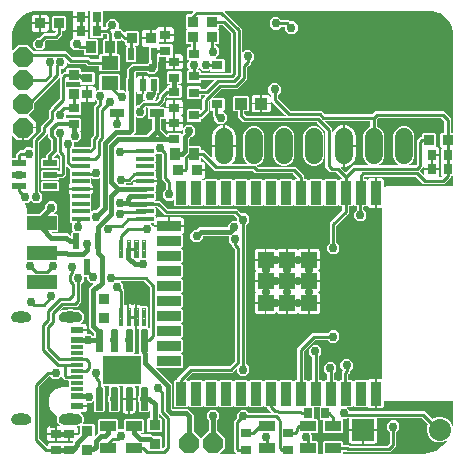
<source format=gbr>
G04 EAGLE Gerber RS-274X export*
G75*
%MOMM*%
%FSLAX34Y34*%
%LPD*%
%INTop Copper*%
%IPPOS*%
%AMOC8*
5,1,8,0,0,1.08239X$1,22.5*%
G01*
%ADD10R,1.100000X1.000000*%
%ADD11R,0.900000X2.000000*%
%ADD12R,2.000000X0.900000*%
%ADD13R,1.330000X1.330000*%
%ADD14C,0.708000*%
%ADD15R,0.900000X0.950000*%
%ADD16R,0.650000X0.900000*%
%ADD17R,1.400000X0.900000*%
%ADD18R,0.900000X0.800000*%
%ADD19R,0.800000X0.940000*%
%ADD20R,1.526000X0.435000*%
%ADD21R,0.900000X0.650000*%
%ADD22R,0.940000X0.800000*%
%ADD23R,2.500000X1.200000*%
%ADD24R,1.200000X0.550000*%
%ADD25C,0.100000*%
%ADD26C,0.150000*%
%ADD27R,3.302000X2.413000*%
%ADD28R,1.140000X0.600000*%
%ADD29R,1.140000X0.300000*%
%ADD30C,1.108000*%
%ADD31R,0.950000X0.900000*%
%ADD32R,1.210000X0.730000*%
%ADD33R,0.558800X1.320800*%
%ADD34R,0.508000X1.320800*%
%ADD35C,1.524000*%
%ADD36P,1.814519X8X22.500000*%
%ADD37P,1.814519X8X292.500000*%
%ADD38R,1.866900X1.866900*%
%ADD39C,1.866900*%
%ADD40R,0.550000X1.050000*%
%ADD41R,1.450000X1.200000*%
%ADD42R,0.900000X1.000000*%
%ADD43C,0.406400*%
%ADD44C,0.254000*%
%ADD45C,0.756400*%
%ADD46C,0.304800*%

G36*
X427264Y647921D02*
X427264Y647921D01*
X427301Y647917D01*
X427348Y647935D01*
X427399Y647944D01*
X427434Y647968D01*
X427463Y647979D01*
X427484Y648001D01*
X427519Y648025D01*
X428468Y648975D01*
X430425Y648975D01*
X430475Y648986D01*
X430526Y648988D01*
X430558Y649006D01*
X430594Y649014D01*
X430633Y649047D01*
X430678Y649071D01*
X430699Y649101D01*
X430727Y649124D01*
X430748Y649171D01*
X430778Y649213D01*
X430786Y649255D01*
X430798Y649283D01*
X430797Y649313D01*
X430805Y649355D01*
X430805Y649665D01*
X430793Y649717D01*
X430792Y649755D01*
X430782Y649772D01*
X430775Y649814D01*
X430768Y649824D01*
X430766Y649834D01*
X430742Y649862D01*
X430694Y649934D01*
X425674Y654954D01*
X425609Y654994D01*
X425547Y655038D01*
X425535Y655040D01*
X425527Y655045D01*
X425490Y655049D01*
X425405Y655065D01*
X420482Y655065D01*
X416305Y659242D01*
X416305Y689565D01*
X416288Y689639D01*
X416275Y689714D01*
X416268Y689724D01*
X416266Y689734D01*
X416242Y689762D01*
X416194Y689834D01*
X409164Y696864D01*
X409099Y696904D01*
X409037Y696948D01*
X409025Y696950D01*
X409017Y696955D01*
X408980Y696959D01*
X408895Y696975D01*
X346822Y696975D01*
X342155Y701642D01*
X342155Y706075D01*
X342144Y706125D01*
X342142Y706176D01*
X342124Y706208D01*
X342116Y706244D01*
X342083Y706283D01*
X342059Y706328D01*
X342029Y706349D01*
X342006Y706377D01*
X341959Y706398D01*
X341917Y706428D01*
X341875Y706436D01*
X341847Y706448D01*
X341817Y706447D01*
X341775Y706455D01*
X338818Y706455D01*
X337925Y707348D01*
X337925Y718612D01*
X338818Y719505D01*
X351082Y719505D01*
X351975Y718612D01*
X351975Y707348D01*
X351082Y706455D01*
X348125Y706455D01*
X348075Y706444D01*
X348024Y706442D01*
X347992Y706424D01*
X347956Y706416D01*
X347917Y706383D01*
X347872Y706359D01*
X347851Y706329D01*
X347823Y706306D01*
X347802Y706259D01*
X347772Y706217D01*
X347764Y706175D01*
X347752Y706147D01*
X347753Y706117D01*
X347745Y706075D01*
X347745Y704115D01*
X347762Y704041D01*
X347775Y703966D01*
X347782Y703956D01*
X347784Y703946D01*
X347808Y703918D01*
X347856Y703846D01*
X349026Y702676D01*
X349091Y702636D01*
X349153Y702592D01*
X349165Y702590D01*
X349173Y702585D01*
X349210Y702581D01*
X349295Y702565D01*
X382225Y702565D01*
X382250Y702571D01*
X382276Y702568D01*
X382333Y702590D01*
X382394Y702604D01*
X382414Y702621D01*
X382438Y702630D01*
X382480Y702675D01*
X382527Y702714D01*
X382538Y702738D01*
X382555Y702757D01*
X382573Y702816D01*
X382598Y702873D01*
X382597Y702898D01*
X382605Y702923D01*
X382594Y702984D01*
X382592Y703046D01*
X382579Y703068D01*
X382575Y703094D01*
X382527Y703165D01*
X382509Y703198D01*
X382501Y703204D01*
X382494Y703214D01*
X370640Y715068D01*
X370618Y715081D01*
X370602Y715101D01*
X370545Y715127D01*
X370493Y715159D01*
X370467Y715162D01*
X370443Y715172D01*
X370382Y715170D01*
X370320Y715176D01*
X370296Y715167D01*
X370270Y715166D01*
X370216Y715136D01*
X370158Y715114D01*
X370141Y715095D01*
X370118Y715083D01*
X370083Y715032D01*
X370041Y714987D01*
X370033Y714962D01*
X370018Y714941D01*
X370002Y714857D01*
X369991Y714821D01*
X369993Y714811D01*
X369991Y714799D01*
X369991Y713741D01*
X362711Y713741D01*
X362711Y720521D01*
X367785Y720521D01*
X368431Y720348D01*
X369010Y720013D01*
X369483Y719540D01*
X369818Y718961D01*
X369838Y718885D01*
X369856Y718852D01*
X369864Y718815D01*
X369896Y718777D01*
X369919Y718733D01*
X369950Y718711D01*
X369974Y718681D01*
X370020Y718661D01*
X370061Y718632D01*
X370098Y718626D01*
X370133Y718611D01*
X370182Y718612D01*
X370232Y718605D01*
X370268Y718616D01*
X370306Y718617D01*
X370349Y718641D01*
X370397Y718656D01*
X370425Y718682D01*
X370458Y718700D01*
X370487Y718741D01*
X370523Y718775D01*
X370536Y718811D01*
X370558Y718842D01*
X370569Y718902D01*
X370582Y718938D01*
X370581Y718961D01*
X370585Y718984D01*
X370585Y720302D01*
X370568Y720376D01*
X370555Y720451D01*
X370548Y720461D01*
X370546Y720471D01*
X370522Y720500D01*
X370474Y720571D01*
X368073Y722972D01*
X368073Y727368D01*
X371182Y730477D01*
X375578Y730477D01*
X378687Y727368D01*
X378687Y722972D01*
X376286Y720571D01*
X376246Y720507D01*
X376202Y720445D01*
X376200Y720433D01*
X376195Y720424D01*
X376191Y720387D01*
X376175Y720302D01*
X376175Y717595D01*
X376192Y717521D01*
X376205Y717446D01*
X376212Y717436D01*
X376214Y717426D01*
X376238Y717398D01*
X376286Y717326D01*
X386872Y706740D01*
X386937Y706700D01*
X386999Y706656D01*
X387011Y706654D01*
X387019Y706649D01*
X387056Y706645D01*
X387141Y706629D01*
X413051Y706629D01*
X415734Y703946D01*
X415798Y703906D01*
X415860Y703862D01*
X415872Y703860D01*
X415881Y703855D01*
X415918Y703851D01*
X416003Y703835D01*
X455885Y703835D01*
X455959Y703852D01*
X456034Y703865D01*
X456044Y703872D01*
X456054Y703874D01*
X456082Y703898D01*
X456154Y703946D01*
X456834Y704626D01*
X458582Y706375D01*
X516778Y706375D01*
X522605Y700548D01*
X522605Y688645D01*
X522616Y688595D01*
X522618Y688544D01*
X522636Y688512D01*
X522644Y688476D01*
X522677Y688437D01*
X522701Y688392D01*
X522731Y688371D01*
X522754Y688343D01*
X522801Y688322D01*
X522843Y688292D01*
X522885Y688284D01*
X522913Y688272D01*
X522943Y688273D01*
X522985Y688265D01*
X524129Y688265D01*
X524179Y688276D01*
X524230Y688278D01*
X524262Y688296D01*
X524298Y688304D01*
X524337Y688337D01*
X524382Y688361D01*
X524403Y688391D01*
X524431Y688414D01*
X524452Y688461D01*
X524482Y688503D01*
X524490Y688545D01*
X524502Y688573D01*
X524501Y688603D01*
X524509Y688645D01*
X524509Y767870D01*
X524501Y767906D01*
X524489Y767993D01*
X524401Y768250D01*
X524508Y769932D01*
X524507Y769943D01*
X524509Y769956D01*
X524509Y771665D01*
X524528Y771763D01*
X524526Y772825D01*
X524519Y772855D01*
X524519Y772899D01*
X523524Y777856D01*
X523510Y777887D01*
X523509Y777899D01*
X523503Y777912D01*
X523492Y777950D01*
X521249Y782480D01*
X521224Y782509D01*
X521193Y782562D01*
X517854Y786357D01*
X517823Y786379D01*
X517779Y786422D01*
X513571Y789224D01*
X513535Y789237D01*
X513482Y789268D01*
X508692Y790884D01*
X508661Y790887D01*
X508619Y790901D01*
X506272Y791206D01*
X506251Y791204D01*
X506223Y791209D01*
X331928Y791209D01*
X331903Y791203D01*
X331878Y791206D01*
X331820Y791184D01*
X331760Y791170D01*
X331740Y791153D01*
X331716Y791144D01*
X331674Y791099D01*
X331626Y791060D01*
X331616Y791036D01*
X331598Y791017D01*
X331580Y790958D01*
X331555Y790901D01*
X331556Y790876D01*
X331549Y790851D01*
X331559Y790790D01*
X331562Y790728D01*
X331574Y790706D01*
X331579Y790680D01*
X331627Y790609D01*
X331645Y790576D01*
X331653Y790570D01*
X331660Y790560D01*
X345949Y776271D01*
X345949Y756962D01*
X345955Y756936D01*
X345952Y756911D01*
X345974Y756853D01*
X345988Y756793D01*
X346005Y756773D01*
X346014Y756749D01*
X346059Y756707D01*
X346098Y756659D01*
X346122Y756649D01*
X346141Y756631D01*
X346200Y756614D01*
X346257Y756588D01*
X346282Y756589D01*
X346307Y756582D01*
X346368Y756593D01*
X346430Y756595D01*
X346452Y756607D01*
X346478Y756612D01*
X346549Y756660D01*
X346582Y756678D01*
X346588Y756686D01*
X346598Y756693D01*
X348322Y758417D01*
X352718Y758417D01*
X355827Y755308D01*
X355827Y750912D01*
X353426Y748511D01*
X353386Y748447D01*
X353342Y748385D01*
X353340Y748373D01*
X353335Y748364D01*
X353331Y748327D01*
X353315Y748242D01*
X353315Y746872D01*
X351566Y745124D01*
X350124Y743682D01*
X350084Y743617D01*
X350040Y743555D01*
X350038Y743543D01*
X350033Y743535D01*
X350029Y743498D01*
X350013Y743413D01*
X350013Y733346D01*
X348264Y731597D01*
X343483Y726816D01*
X341734Y725067D01*
X328119Y725067D01*
X328045Y725050D01*
X327970Y725037D01*
X327960Y725030D01*
X327950Y725028D01*
X327921Y725004D01*
X327850Y724956D01*
X321538Y718644D01*
X321524Y718622D01*
X321504Y718606D01*
X321479Y718549D01*
X321446Y718497D01*
X321444Y718471D01*
X321433Y718447D01*
X321436Y718386D01*
X321430Y718324D01*
X321439Y718300D01*
X321440Y718274D01*
X321469Y718220D01*
X321491Y718162D01*
X321510Y718145D01*
X321523Y718122D01*
X321573Y718087D01*
X321618Y718045D01*
X321643Y718037D01*
X321664Y718022D01*
X321749Y718006D01*
X321785Y717995D01*
X321794Y717997D01*
X321806Y717995D01*
X330092Y717995D01*
X330985Y717102D01*
X330985Y707838D01*
X330065Y706919D01*
X330009Y706906D01*
X329989Y706889D01*
X329965Y706880D01*
X329923Y706835D01*
X329875Y706796D01*
X329865Y706772D01*
X329847Y706753D01*
X329830Y706694D01*
X329804Y706637D01*
X329805Y706612D01*
X329798Y706587D01*
X329809Y706526D01*
X329811Y706464D01*
X329823Y706442D01*
X329828Y706416D01*
X329876Y706345D01*
X329894Y706312D01*
X329902Y706306D01*
X329909Y706296D01*
X332967Y703238D01*
X332967Y698842D01*
X329858Y695733D01*
X325462Y695733D01*
X322353Y698842D01*
X322353Y700967D01*
X322336Y701041D01*
X322323Y701116D01*
X322316Y701126D01*
X322314Y701136D01*
X322290Y701164D01*
X322242Y701236D01*
X321055Y702422D01*
X321055Y706565D01*
X321044Y706615D01*
X321042Y706666D01*
X321024Y706698D01*
X321016Y706734D01*
X320983Y706773D01*
X320959Y706818D01*
X320929Y706839D01*
X320906Y706867D01*
X320859Y706888D01*
X320817Y706918D01*
X320775Y706926D01*
X320747Y706938D01*
X320717Y706937D01*
X320675Y706945D01*
X319828Y706945D01*
X318935Y707838D01*
X318935Y715124D01*
X318929Y715149D01*
X318932Y715174D01*
X318910Y715232D01*
X318896Y715292D01*
X318879Y715312D01*
X318870Y715336D01*
X318825Y715378D01*
X318786Y715426D01*
X318762Y715437D01*
X318743Y715454D01*
X318684Y715472D01*
X318627Y715497D01*
X318602Y715496D01*
X318577Y715503D01*
X318516Y715493D01*
X318454Y715490D01*
X318432Y715478D01*
X318406Y715473D01*
X318335Y715425D01*
X318302Y715407D01*
X318296Y715399D01*
X318286Y715392D01*
X317866Y714972D01*
X317826Y714908D01*
X317782Y714846D01*
X317780Y714834D01*
X317775Y714825D01*
X317771Y714788D01*
X317765Y714757D01*
X317762Y714749D01*
X317762Y714741D01*
X317755Y714703D01*
X317755Y706232D01*
X311698Y700175D01*
X311365Y700175D01*
X311315Y700164D01*
X311264Y700162D01*
X311232Y700144D01*
X311196Y700136D01*
X311157Y700103D01*
X311112Y700079D01*
X311091Y700049D01*
X311063Y700026D01*
X311042Y699979D01*
X311012Y699937D01*
X311004Y699895D01*
X310992Y699867D01*
X310993Y699837D01*
X310985Y699795D01*
X310985Y698338D01*
X310092Y697445D01*
X299828Y697445D01*
X298935Y698338D01*
X298935Y707602D01*
X299828Y708495D01*
X310092Y708495D01*
X310833Y707753D01*
X310876Y707726D01*
X310914Y707692D01*
X310949Y707681D01*
X310980Y707662D01*
X311031Y707657D01*
X311080Y707642D01*
X311116Y707649D01*
X311153Y707645D01*
X311200Y707663D01*
X311251Y707672D01*
X311286Y707696D01*
X311315Y707707D01*
X311335Y707729D01*
X311371Y707753D01*
X312054Y708436D01*
X312094Y708501D01*
X312138Y708563D01*
X312140Y708575D01*
X312145Y708583D01*
X312149Y708620D01*
X312165Y708705D01*
X312165Y717176D01*
X314170Y719181D01*
X314183Y719203D01*
X314203Y719219D01*
X314229Y719275D01*
X314261Y719328D01*
X314264Y719354D01*
X314274Y719377D01*
X314272Y719439D01*
X314278Y719500D01*
X314269Y719525D01*
X314268Y719550D01*
X314238Y719605D01*
X314216Y719662D01*
X314197Y719680D01*
X314185Y719703D01*
X314134Y719738D01*
X314089Y719780D01*
X314064Y719787D01*
X314043Y719802D01*
X313959Y719819D01*
X313923Y719829D01*
X313913Y719828D01*
X313901Y719830D01*
X311365Y719830D01*
X311315Y719818D01*
X311264Y719816D01*
X311232Y719799D01*
X311196Y719790D01*
X311157Y719758D01*
X311112Y719734D01*
X311091Y719704D01*
X311063Y719680D01*
X311042Y719634D01*
X311012Y719592D01*
X311004Y719550D01*
X310992Y719522D01*
X310993Y719492D01*
X310985Y719450D01*
X310985Y717338D01*
X310092Y716445D01*
X299828Y716445D01*
X298935Y717338D01*
X298935Y726602D01*
X299828Y727495D01*
X310092Y727495D01*
X310985Y726602D01*
X310985Y725800D01*
X310996Y725750D01*
X310998Y725699D01*
X311016Y725667D01*
X311024Y725631D01*
X311057Y725592D01*
X311081Y725547D01*
X311111Y725526D01*
X311134Y725497D01*
X311181Y725476D01*
X311223Y725447D01*
X311265Y725439D01*
X311293Y725426D01*
X311323Y725428D01*
X311365Y725419D01*
X314504Y725419D01*
X314578Y725437D01*
X314652Y725450D01*
X314662Y725457D01*
X314672Y725459D01*
X314701Y725483D01*
X314772Y725531D01*
X321788Y732546D01*
X321801Y732568D01*
X321821Y732584D01*
X321847Y732641D01*
X321879Y732693D01*
X321882Y732719D01*
X321892Y732743D01*
X321890Y732804D01*
X321896Y732866D01*
X321887Y732890D01*
X321886Y732916D01*
X321856Y732970D01*
X321834Y733028D01*
X321815Y733045D01*
X321803Y733068D01*
X321752Y733103D01*
X321707Y733145D01*
X321682Y733153D01*
X321661Y733168D01*
X321577Y733184D01*
X321541Y733195D01*
X321531Y733193D01*
X321519Y733195D01*
X311365Y733195D01*
X311315Y733184D01*
X311264Y733182D01*
X311232Y733164D01*
X311196Y733156D01*
X311157Y733123D01*
X311112Y733099D01*
X311091Y733069D01*
X311063Y733046D01*
X311042Y732999D01*
X311012Y732957D01*
X311004Y732915D01*
X310992Y732887D01*
X310993Y732857D01*
X310985Y732815D01*
X310985Y731358D01*
X310092Y730465D01*
X299828Y730465D01*
X298935Y731358D01*
X298935Y740622D01*
X299828Y741515D01*
X300352Y741515D01*
X300378Y741521D01*
X300403Y741518D01*
X300461Y741540D01*
X300521Y741554D01*
X300541Y741571D01*
X300565Y741580D01*
X300607Y741625D01*
X300655Y741664D01*
X300665Y741688D01*
X300683Y741707D01*
X300700Y741766D01*
X300726Y741823D01*
X300725Y741848D01*
X300732Y741873D01*
X300721Y741934D01*
X300719Y741996D01*
X300707Y742018D01*
X300702Y742044D01*
X300654Y742115D01*
X300636Y742148D01*
X300628Y742154D01*
X300621Y742164D01*
X299493Y743292D01*
X299493Y747688D01*
X300621Y748816D01*
X300635Y748838D01*
X300655Y748854D01*
X300680Y748911D01*
X300713Y748963D01*
X300715Y748989D01*
X300726Y749013D01*
X300723Y749074D01*
X300729Y749136D01*
X300720Y749160D01*
X300719Y749186D01*
X300690Y749240D01*
X300668Y749298D01*
X300649Y749315D01*
X300636Y749338D01*
X300586Y749373D01*
X300541Y749415D01*
X300516Y749423D01*
X300495Y749438D01*
X300410Y749454D01*
X300374Y749465D01*
X300364Y749463D01*
X300352Y749465D01*
X299828Y749465D01*
X298935Y750358D01*
X298935Y759622D01*
X299828Y760515D01*
X301785Y760515D01*
X301835Y760526D01*
X301886Y760528D01*
X301918Y760546D01*
X301954Y760554D01*
X301993Y760587D01*
X302038Y760611D01*
X302059Y760641D01*
X302087Y760664D01*
X302108Y760711D01*
X302138Y760753D01*
X302146Y760795D01*
X302158Y760823D01*
X302157Y760853D01*
X302165Y760895D01*
X302165Y762965D01*
X302154Y763015D01*
X302152Y763066D01*
X302134Y763098D01*
X302126Y763134D01*
X302093Y763173D01*
X302069Y763218D01*
X302039Y763239D01*
X302016Y763267D01*
X301969Y763288D01*
X301927Y763318D01*
X301885Y763326D01*
X301857Y763338D01*
X301827Y763337D01*
X301785Y763345D01*
X299288Y763345D01*
X298395Y764238D01*
X298395Y775002D01*
X299095Y775701D01*
X299122Y775744D01*
X299156Y775782D01*
X299167Y775817D01*
X299186Y775848D01*
X299191Y775899D01*
X299206Y775948D01*
X299199Y775984D01*
X299203Y776021D01*
X299185Y776068D01*
X299176Y776119D01*
X299152Y776154D01*
X299141Y776183D01*
X299119Y776204D01*
X299095Y776239D01*
X298395Y776938D01*
X298395Y787702D01*
X299288Y788595D01*
X301885Y788595D01*
X301959Y788612D01*
X302034Y788625D01*
X302044Y788632D01*
X302054Y788634D01*
X302082Y788658D01*
X302154Y788706D01*
X304008Y790560D01*
X304021Y790582D01*
X304041Y790598D01*
X304067Y790655D01*
X304099Y790707D01*
X304102Y790733D01*
X304112Y790757D01*
X304110Y790818D01*
X304116Y790880D01*
X304107Y790904D01*
X304106Y790930D01*
X304076Y790984D01*
X304054Y791042D01*
X304035Y791059D01*
X304023Y791082D01*
X303972Y791117D01*
X303927Y791159D01*
X303902Y791167D01*
X303881Y791182D01*
X303797Y791198D01*
X303761Y791209D01*
X303751Y791207D01*
X303739Y791209D01*
X228505Y791209D01*
X228455Y791198D01*
X228404Y791196D01*
X228372Y791178D01*
X228336Y791170D01*
X228297Y791137D01*
X228252Y791113D01*
X228231Y791083D01*
X228203Y791060D01*
X228182Y791013D01*
X228152Y790971D01*
X228144Y790929D01*
X228132Y790901D01*
X228133Y790871D01*
X228125Y790829D01*
X228125Y780798D01*
X228010Y780684D01*
X227983Y780641D01*
X227949Y780603D01*
X227938Y780568D01*
X227919Y780537D01*
X227914Y780486D01*
X227899Y780437D01*
X227906Y780401D01*
X227902Y780364D01*
X227920Y780317D01*
X227929Y780266D01*
X227953Y780231D01*
X227964Y780202D01*
X227986Y780182D01*
X228010Y780146D01*
X228125Y780032D01*
X228125Y777875D01*
X228136Y777825D01*
X228138Y777774D01*
X228156Y777742D01*
X228164Y777706D01*
X228197Y777667D01*
X228221Y777622D01*
X228251Y777601D01*
X228274Y777573D01*
X228321Y777552D01*
X228363Y777522D01*
X228405Y777514D01*
X228433Y777502D01*
X228463Y777503D01*
X228505Y777495D01*
X230132Y777495D01*
X230206Y777512D01*
X230281Y777525D01*
X230291Y777532D01*
X230301Y777534D01*
X230330Y777558D01*
X230401Y777606D01*
X230630Y777834D01*
X230670Y777899D01*
X230713Y777961D01*
X230716Y777973D01*
X230721Y777981D01*
X230724Y778018D01*
X230741Y778103D01*
X230741Y781498D01*
X233849Y784607D01*
X238246Y784607D01*
X241354Y781498D01*
X241354Y777102D01*
X241244Y776992D01*
X241231Y776970D01*
X241211Y776954D01*
X241186Y776897D01*
X241153Y776845D01*
X241150Y776819D01*
X241140Y776795D01*
X241142Y776734D01*
X241136Y776672D01*
X241146Y776648D01*
X241147Y776622D01*
X241176Y776568D01*
X241198Y776510D01*
X241217Y776493D01*
X241229Y776470D01*
X241280Y776435D01*
X241325Y776393D01*
X241350Y776385D01*
X241371Y776370D01*
X241455Y776354D01*
X241491Y776343D01*
X241501Y776345D01*
X241513Y776343D01*
X242834Y776343D01*
X245676Y773501D01*
X245698Y773487D01*
X245714Y773467D01*
X245771Y773442D01*
X245823Y773409D01*
X245849Y773407D01*
X245873Y773396D01*
X245934Y773399D01*
X245996Y773393D01*
X246020Y773402D01*
X246046Y773403D01*
X246100Y773432D01*
X246158Y773454D01*
X246175Y773473D01*
X246198Y773486D01*
X246233Y773536D01*
X246275Y773581D01*
X246283Y773606D01*
X246298Y773627D01*
X246314Y773712D01*
X246318Y773724D01*
X247218Y774625D01*
X257482Y774625D01*
X258375Y773732D01*
X258375Y762968D01*
X257482Y762075D01*
X255799Y762075D01*
X255774Y762069D01*
X255748Y762072D01*
X255690Y762050D01*
X255630Y762036D01*
X255610Y762019D01*
X255586Y762010D01*
X255544Y761965D01*
X255497Y761926D01*
X255486Y761902D01*
X255469Y761883D01*
X255451Y761824D01*
X255426Y761767D01*
X255427Y761742D01*
X255419Y761717D01*
X255430Y761656D01*
X255432Y761594D01*
X255445Y761572D01*
X255449Y761546D01*
X255497Y761475D01*
X255515Y761442D01*
X255523Y761436D01*
X255530Y761426D01*
X256395Y760562D01*
X256395Y748798D01*
X255502Y747905D01*
X248738Y747905D01*
X247845Y748798D01*
X247845Y760562D01*
X248710Y761426D01*
X248723Y761448D01*
X248743Y761464D01*
X248769Y761521D01*
X248801Y761573D01*
X248804Y761599D01*
X248814Y761623D01*
X248812Y761684D01*
X248818Y761746D01*
X248809Y761770D01*
X248808Y761796D01*
X248778Y761850D01*
X248756Y761908D01*
X248737Y761925D01*
X248725Y761948D01*
X248674Y761983D01*
X248629Y762025D01*
X248604Y762033D01*
X248583Y762048D01*
X248499Y762064D01*
X248463Y762075D01*
X248453Y762073D01*
X248441Y762075D01*
X247218Y762075D01*
X246325Y762968D01*
X246325Y765175D01*
X246314Y765225D01*
X246312Y765276D01*
X246294Y765308D01*
X246286Y765344D01*
X246253Y765383D01*
X246229Y765428D01*
X246199Y765449D01*
X246176Y765477D01*
X246129Y765498D01*
X246087Y765528D01*
X246045Y765536D01*
X246017Y765548D01*
X245987Y765547D01*
X245945Y765555D01*
X245222Y765555D01*
X244210Y766568D01*
X244167Y766594D01*
X244129Y766629D01*
X244094Y766640D01*
X244063Y766659D01*
X244012Y766664D01*
X243963Y766678D01*
X243927Y766672D01*
X243890Y766675D01*
X243843Y766657D01*
X243792Y766649D01*
X243757Y766625D01*
X243729Y766614D01*
X243708Y766591D01*
X243672Y766568D01*
X242834Y765729D01*
X240465Y765729D01*
X240415Y765718D01*
X240364Y765716D01*
X240332Y765698D01*
X240296Y765690D01*
X240257Y765657D01*
X240212Y765633D01*
X240191Y765603D01*
X240163Y765580D01*
X240142Y765533D01*
X240112Y765491D01*
X240104Y765449D01*
X240092Y765421D01*
X240093Y765391D01*
X240085Y765349D01*
X240085Y755545D01*
X240096Y755495D01*
X240098Y755444D01*
X240116Y755412D01*
X240124Y755376D01*
X240157Y755337D01*
X240181Y755292D01*
X240211Y755271D01*
X240234Y755243D01*
X240281Y755222D01*
X240323Y755192D01*
X240365Y755184D01*
X240393Y755172D01*
X240423Y755173D01*
X240465Y755165D01*
X241562Y755165D01*
X242455Y754272D01*
X242455Y741008D01*
X241562Y740115D01*
X225798Y740115D01*
X224905Y741008D01*
X224905Y744465D01*
X224894Y744515D01*
X224892Y744566D01*
X224874Y744598D01*
X224866Y744634D01*
X224833Y744673D01*
X224809Y744718D01*
X224779Y744739D01*
X224756Y744767D01*
X224709Y744788D01*
X224667Y744818D01*
X224625Y744826D01*
X224597Y744838D01*
X224567Y744837D01*
X224525Y744845D01*
X215132Y744845D01*
X213584Y746394D01*
X213519Y746434D01*
X213457Y746478D01*
X213445Y746480D01*
X213437Y746485D01*
X213400Y746489D01*
X213315Y746505D01*
X199502Y746505D01*
X197924Y748084D01*
X197902Y748097D01*
X197886Y748117D01*
X197829Y748143D01*
X197777Y748175D01*
X197751Y748178D01*
X197727Y748188D01*
X197666Y748186D01*
X197604Y748192D01*
X197580Y748183D01*
X197554Y748182D01*
X197500Y748152D01*
X197442Y748130D01*
X197425Y748111D01*
X197402Y748099D01*
X197367Y748048D01*
X197325Y748003D01*
X197317Y747978D01*
X197302Y747957D01*
X197286Y747873D01*
X197275Y747837D01*
X197277Y747827D01*
X197275Y747815D01*
X197275Y745606D01*
X194166Y742497D01*
X192603Y742497D01*
X192553Y742486D01*
X192502Y742484D01*
X192470Y742466D01*
X192434Y742458D01*
X192395Y742425D01*
X192350Y742401D01*
X192329Y742371D01*
X192301Y742348D01*
X192280Y742301D01*
X192250Y742259D01*
X192242Y742217D01*
X192230Y742189D01*
X192231Y742159D01*
X192223Y742117D01*
X192223Y738113D01*
X192229Y738088D01*
X192226Y738062D01*
X192248Y738005D01*
X192262Y737944D01*
X192279Y737924D01*
X192288Y737900D01*
X192333Y737858D01*
X192372Y737811D01*
X192396Y737800D01*
X192415Y737783D01*
X192474Y737765D01*
X192531Y737740D01*
X192556Y737741D01*
X192581Y737733D01*
X192642Y737744D01*
X192704Y737746D01*
X192726Y737759D01*
X192752Y737763D01*
X192823Y737811D01*
X192856Y737829D01*
X192862Y737837D01*
X192872Y737844D01*
X193264Y738236D01*
X194802Y739775D01*
X196545Y739775D01*
X196595Y739786D01*
X196646Y739788D01*
X196678Y739806D01*
X196714Y739814D01*
X196753Y739847D01*
X196798Y739871D01*
X196819Y739901D01*
X196847Y739924D01*
X196868Y739971D01*
X196898Y740013D01*
X196906Y740055D01*
X196918Y740083D01*
X196917Y740113D01*
X196925Y740155D01*
X196925Y742112D01*
X197818Y743005D01*
X208582Y743005D01*
X209475Y742112D01*
X209475Y740315D01*
X209486Y740265D01*
X209488Y740214D01*
X209506Y740182D01*
X209514Y740146D01*
X209547Y740107D01*
X209571Y740062D01*
X209601Y740041D01*
X209624Y740013D01*
X209671Y739992D01*
X209713Y739962D01*
X209755Y739954D01*
X209783Y739942D01*
X209813Y739943D01*
X209855Y739935D01*
X219962Y739935D01*
X220855Y739042D01*
X220855Y729778D01*
X219962Y728885D01*
X209298Y728885D01*
X208405Y729778D01*
X208405Y730575D01*
X208394Y730625D01*
X208392Y730676D01*
X208374Y730708D01*
X208366Y730744D01*
X208333Y730783D01*
X208309Y730828D01*
X208279Y730849D01*
X208256Y730877D01*
X208209Y730898D01*
X208167Y730928D01*
X208125Y730936D01*
X208097Y730948D01*
X208067Y730947D01*
X208025Y730955D01*
X197818Y730955D01*
X197754Y731020D01*
X197732Y731033D01*
X197716Y731053D01*
X197659Y731079D01*
X197607Y731111D01*
X197581Y731114D01*
X197557Y731124D01*
X197496Y731122D01*
X197434Y731128D01*
X197410Y731119D01*
X197384Y731118D01*
X197330Y731088D01*
X197272Y731066D01*
X197255Y731047D01*
X197232Y731035D01*
X197197Y730985D01*
X197155Y730939D01*
X197147Y730914D01*
X197132Y730893D01*
X197116Y730809D01*
X197105Y730773D01*
X197107Y730763D01*
X197105Y730751D01*
X197105Y727209D01*
X197111Y727184D01*
X197108Y727158D01*
X197118Y727132D01*
X197118Y727124D01*
X197127Y727107D01*
X197130Y727100D01*
X197144Y727040D01*
X197161Y727020D01*
X197170Y726996D01*
X197215Y726954D01*
X197254Y726907D01*
X197278Y726896D01*
X197297Y726879D01*
X197356Y726861D01*
X197413Y726836D01*
X197438Y726837D01*
X197463Y726829D01*
X197524Y726840D01*
X197586Y726842D01*
X197608Y726855D01*
X197634Y726859D01*
X197705Y726907D01*
X197738Y726925D01*
X197744Y726933D01*
X197754Y726940D01*
X197818Y727005D01*
X208202Y727005D01*
X208228Y727011D01*
X208255Y727008D01*
X208333Y727036D01*
X208370Y727044D01*
X208379Y727051D01*
X208392Y727056D01*
X208949Y727378D01*
X209595Y727551D01*
X213869Y727551D01*
X213869Y721391D01*
X213880Y721341D01*
X213882Y721290D01*
X213900Y721258D01*
X213908Y721222D01*
X213941Y721183D01*
X213965Y721138D01*
X213995Y721117D01*
X214018Y721089D01*
X214065Y721068D01*
X214107Y721038D01*
X214149Y721030D01*
X214177Y721018D01*
X214207Y721019D01*
X214249Y721011D01*
X215011Y721011D01*
X215061Y721022D01*
X215112Y721024D01*
X215144Y721042D01*
X215180Y721050D01*
X215219Y721083D01*
X215264Y721107D01*
X215285Y721137D01*
X215313Y721161D01*
X215334Y721207D01*
X215364Y721249D01*
X215372Y721291D01*
X215384Y721319D01*
X215383Y721349D01*
X215391Y721391D01*
X215391Y727551D01*
X219665Y727551D01*
X220311Y727378D01*
X220890Y727043D01*
X221363Y726570D01*
X221698Y725991D01*
X221871Y725345D01*
X221871Y723720D01*
X221877Y723695D01*
X221874Y723669D01*
X221896Y723611D01*
X221910Y723551D01*
X221927Y723531D01*
X221936Y723507D01*
X221981Y723465D01*
X222020Y723418D01*
X222044Y723407D01*
X222063Y723389D01*
X222122Y723372D01*
X222179Y723347D01*
X222204Y723348D01*
X222229Y723340D01*
X222290Y723351D01*
X222352Y723353D01*
X222374Y723366D01*
X222400Y723370D01*
X222471Y723418D01*
X222504Y723436D01*
X222510Y723444D01*
X222520Y723451D01*
X223709Y724641D01*
X224525Y724641D01*
X224575Y724652D01*
X224626Y724654D01*
X224658Y724672D01*
X224694Y724680D01*
X224733Y724713D01*
X224778Y724737D01*
X224799Y724767D01*
X224827Y724790D01*
X224848Y724837D01*
X224878Y724879D01*
X224886Y724921D01*
X224898Y724949D01*
X224897Y724979D01*
X224905Y725021D01*
X224905Y737272D01*
X225798Y738165D01*
X241562Y738165D01*
X242455Y737272D01*
X242455Y724507D01*
X242466Y724457D01*
X242468Y724406D01*
X242486Y724374D01*
X242494Y724338D01*
X242527Y724299D01*
X242551Y724254D01*
X242581Y724233D01*
X242604Y724205D01*
X242651Y724184D01*
X242693Y724154D01*
X242735Y724146D01*
X242763Y724134D01*
X242793Y724135D01*
X242835Y724127D01*
X246038Y724127D01*
X247196Y722969D01*
X247218Y722955D01*
X247234Y722935D01*
X247291Y722910D01*
X247343Y722877D01*
X247369Y722875D01*
X247393Y722864D01*
X247454Y722867D01*
X247516Y722861D01*
X247540Y722870D01*
X247566Y722871D01*
X247620Y722900D01*
X247678Y722922D01*
X247695Y722941D01*
X247718Y722954D01*
X247753Y723004D01*
X247795Y723049D01*
X247803Y723074D01*
X247818Y723095D01*
X247834Y723180D01*
X247845Y723216D01*
X247843Y723226D01*
X247845Y723238D01*
X247845Y734562D01*
X248452Y735168D01*
X248492Y735233D01*
X248536Y735295D01*
X248538Y735307D01*
X248543Y735315D01*
X248547Y735352D01*
X248563Y735437D01*
X248563Y742543D01*
X252527Y746507D01*
X265134Y746507D01*
X265208Y746524D01*
X265283Y746537D01*
X265293Y746544D01*
X265303Y746546D01*
X265332Y746570D01*
X265403Y746618D01*
X266946Y748160D01*
X266972Y748204D01*
X267007Y748241D01*
X267018Y748277D01*
X267037Y748308D01*
X267042Y748358D01*
X267056Y748407D01*
X267050Y748444D01*
X267054Y748480D01*
X267035Y748528D01*
X267027Y748578D01*
X267003Y748613D01*
X266992Y748642D01*
X266969Y748663D01*
X266946Y748698D01*
X266845Y748798D01*
X266845Y760679D01*
X266834Y760729D01*
X266832Y760780D01*
X266814Y760812D01*
X266806Y760848D01*
X266773Y760887D01*
X266749Y760932D01*
X266719Y760953D01*
X266696Y760981D01*
X266649Y761002D01*
X266607Y761032D01*
X266565Y761040D01*
X266537Y761052D01*
X266507Y761051D01*
X266465Y761059D01*
X263515Y761059D01*
X262869Y761232D01*
X262290Y761567D01*
X261817Y762040D01*
X261482Y762619D01*
X261464Y762689D01*
X261309Y763265D01*
X261309Y767589D01*
X267969Y767589D01*
X268019Y767600D01*
X268070Y767602D01*
X268102Y767620D01*
X268138Y767628D01*
X268177Y767661D01*
X268222Y767685D01*
X268243Y767715D01*
X268271Y767738D01*
X268292Y767785D01*
X268322Y767827D01*
X268330Y767869D01*
X268342Y767897D01*
X268341Y767927D01*
X268349Y767969D01*
X268349Y768351D01*
X268731Y768351D01*
X268781Y768362D01*
X268832Y768364D01*
X268864Y768382D01*
X268900Y768390D01*
X268939Y768423D01*
X268984Y768447D01*
X269005Y768477D01*
X269033Y768501D01*
X269054Y768547D01*
X269084Y768589D01*
X269092Y768631D01*
X269104Y768659D01*
X269103Y768689D01*
X269111Y768731D01*
X269111Y775641D01*
X273155Y775641D01*
X273156Y775641D01*
X273158Y775641D01*
X273240Y775661D01*
X273324Y775680D01*
X273325Y775681D01*
X273326Y775681D01*
X273391Y775735D01*
X273458Y775790D01*
X273458Y775792D01*
X273459Y775792D01*
X273523Y775923D01*
X273602Y776221D01*
X273937Y776800D01*
X274410Y777273D01*
X274989Y777608D01*
X275635Y777781D01*
X279909Y777781D01*
X279909Y771621D01*
X279920Y771571D01*
X279922Y771520D01*
X279940Y771488D01*
X279948Y771452D01*
X279981Y771413D01*
X280005Y771368D01*
X280035Y771347D01*
X280058Y771319D01*
X280105Y771298D01*
X280147Y771268D01*
X280189Y771260D01*
X280217Y771248D01*
X280247Y771249D01*
X280289Y771241D01*
X280671Y771241D01*
X280671Y771239D01*
X280289Y771239D01*
X280239Y771228D01*
X280188Y771226D01*
X280156Y771208D01*
X280120Y771200D01*
X280081Y771167D01*
X280036Y771143D01*
X280015Y771113D01*
X279987Y771089D01*
X279966Y771043D01*
X279936Y771001D01*
X279928Y770959D01*
X279916Y770931D01*
X279917Y770901D01*
X279909Y770859D01*
X279909Y764699D01*
X275771Y764699D01*
X275721Y764688D01*
X275670Y764686D01*
X275638Y764668D01*
X275602Y764660D01*
X275563Y764627D01*
X275518Y764603D01*
X275497Y764573D01*
X275469Y764550D01*
X275448Y764503D01*
X275418Y764461D01*
X275410Y764419D01*
X275398Y764391D01*
X275399Y764361D01*
X275391Y764319D01*
X275391Y763745D01*
X275402Y763695D01*
X275404Y763644D01*
X275422Y763612D01*
X275430Y763576D01*
X275463Y763537D01*
X275487Y763492D01*
X275517Y763471D01*
X275540Y763443D01*
X275587Y763422D01*
X275629Y763392D01*
X275671Y763384D01*
X275699Y763372D01*
X275729Y763373D01*
X275771Y763365D01*
X286002Y763365D01*
X286895Y762472D01*
X286895Y755301D01*
X286906Y755251D01*
X286908Y755200D01*
X286926Y755168D01*
X286934Y755132D01*
X286967Y755093D01*
X286991Y755048D01*
X287021Y755027D01*
X287044Y754999D01*
X287091Y754978D01*
X287133Y754948D01*
X287175Y754940D01*
X287203Y754928D01*
X287233Y754929D01*
X287275Y754921D01*
X287529Y754921D01*
X287529Y749141D01*
X281049Y749141D01*
X281049Y751935D01*
X281038Y751985D01*
X281036Y752036D01*
X281018Y752068D01*
X281010Y752104D01*
X280977Y752143D01*
X280953Y752188D01*
X280923Y752209D01*
X280900Y752237D01*
X280853Y752258D01*
X280811Y752288D01*
X280769Y752296D01*
X280741Y752308D01*
X280711Y752307D01*
X280669Y752315D01*
X275775Y752315D01*
X275725Y752304D01*
X275674Y752302D01*
X275642Y752284D01*
X275606Y752276D01*
X275567Y752243D01*
X275522Y752219D01*
X275501Y752189D01*
X275473Y752166D01*
X275452Y752119D01*
X275422Y752077D01*
X275414Y752035D01*
X275402Y752007D01*
X275403Y751977D01*
X275395Y751935D01*
X275395Y748798D01*
X274788Y748192D01*
X274748Y748127D01*
X274704Y748065D01*
X274702Y748053D01*
X274697Y748045D01*
X274693Y748008D01*
X274677Y747923D01*
X274677Y743357D01*
X274658Y743338D01*
X274618Y743273D01*
X274574Y743212D01*
X274572Y743200D01*
X274567Y743191D01*
X274563Y743154D01*
X274547Y743069D01*
X274547Y740752D01*
X271438Y737643D01*
X267042Y737643D01*
X265403Y739282D01*
X265339Y739322D01*
X265277Y739366D01*
X265265Y739368D01*
X265256Y739373D01*
X265219Y739377D01*
X265134Y739393D01*
X256057Y739393D01*
X256007Y739382D01*
X255956Y739380D01*
X255924Y739362D01*
X255888Y739354D01*
X255849Y739321D01*
X255804Y739297D01*
X255783Y739267D01*
X255755Y739244D01*
X255734Y739197D01*
X255704Y739155D01*
X255696Y739113D01*
X255684Y739085D01*
X255685Y739055D01*
X255677Y739013D01*
X255677Y735437D01*
X255694Y735363D01*
X255707Y735288D01*
X255714Y735278D01*
X255716Y735268D01*
X255740Y735240D01*
X255788Y735168D01*
X255985Y734971D01*
X255996Y734964D01*
X256004Y734953D01*
X256070Y734919D01*
X256132Y734880D01*
X256146Y734879D01*
X256158Y734872D01*
X256231Y734871D01*
X256304Y734864D01*
X256317Y734868D01*
X256331Y734868D01*
X256397Y734899D01*
X256466Y734925D01*
X256476Y734935D01*
X256488Y734941D01*
X256583Y735050D01*
X256837Y735490D01*
X257310Y735963D01*
X257889Y736298D01*
X258535Y736471D01*
X260859Y736471D01*
X260859Y729061D01*
X260870Y729011D01*
X260872Y728960D01*
X260890Y728928D01*
X260898Y728892D01*
X260931Y728853D01*
X260955Y728808D01*
X260985Y728787D01*
X261008Y728759D01*
X261055Y728738D01*
X261097Y728708D01*
X261139Y728700D01*
X261167Y728688D01*
X261197Y728689D01*
X261239Y728681D01*
X262001Y728681D01*
X262051Y728692D01*
X262102Y728694D01*
X262134Y728712D01*
X262170Y728720D01*
X262209Y728753D01*
X262254Y728777D01*
X262275Y728807D01*
X262303Y728831D01*
X262324Y728877D01*
X262354Y728919D01*
X262362Y728961D01*
X262374Y728989D01*
X262373Y729019D01*
X262381Y729061D01*
X262381Y736471D01*
X264705Y736471D01*
X265351Y736298D01*
X265930Y735963D01*
X266403Y735490D01*
X266657Y735050D01*
X266666Y735040D01*
X266671Y735028D01*
X266725Y734977D01*
X266776Y734924D01*
X266788Y734919D01*
X266798Y734910D01*
X266869Y734889D01*
X266938Y734863D01*
X266951Y734865D01*
X266964Y734861D01*
X267037Y734873D01*
X267110Y734881D01*
X267122Y734888D01*
X267135Y734890D01*
X267255Y734971D01*
X267738Y735455D01*
X274502Y735455D01*
X275395Y734562D01*
X275395Y722798D01*
X274502Y721905D01*
X274295Y721905D01*
X274245Y721894D01*
X274194Y721892D01*
X274162Y721874D01*
X274126Y721866D01*
X274087Y721833D01*
X274042Y721809D01*
X274021Y721779D01*
X273993Y721756D01*
X273972Y721709D01*
X273942Y721667D01*
X273934Y721625D01*
X273922Y721597D01*
X273922Y721594D01*
X273923Y721566D01*
X273915Y721525D01*
X273915Y719542D01*
X272908Y718536D01*
X272868Y718471D01*
X272824Y718409D01*
X272822Y718397D01*
X272817Y718388D01*
X272813Y718351D01*
X272797Y718267D01*
X272797Y716848D01*
X271863Y715914D01*
X271849Y715892D01*
X271829Y715876D01*
X271804Y715819D01*
X271771Y715767D01*
X271769Y715741D01*
X271758Y715717D01*
X271760Y715656D01*
X271755Y715594D01*
X271764Y715570D01*
X271765Y715544D01*
X271794Y715490D01*
X271816Y715432D01*
X271835Y715415D01*
X271847Y715392D01*
X271898Y715357D01*
X271943Y715315D01*
X271968Y715307D01*
X271989Y715292D01*
X272074Y715276D01*
X272109Y715265D01*
X272119Y715267D01*
X272131Y715265D01*
X273005Y715265D01*
X273079Y715282D01*
X273154Y715295D01*
X273164Y715302D01*
X273174Y715304D01*
X273202Y715328D01*
X273274Y715376D01*
X275224Y717326D01*
X275264Y717391D01*
X275308Y717453D01*
X275310Y717465D01*
X275315Y717473D01*
X275319Y717510D01*
X275335Y717595D01*
X275335Y719978D01*
X277084Y721726D01*
X279384Y724026D01*
X281132Y725775D01*
X281685Y725775D01*
X281735Y725786D01*
X281786Y725788D01*
X281818Y725806D01*
X281854Y725814D01*
X281893Y725847D01*
X281938Y725871D01*
X281959Y725901D01*
X281987Y725924D01*
X282008Y725971D01*
X282038Y726013D01*
X282046Y726055D01*
X282058Y726083D01*
X282057Y726113D01*
X282065Y726155D01*
X282065Y727612D01*
X282958Y728505D01*
X284353Y728505D01*
X284403Y728516D01*
X284454Y728518D01*
X284486Y728536D01*
X284522Y728544D01*
X284561Y728577D01*
X284606Y728601D01*
X284627Y728631D01*
X284655Y728654D01*
X284676Y728701D01*
X284706Y728743D01*
X284714Y728785D01*
X284726Y728813D01*
X284725Y728843D01*
X284733Y728885D01*
X284733Y729075D01*
X284722Y729125D01*
X284720Y729176D01*
X284702Y729208D01*
X284694Y729244D01*
X284661Y729283D01*
X284637Y729328D01*
X284607Y729349D01*
X284584Y729377D01*
X284537Y729398D01*
X284495Y729428D01*
X284453Y729436D01*
X284425Y729448D01*
X284395Y729447D01*
X284353Y729455D01*
X282958Y729455D01*
X282065Y730348D01*
X282065Y739612D01*
X282958Y740505D01*
X293622Y740505D01*
X294515Y739612D01*
X294515Y730348D01*
X293622Y729455D01*
X292227Y729455D01*
X292177Y729444D01*
X292126Y729442D01*
X292094Y729424D01*
X292058Y729416D01*
X292019Y729383D01*
X291974Y729359D01*
X291953Y729329D01*
X291925Y729306D01*
X291904Y729259D01*
X291874Y729217D01*
X291866Y729175D01*
X291854Y729147D01*
X291855Y729117D01*
X291847Y729075D01*
X291847Y728885D01*
X291858Y728835D01*
X291860Y728784D01*
X291878Y728752D01*
X291886Y728716D01*
X291919Y728677D01*
X291943Y728632D01*
X291973Y728611D01*
X291996Y728583D01*
X292043Y728562D01*
X292085Y728532D01*
X292127Y728524D01*
X292155Y728512D01*
X292185Y728513D01*
X292227Y728505D01*
X293622Y728505D01*
X294515Y727612D01*
X294515Y718348D01*
X293622Y717455D01*
X282958Y717455D01*
X282107Y718307D01*
X282064Y718334D01*
X282026Y718368D01*
X281991Y718379D01*
X281960Y718398D01*
X281909Y718403D01*
X281860Y718418D01*
X281824Y718411D01*
X281787Y718415D01*
X281740Y718397D01*
X281689Y718388D01*
X281654Y718364D01*
X281625Y718353D01*
X281604Y718331D01*
X281569Y718307D01*
X281036Y717774D01*
X280996Y717709D01*
X280952Y717647D01*
X280950Y717635D01*
X280945Y717627D01*
X280941Y717590D01*
X280925Y717505D01*
X280925Y715426D01*
X280931Y715401D01*
X280928Y715375D01*
X280938Y715350D01*
X280938Y715337D01*
X280951Y715313D01*
X280964Y715257D01*
X280981Y715237D01*
X280990Y715213D01*
X281035Y715171D01*
X281074Y715123D01*
X281098Y715113D01*
X281117Y715095D01*
X281176Y715078D01*
X281233Y715053D01*
X281258Y715054D01*
X281283Y715046D01*
X281344Y715057D01*
X281406Y715059D01*
X281428Y715072D01*
X281454Y715076D01*
X281484Y715096D01*
X281485Y715096D01*
X281489Y715100D01*
X281525Y715124D01*
X281558Y715142D01*
X281564Y715150D01*
X281574Y715157D01*
X282030Y715613D01*
X282609Y715948D01*
X283255Y716121D01*
X287529Y716121D01*
X287529Y710341D01*
X281049Y710341D01*
X281049Y713915D01*
X281170Y714364D01*
X281172Y714439D01*
X281179Y714513D01*
X281175Y714525D01*
X281175Y714537D01*
X281144Y714605D01*
X281118Y714675D01*
X281109Y714683D01*
X281103Y714695D01*
X281045Y714742D01*
X280990Y714793D01*
X280979Y714796D01*
X280969Y714804D01*
X280896Y714821D01*
X280824Y714842D01*
X280812Y714840D01*
X280800Y714843D01*
X280727Y714825D01*
X280654Y714812D01*
X280642Y714805D01*
X280632Y714802D01*
X280602Y714778D01*
X280534Y714731D01*
X276476Y710674D01*
X276463Y710652D01*
X276443Y710636D01*
X276417Y710579D01*
X276385Y710527D01*
X276382Y710501D01*
X276372Y710477D01*
X276374Y710416D01*
X276368Y710354D01*
X276377Y710330D01*
X276378Y710304D01*
X276408Y710250D01*
X276430Y710192D01*
X276449Y710175D01*
X276461Y710152D01*
X276512Y710117D01*
X276557Y710075D01*
X276582Y710067D01*
X276603Y710052D01*
X276687Y710036D01*
X276723Y710025D01*
X276733Y710027D01*
X276745Y710025D01*
X280022Y710025D01*
X280928Y709119D01*
X280928Y709098D01*
X280946Y709066D01*
X280954Y709030D01*
X280987Y708991D01*
X281011Y708946D01*
X281041Y708925D01*
X281064Y708897D01*
X281111Y708876D01*
X281153Y708846D01*
X281195Y708838D01*
X281223Y708826D01*
X281253Y708827D01*
X281295Y708819D01*
X287529Y708819D01*
X287529Y697071D01*
X281049Y697071D01*
X281049Y699785D01*
X281043Y699810D01*
X281046Y699836D01*
X281024Y699894D01*
X281010Y699954D01*
X280993Y699974D01*
X280984Y699998D01*
X280939Y700040D01*
X280900Y700087D01*
X280876Y700098D01*
X280857Y700115D01*
X280798Y700133D01*
X280741Y700158D01*
X280716Y700157D01*
X280691Y700165D01*
X280630Y700154D01*
X280568Y700152D01*
X280546Y700139D01*
X280520Y700135D01*
X280449Y700087D01*
X280416Y700069D01*
X280410Y700061D01*
X280400Y700054D01*
X280022Y699675D01*
X277277Y699675D01*
X277227Y699664D01*
X277176Y699662D01*
X277144Y699644D01*
X277108Y699636D01*
X277069Y699603D01*
X277024Y699579D01*
X277003Y699549D01*
X276975Y699526D01*
X276954Y699479D01*
X276924Y699437D01*
X276916Y699395D01*
X276904Y699367D01*
X276905Y699337D01*
X276897Y699295D01*
X276897Y691531D01*
X276914Y691457D01*
X276927Y691382D01*
X276934Y691372D01*
X276936Y691362D01*
X276960Y691333D01*
X277008Y691262D01*
X281416Y686854D01*
X281438Y686840D01*
X281454Y686820D01*
X281511Y686795D01*
X281563Y686762D01*
X281589Y686760D01*
X281613Y686749D01*
X281674Y686752D01*
X281736Y686746D01*
X281760Y686755D01*
X281786Y686756D01*
X281840Y686786D01*
X281898Y686808D01*
X281915Y686826D01*
X281938Y686839D01*
X281973Y686889D01*
X282015Y686935D01*
X282023Y686959D01*
X282038Y686980D01*
X282054Y687065D01*
X282065Y687101D01*
X282063Y687111D01*
X282065Y687123D01*
X282065Y687542D01*
X282958Y688435D01*
X293622Y688435D01*
X294569Y687487D01*
X294613Y687460D01*
X294650Y687425D01*
X294685Y687415D01*
X294717Y687396D01*
X294767Y687391D01*
X294816Y687376D01*
X294852Y687383D01*
X294889Y687379D01*
X294937Y687397D01*
X294987Y687406D01*
X295022Y687430D01*
X295051Y687441D01*
X295072Y687463D01*
X295107Y687487D01*
X295572Y687952D01*
X295612Y688016D01*
X295656Y688079D01*
X295658Y688091D01*
X295663Y688099D01*
X295667Y688136D01*
X295683Y688221D01*
X295683Y690492D01*
X295677Y690517D01*
X295680Y690543D01*
X295658Y690601D01*
X295644Y690661D01*
X295627Y690681D01*
X295618Y690705D01*
X295573Y690747D01*
X295534Y690795D01*
X295510Y690805D01*
X295491Y690823D01*
X295432Y690840D01*
X295375Y690865D01*
X295350Y690864D01*
X295325Y690872D01*
X295264Y690861D01*
X295202Y690859D01*
X295180Y690846D01*
X295154Y690842D01*
X295083Y690794D01*
X295050Y690776D01*
X295044Y690768D01*
X295034Y690761D01*
X294550Y690277D01*
X293971Y689942D01*
X293325Y689769D01*
X289051Y689769D01*
X289051Y695549D01*
X295531Y695549D01*
X295531Y692574D01*
X295537Y692548D01*
X295534Y692523D01*
X295556Y692465D01*
X295570Y692405D01*
X295587Y692385D01*
X295596Y692361D01*
X295641Y692319D01*
X295680Y692271D01*
X295704Y692261D01*
X295723Y692243D01*
X295782Y692226D01*
X295839Y692200D01*
X295864Y692201D01*
X295889Y692194D01*
X295950Y692205D01*
X296012Y692207D01*
X296034Y692219D01*
X296060Y692224D01*
X296131Y692272D01*
X296164Y692290D01*
X296170Y692298D01*
X296180Y692305D01*
X298792Y694917D01*
X303188Y694917D01*
X306297Y691808D01*
X306297Y687412D01*
X303188Y684303D01*
X302141Y684303D01*
X302067Y684286D01*
X301992Y684273D01*
X301982Y684266D01*
X301972Y684264D01*
X301943Y684240D01*
X301872Y684192D01*
X300848Y683168D01*
X300808Y683104D01*
X300764Y683041D01*
X300762Y683029D01*
X300757Y683021D01*
X300753Y682984D01*
X300737Y682899D01*
X300737Y677465D01*
X300748Y677415D01*
X300750Y677364D01*
X300768Y677332D01*
X300776Y677296D01*
X300809Y677257D01*
X300833Y677212D01*
X300863Y677191D01*
X300886Y677163D01*
X300933Y677142D01*
X300975Y677112D01*
X301017Y677104D01*
X301045Y677092D01*
X301075Y677093D01*
X301117Y677085D01*
X310312Y677085D01*
X311205Y676192D01*
X311205Y673735D01*
X311216Y673685D01*
X311218Y673634D01*
X311236Y673602D01*
X311244Y673566D01*
X311277Y673527D01*
X311301Y673482D01*
X311331Y673461D01*
X311354Y673433D01*
X311401Y673412D01*
X311443Y673382D01*
X311485Y673374D01*
X311513Y673362D01*
X311543Y673363D01*
X311585Y673355D01*
X313578Y673355D01*
X319512Y667420D01*
X319559Y667391D01*
X319601Y667354D01*
X319632Y667346D01*
X319660Y667329D01*
X319715Y667323D01*
X319768Y667309D01*
X319800Y667315D01*
X319832Y667312D01*
X319884Y667332D01*
X319938Y667342D01*
X319964Y667362D01*
X319994Y667374D01*
X320032Y667414D01*
X320075Y667448D01*
X320090Y667477D01*
X320112Y667501D01*
X320127Y667554D01*
X320152Y667604D01*
X320153Y667641D01*
X320161Y667667D01*
X320155Y667700D01*
X320157Y667748D01*
X320039Y668490D01*
X320039Y676149D01*
X329819Y676149D01*
X329869Y676160D01*
X329920Y676162D01*
X329952Y676180D01*
X329988Y676188D01*
X330027Y676221D01*
X330072Y676245D01*
X330093Y676275D01*
X330121Y676298D01*
X330142Y676345D01*
X330171Y676387D01*
X330180Y676429D01*
X330192Y676457D01*
X330191Y676487D01*
X330199Y676529D01*
X330199Y676911D01*
X330201Y676911D01*
X330201Y676529D01*
X330213Y676479D01*
X330214Y676428D01*
X330232Y676396D01*
X330240Y676360D01*
X330273Y676321D01*
X330297Y676276D01*
X330327Y676255D01*
X330351Y676227D01*
X330397Y676206D01*
X330439Y676176D01*
X330481Y676168D01*
X330509Y676156D01*
X330539Y676157D01*
X330581Y676149D01*
X340361Y676149D01*
X340361Y668490D01*
X340111Y666911D01*
X339616Y665390D01*
X338890Y663965D01*
X337950Y662671D01*
X337599Y662320D01*
X337586Y662298D01*
X337566Y662282D01*
X337540Y662225D01*
X337508Y662173D01*
X337505Y662147D01*
X337495Y662123D01*
X337497Y662062D01*
X337491Y662000D01*
X337500Y661976D01*
X337501Y661950D01*
X337531Y661896D01*
X337553Y661838D01*
X337572Y661821D01*
X337584Y661798D01*
X337635Y661763D01*
X337680Y661721D01*
X337705Y661713D01*
X337726Y661698D01*
X337810Y661682D01*
X337846Y661671D01*
X337856Y661673D01*
X337868Y661671D01*
X349369Y661671D01*
X349394Y661677D01*
X349419Y661674D01*
X349477Y661696D01*
X349537Y661710D01*
X349557Y661727D01*
X349581Y661736D01*
X349623Y661781D01*
X349671Y661820D01*
X349682Y661844D01*
X349699Y661863D01*
X349717Y661922D01*
X349742Y661979D01*
X349741Y662004D01*
X349748Y662029D01*
X349738Y662090D01*
X349735Y662152D01*
X349723Y662174D01*
X349719Y662200D01*
X349670Y662271D01*
X349653Y662304D01*
X349644Y662310D01*
X349638Y662320D01*
X347847Y664110D01*
X346455Y667471D01*
X346455Y686349D01*
X347847Y689710D01*
X350420Y692283D01*
X353781Y693675D01*
X357419Y693675D01*
X360780Y692283D01*
X363353Y689710D01*
X364745Y686349D01*
X364745Y667471D01*
X363353Y664110D01*
X360780Y661537D01*
X358735Y660691D01*
X358704Y660668D01*
X358668Y660654D01*
X358635Y660618D01*
X358595Y660590D01*
X358577Y660556D01*
X358550Y660527D01*
X358536Y660480D01*
X358513Y660437D01*
X358512Y660398D01*
X358501Y660361D01*
X358510Y660313D01*
X358508Y660263D01*
X358524Y660228D01*
X358531Y660190D01*
X358565Y660140D01*
X358581Y660106D01*
X358597Y660093D01*
X358612Y660070D01*
X358760Y659922D01*
X359186Y659496D01*
X359251Y659456D01*
X359313Y659412D01*
X359325Y659410D01*
X359333Y659405D01*
X359370Y659401D01*
X359455Y659385D01*
X391048Y659385D01*
X398295Y652138D01*
X398295Y649355D01*
X398306Y649305D01*
X398308Y649254D01*
X398326Y649222D01*
X398334Y649186D01*
X398367Y649147D01*
X398391Y649102D01*
X398421Y649081D01*
X398444Y649053D01*
X398491Y649032D01*
X398533Y649002D01*
X398575Y648994D01*
X398603Y648982D01*
X398633Y648983D01*
X398675Y648975D01*
X400632Y648975D01*
X401581Y648025D01*
X401624Y647998D01*
X401662Y647964D01*
X401697Y647953D01*
X401728Y647934D01*
X401779Y647929D01*
X401828Y647914D01*
X401864Y647921D01*
X401901Y647917D01*
X401948Y647935D01*
X401999Y647944D01*
X402034Y647968D01*
X402063Y647979D01*
X402084Y648001D01*
X402119Y648025D01*
X403068Y648975D01*
X413332Y648975D01*
X414281Y648025D01*
X414324Y647998D01*
X414362Y647964D01*
X414397Y647953D01*
X414428Y647934D01*
X414479Y647929D01*
X414528Y647914D01*
X414564Y647921D01*
X414601Y647917D01*
X414648Y647935D01*
X414699Y647944D01*
X414734Y647968D01*
X414763Y647979D01*
X414784Y648001D01*
X414819Y648025D01*
X415768Y648975D01*
X426032Y648975D01*
X426981Y648025D01*
X427024Y647998D01*
X427062Y647964D01*
X427097Y647953D01*
X427128Y647934D01*
X427179Y647929D01*
X427228Y647914D01*
X427264Y647921D01*
G37*
G36*
X459431Y467462D02*
X459431Y467462D01*
X459482Y467464D01*
X459514Y467482D01*
X459550Y467490D01*
X459589Y467523D01*
X459634Y467547D01*
X459655Y467577D01*
X459683Y467601D01*
X459704Y467647D01*
X459734Y467689D01*
X459742Y467731D01*
X459754Y467759D01*
X459753Y467789D01*
X459761Y467831D01*
X459761Y479991D01*
X463550Y479991D01*
X463600Y480002D01*
X463651Y480004D01*
X463683Y480022D01*
X463719Y480030D01*
X463758Y480063D01*
X463803Y480087D01*
X463824Y480117D01*
X463852Y480140D01*
X463873Y480187D01*
X463903Y480229D01*
X463911Y480271D01*
X463923Y480299D01*
X463922Y480329D01*
X463930Y480371D01*
X463930Y624529D01*
X463919Y624579D01*
X463917Y624630D01*
X463899Y624662D01*
X463891Y624698D01*
X463858Y624737D01*
X463834Y624782D01*
X463804Y624803D01*
X463781Y624831D01*
X463734Y624852D01*
X463692Y624882D01*
X463650Y624890D01*
X463622Y624902D01*
X463592Y624901D01*
X463550Y624909D01*
X459761Y624909D01*
X459761Y637069D01*
X459750Y637119D01*
X459748Y637170D01*
X459730Y637202D01*
X459722Y637238D01*
X459689Y637277D01*
X459665Y637322D01*
X459635Y637343D01*
X459611Y637371D01*
X459565Y637392D01*
X459523Y637422D01*
X459481Y637430D01*
X459453Y637442D01*
X459423Y637441D01*
X459381Y637449D01*
X458619Y637449D01*
X458569Y637438D01*
X458518Y637436D01*
X458486Y637418D01*
X458450Y637410D01*
X458411Y637377D01*
X458366Y637353D01*
X458345Y637323D01*
X458317Y637299D01*
X458296Y637253D01*
X458266Y637211D01*
X458258Y637169D01*
X458246Y637141D01*
X458247Y637111D01*
X458239Y637069D01*
X458239Y624909D01*
X454165Y624909D01*
X453519Y625082D01*
X452940Y625417D01*
X452467Y625890D01*
X452323Y626140D01*
X452314Y626149D01*
X452309Y626162D01*
X452255Y626212D01*
X452204Y626266D01*
X452191Y626271D01*
X452182Y626280D01*
X452111Y626301D01*
X452042Y626327D01*
X452028Y626325D01*
X452015Y626329D01*
X451943Y626316D01*
X451870Y626309D01*
X451858Y626302D01*
X451845Y626299D01*
X451725Y626218D01*
X451432Y625925D01*
X448945Y625925D01*
X448895Y625914D01*
X448844Y625912D01*
X448812Y625894D01*
X448776Y625886D01*
X448737Y625853D01*
X448692Y625829D01*
X448671Y625799D01*
X448643Y625776D01*
X448622Y625729D01*
X448592Y625687D01*
X448584Y625645D01*
X448572Y625617D01*
X448573Y625587D01*
X448565Y625545D01*
X448565Y623358D01*
X448582Y623284D01*
X448595Y623209D01*
X448602Y623199D01*
X448604Y623189D01*
X448628Y623160D01*
X448676Y623089D01*
X451077Y620688D01*
X451077Y616292D01*
X447968Y613183D01*
X443572Y613183D01*
X440463Y616292D01*
X440463Y620688D01*
X442864Y623089D01*
X442904Y623153D01*
X442948Y623215D01*
X442950Y623227D01*
X442955Y623236D01*
X442959Y623273D01*
X442975Y623358D01*
X442975Y625545D01*
X442964Y625595D01*
X442962Y625646D01*
X442944Y625678D01*
X442936Y625714D01*
X442903Y625753D01*
X442879Y625798D01*
X442849Y625819D01*
X442826Y625847D01*
X442779Y625868D01*
X442737Y625898D01*
X442695Y625906D01*
X442667Y625918D01*
X442637Y625917D01*
X442595Y625925D01*
X441168Y625925D01*
X440219Y626875D01*
X440176Y626902D01*
X440138Y626936D01*
X440103Y626947D01*
X440072Y626966D01*
X440021Y626971D01*
X439972Y626986D01*
X439936Y626979D01*
X439899Y626983D01*
X439852Y626965D01*
X439801Y626956D01*
X439766Y626932D01*
X439737Y626921D01*
X439716Y626899D01*
X439681Y626875D01*
X438732Y625925D01*
X436775Y625925D01*
X436725Y625914D01*
X436674Y625912D01*
X436642Y625894D01*
X436606Y625886D01*
X436567Y625853D01*
X436522Y625829D01*
X436501Y625799D01*
X436473Y625776D01*
X436452Y625729D01*
X436422Y625687D01*
X436414Y625645D01*
X436402Y625617D01*
X436403Y625587D01*
X436395Y625545D01*
X436395Y620402D01*
X425816Y609824D01*
X425776Y609759D01*
X425732Y609697D01*
X425730Y609685D01*
X425725Y609677D01*
X425721Y609640D01*
X425705Y609555D01*
X425705Y595418D01*
X425722Y595344D01*
X425735Y595269D01*
X425742Y595259D01*
X425744Y595249D01*
X425768Y595220D01*
X425816Y595149D01*
X428217Y592748D01*
X428217Y588352D01*
X425108Y585243D01*
X420712Y585243D01*
X417603Y588352D01*
X417603Y592748D01*
X420004Y595149D01*
X420044Y595213D01*
X420088Y595275D01*
X420090Y595287D01*
X420095Y595296D01*
X420099Y595333D01*
X420115Y595418D01*
X420115Y612028D01*
X430694Y622606D01*
X430734Y622671D01*
X430778Y622733D01*
X430780Y622745D01*
X430785Y622753D01*
X430789Y622790D01*
X430805Y622875D01*
X430805Y625545D01*
X430794Y625595D01*
X430792Y625646D01*
X430774Y625678D01*
X430766Y625714D01*
X430733Y625753D01*
X430709Y625798D01*
X430679Y625819D01*
X430656Y625847D01*
X430609Y625868D01*
X430567Y625898D01*
X430525Y625906D01*
X430497Y625918D01*
X430467Y625917D01*
X430425Y625925D01*
X428468Y625925D01*
X427519Y626875D01*
X427476Y626902D01*
X427438Y626936D01*
X427403Y626947D01*
X427372Y626966D01*
X427321Y626971D01*
X427272Y626986D01*
X427236Y626979D01*
X427199Y626983D01*
X427152Y626965D01*
X427101Y626956D01*
X427066Y626932D01*
X427037Y626921D01*
X427016Y626899D01*
X426981Y626875D01*
X426032Y625925D01*
X415768Y625925D01*
X414819Y626875D01*
X414776Y626902D01*
X414738Y626936D01*
X414703Y626947D01*
X414672Y626966D01*
X414621Y626971D01*
X414572Y626986D01*
X414536Y626979D01*
X414499Y626983D01*
X414452Y626965D01*
X414401Y626956D01*
X414366Y626932D01*
X414337Y626921D01*
X414316Y626899D01*
X414281Y626875D01*
X413332Y625925D01*
X403068Y625925D01*
X402119Y626875D01*
X402076Y626902D01*
X402038Y626936D01*
X402003Y626947D01*
X401972Y626966D01*
X401921Y626971D01*
X401872Y626986D01*
X401836Y626979D01*
X401799Y626983D01*
X401752Y626965D01*
X401701Y626956D01*
X401666Y626932D01*
X401637Y626921D01*
X401616Y626899D01*
X401581Y626875D01*
X400632Y625925D01*
X390368Y625925D01*
X389419Y626875D01*
X389376Y626902D01*
X389338Y626936D01*
X389303Y626947D01*
X389272Y626966D01*
X389221Y626971D01*
X389172Y626986D01*
X389136Y626979D01*
X389099Y626983D01*
X389052Y626965D01*
X389001Y626956D01*
X388966Y626932D01*
X388937Y626921D01*
X388916Y626899D01*
X388881Y626875D01*
X387932Y625925D01*
X377668Y625925D01*
X376719Y626875D01*
X376676Y626902D01*
X376638Y626936D01*
X376603Y626947D01*
X376572Y626966D01*
X376521Y626971D01*
X376472Y626986D01*
X376436Y626979D01*
X376399Y626983D01*
X376352Y626965D01*
X376301Y626956D01*
X376266Y626932D01*
X376237Y626921D01*
X376216Y626899D01*
X376181Y626875D01*
X375232Y625925D01*
X364968Y625925D01*
X364019Y626875D01*
X363976Y626902D01*
X363938Y626936D01*
X363903Y626947D01*
X363872Y626966D01*
X363821Y626971D01*
X363772Y626986D01*
X363736Y626979D01*
X363699Y626983D01*
X363652Y626965D01*
X363601Y626956D01*
X363566Y626932D01*
X363537Y626921D01*
X363516Y626899D01*
X363481Y626875D01*
X362532Y625925D01*
X352268Y625925D01*
X351319Y626875D01*
X351276Y626902D01*
X351238Y626936D01*
X351203Y626947D01*
X351172Y626966D01*
X351121Y626971D01*
X351072Y626986D01*
X351036Y626979D01*
X350999Y626983D01*
X350952Y626965D01*
X350901Y626956D01*
X350866Y626932D01*
X350837Y626921D01*
X350816Y626899D01*
X350781Y626875D01*
X349832Y625925D01*
X339568Y625925D01*
X338619Y626875D01*
X338576Y626902D01*
X338538Y626936D01*
X338503Y626947D01*
X338472Y626966D01*
X338421Y626971D01*
X338372Y626986D01*
X338336Y626979D01*
X338299Y626983D01*
X338252Y626965D01*
X338201Y626956D01*
X338166Y626932D01*
X338137Y626921D01*
X338116Y626899D01*
X338081Y626875D01*
X337132Y625925D01*
X326868Y625925D01*
X325919Y626875D01*
X325876Y626902D01*
X325838Y626936D01*
X325803Y626947D01*
X325772Y626966D01*
X325721Y626971D01*
X325672Y626986D01*
X325636Y626979D01*
X325599Y626983D01*
X325552Y626965D01*
X325501Y626956D01*
X325466Y626932D01*
X325437Y626921D01*
X325416Y626899D01*
X325381Y626875D01*
X324432Y625925D01*
X314168Y625925D01*
X313219Y626875D01*
X313176Y626902D01*
X313138Y626936D01*
X313103Y626947D01*
X313072Y626966D01*
X313021Y626971D01*
X312972Y626986D01*
X312936Y626979D01*
X312899Y626983D01*
X312852Y626965D01*
X312801Y626956D01*
X312766Y626932D01*
X312737Y626921D01*
X312716Y626899D01*
X312681Y626875D01*
X311732Y625925D01*
X301468Y625925D01*
X300519Y626875D01*
X300476Y626902D01*
X300438Y626936D01*
X300403Y626947D01*
X300372Y626966D01*
X300321Y626971D01*
X300272Y626986D01*
X300236Y626979D01*
X300199Y626983D01*
X300152Y626965D01*
X300101Y626956D01*
X300066Y626932D01*
X300037Y626921D01*
X300016Y626899D01*
X299981Y626875D01*
X299032Y625925D01*
X288768Y625925D01*
X287875Y626818D01*
X287875Y631402D01*
X287869Y631428D01*
X287872Y631453D01*
X287863Y631477D01*
X287862Y631503D01*
X287844Y631535D01*
X287836Y631571D01*
X287819Y631591D01*
X287810Y631615D01*
X287791Y631633D01*
X287779Y631655D01*
X287750Y631675D01*
X287726Y631705D01*
X287702Y631715D01*
X287683Y631733D01*
X287657Y631741D01*
X287637Y631755D01*
X287597Y631762D01*
X287567Y631776D01*
X287542Y631775D01*
X287517Y631782D01*
X287506Y631780D01*
X287495Y631782D01*
X287447Y631771D01*
X287394Y631769D01*
X287372Y631757D01*
X287346Y631752D01*
X287335Y631745D01*
X287326Y631743D01*
X287298Y631720D01*
X287275Y631704D01*
X287242Y631686D01*
X287236Y631678D01*
X287226Y631671D01*
X286292Y630737D01*
X281896Y630737D01*
X278787Y633846D01*
X278787Y638242D01*
X281188Y640643D01*
X281201Y640663D01*
X281218Y640678D01*
X281237Y640720D01*
X281272Y640769D01*
X281274Y640781D01*
X281279Y640790D01*
X281282Y640821D01*
X281289Y640836D01*
X281288Y640855D01*
X281299Y640912D01*
X281299Y645501D01*
X281286Y645556D01*
X281286Y645572D01*
X281281Y645581D01*
X281269Y645650D01*
X281262Y645660D01*
X281260Y645670D01*
X281236Y645698D01*
X281188Y645770D01*
X277875Y649082D01*
X277875Y669863D01*
X277858Y669937D01*
X277845Y670012D01*
X277838Y670022D01*
X277836Y670032D01*
X277812Y670060D01*
X277764Y670132D01*
X277742Y670154D01*
X277728Y670163D01*
X277726Y670165D01*
X277718Y670169D01*
X277677Y670194D01*
X277615Y670238D01*
X277603Y670240D01*
X277595Y670245D01*
X277558Y670249D01*
X277473Y670265D01*
X274078Y670265D01*
X273144Y671199D01*
X273122Y671213D01*
X273106Y671233D01*
X273049Y671258D01*
X272997Y671291D01*
X272971Y671293D01*
X272947Y671304D01*
X272886Y671301D01*
X272824Y671307D01*
X272800Y671298D01*
X272774Y671297D01*
X272720Y671268D01*
X272662Y671246D01*
X272645Y671227D01*
X272622Y671214D01*
X272587Y671164D01*
X272545Y671119D01*
X272537Y671094D01*
X272522Y671073D01*
X272506Y670988D01*
X272495Y670952D01*
X272497Y670942D01*
X272495Y670930D01*
X272495Y669663D01*
X272390Y669559D01*
X272363Y669516D01*
X272329Y669478D01*
X272318Y669443D01*
X272299Y669412D01*
X272294Y669361D01*
X272279Y669312D01*
X272286Y669276D01*
X272282Y669239D01*
X272300Y669192D01*
X272309Y669141D01*
X272333Y669106D01*
X272344Y669077D01*
X272366Y669056D01*
X272390Y669021D01*
X272495Y668917D01*
X272495Y663303D01*
X272400Y663209D01*
X272392Y663195D01*
X272389Y663193D01*
X272387Y663187D01*
X272373Y663166D01*
X272339Y663128D01*
X272328Y663093D01*
X272309Y663062D01*
X272304Y663011D01*
X272289Y662962D01*
X272296Y662926D01*
X272292Y662889D01*
X272310Y662842D01*
X272319Y662791D01*
X272343Y662756D01*
X272354Y662727D01*
X272376Y662706D01*
X272400Y662671D01*
X272495Y662577D01*
X272495Y656963D01*
X272390Y656859D01*
X272363Y656816D01*
X272329Y656778D01*
X272318Y656743D01*
X272299Y656712D01*
X272294Y656661D01*
X272279Y656612D01*
X272286Y656576D01*
X272282Y656539D01*
X272300Y656492D01*
X272309Y656441D01*
X272333Y656406D01*
X272344Y656377D01*
X272366Y656356D01*
X272390Y656321D01*
X272495Y656217D01*
X272495Y651471D01*
X272512Y651397D01*
X272525Y651322D01*
X272532Y651312D01*
X272534Y651302D01*
X272558Y651273D01*
X272606Y651202D01*
X273003Y650805D01*
X273338Y650226D01*
X273511Y649580D01*
X273511Y647831D01*
X263721Y647831D01*
X263671Y647820D01*
X263620Y647818D01*
X263588Y647800D01*
X263552Y647792D01*
X263513Y647759D01*
X263468Y647735D01*
X263447Y647705D01*
X263419Y647681D01*
X263398Y647635D01*
X263368Y647593D01*
X263360Y647551D01*
X263348Y647523D01*
X263349Y647493D01*
X263341Y647451D01*
X263341Y646689D01*
X263352Y646639D01*
X263354Y646588D01*
X263372Y646556D01*
X263380Y646520D01*
X263413Y646481D01*
X263437Y646436D01*
X263467Y646415D01*
X263491Y646387D01*
X263537Y646366D01*
X263579Y646336D01*
X263621Y646328D01*
X263649Y646316D01*
X263679Y646317D01*
X263721Y646309D01*
X273511Y646309D01*
X273511Y644560D01*
X273338Y643914D01*
X273003Y643335D01*
X272606Y642938D01*
X272566Y642873D01*
X272522Y642811D01*
X272520Y642799D01*
X272515Y642791D01*
X272511Y642754D01*
X272495Y642669D01*
X272495Y637903D01*
X272400Y637809D01*
X272373Y637766D01*
X272339Y637728D01*
X272328Y637693D01*
X272309Y637662D01*
X272304Y637611D01*
X272289Y637562D01*
X272296Y637526D01*
X272292Y637489D01*
X272310Y637442D01*
X272319Y637391D01*
X272343Y637356D01*
X272354Y637327D01*
X272376Y637306D01*
X272400Y637271D01*
X272495Y637177D01*
X272495Y631563D01*
X272390Y631459D01*
X272365Y631418D01*
X272362Y631416D01*
X272360Y631412D01*
X272328Y631377D01*
X272318Y631342D01*
X272299Y631312D01*
X272294Y631265D01*
X272291Y631257D01*
X272291Y631251D01*
X272279Y631211D01*
X272286Y631175D01*
X272282Y631139D01*
X272297Y631101D01*
X272297Y631084D01*
X272304Y631072D01*
X272310Y631040D01*
X272333Y631006D01*
X272344Y630977D01*
X272367Y630956D01*
X272369Y630953D01*
X272380Y630932D01*
X272386Y630928D01*
X272391Y630920D01*
X272396Y630915D01*
X272440Y630888D01*
X272471Y630860D01*
X272492Y630853D01*
X272522Y630832D01*
X272535Y630830D01*
X272544Y630824D01*
X272581Y630821D01*
X272664Y630805D01*
X276118Y630805D01*
X282986Y623936D01*
X283051Y623896D01*
X283113Y623852D01*
X283125Y623850D01*
X283133Y623845D01*
X283170Y623841D01*
X283255Y623825D01*
X341518Y623825D01*
X345244Y620098D01*
X345309Y620058D01*
X345371Y620014D01*
X345383Y620012D01*
X345391Y620007D01*
X345428Y620003D01*
X345513Y619987D01*
X348908Y619987D01*
X352017Y616878D01*
X352017Y612482D01*
X349616Y610081D01*
X349576Y610017D01*
X349532Y609955D01*
X349530Y609943D01*
X349525Y609934D01*
X349521Y609897D01*
X349505Y609812D01*
X349505Y492548D01*
X349522Y492474D01*
X349535Y492399D01*
X349542Y492389D01*
X349544Y492379D01*
X349568Y492350D01*
X349616Y492279D01*
X352017Y489878D01*
X352017Y485482D01*
X348908Y482373D01*
X344512Y482373D01*
X341403Y485482D01*
X341403Y487917D01*
X341397Y487942D01*
X341400Y487968D01*
X341378Y488025D01*
X341364Y488086D01*
X341347Y488106D01*
X341338Y488130D01*
X341293Y488172D01*
X341254Y488219D01*
X341230Y488230D01*
X341211Y488247D01*
X341152Y488265D01*
X341095Y488290D01*
X341070Y488289D01*
X341045Y488297D01*
X340984Y488286D01*
X340922Y488284D01*
X340900Y488271D01*
X340874Y488267D01*
X340803Y488219D01*
X340770Y488201D01*
X340764Y488193D01*
X340754Y488186D01*
X337454Y484885D01*
X303575Y484885D01*
X303501Y484868D01*
X303426Y484855D01*
X303416Y484848D01*
X303406Y484846D01*
X303378Y484822D01*
X303306Y484774D01*
X298156Y479624D01*
X298143Y479602D01*
X298123Y479586D01*
X298097Y479529D01*
X298065Y479477D01*
X298062Y479451D01*
X298052Y479427D01*
X298054Y479366D01*
X298048Y479304D01*
X298057Y479280D01*
X298058Y479254D01*
X298088Y479200D01*
X298110Y479142D01*
X298129Y479125D01*
X298141Y479102D01*
X298192Y479067D01*
X298237Y479025D01*
X298262Y479017D01*
X298283Y479002D01*
X298367Y478986D01*
X298403Y478975D01*
X298413Y478977D01*
X298425Y478975D01*
X299032Y478975D01*
X299981Y478025D01*
X300024Y477998D01*
X300062Y477964D01*
X300097Y477953D01*
X300128Y477934D01*
X300179Y477929D01*
X300228Y477914D01*
X300264Y477921D01*
X300301Y477917D01*
X300348Y477935D01*
X300399Y477944D01*
X300434Y477968D01*
X300463Y477979D01*
X300484Y478001D01*
X300519Y478025D01*
X301468Y478975D01*
X311732Y478975D01*
X312681Y478025D01*
X312724Y477998D01*
X312762Y477964D01*
X312797Y477953D01*
X312828Y477934D01*
X312879Y477929D01*
X312928Y477914D01*
X312964Y477921D01*
X313001Y477917D01*
X313048Y477935D01*
X313099Y477944D01*
X313134Y477968D01*
X313163Y477979D01*
X313184Y478001D01*
X313219Y478025D01*
X314168Y478975D01*
X324432Y478975D01*
X325381Y478025D01*
X325424Y477998D01*
X325462Y477964D01*
X325497Y477953D01*
X325528Y477934D01*
X325579Y477929D01*
X325628Y477914D01*
X325664Y477921D01*
X325701Y477917D01*
X325748Y477935D01*
X325799Y477944D01*
X325834Y477968D01*
X325863Y477979D01*
X325884Y478001D01*
X325919Y478025D01*
X326868Y478975D01*
X337132Y478975D01*
X338081Y478025D01*
X338124Y477998D01*
X338162Y477964D01*
X338197Y477953D01*
X338228Y477934D01*
X338279Y477929D01*
X338328Y477914D01*
X338364Y477921D01*
X338401Y477917D01*
X338448Y477935D01*
X338499Y477944D01*
X338534Y477968D01*
X338563Y477979D01*
X338584Y478001D01*
X338619Y478025D01*
X339568Y478975D01*
X349832Y478975D01*
X350781Y478025D01*
X350824Y477998D01*
X350862Y477964D01*
X350897Y477953D01*
X350928Y477934D01*
X350979Y477929D01*
X351028Y477914D01*
X351064Y477921D01*
X351101Y477917D01*
X351148Y477935D01*
X351199Y477944D01*
X351234Y477968D01*
X351263Y477979D01*
X351284Y478001D01*
X351319Y478025D01*
X352268Y478975D01*
X362532Y478975D01*
X363481Y478025D01*
X363524Y477998D01*
X363562Y477964D01*
X363597Y477953D01*
X363628Y477934D01*
X363679Y477929D01*
X363728Y477914D01*
X363764Y477921D01*
X363801Y477917D01*
X363848Y477935D01*
X363899Y477944D01*
X363934Y477968D01*
X363963Y477979D01*
X363984Y478001D01*
X364019Y478025D01*
X364968Y478975D01*
X375232Y478975D01*
X376181Y478025D01*
X376224Y477998D01*
X376262Y477964D01*
X376297Y477953D01*
X376328Y477934D01*
X376379Y477929D01*
X376428Y477914D01*
X376464Y477921D01*
X376501Y477917D01*
X376548Y477935D01*
X376599Y477944D01*
X376634Y477968D01*
X376663Y477979D01*
X376684Y478001D01*
X376719Y478025D01*
X377668Y478975D01*
X387932Y478975D01*
X388881Y478025D01*
X388924Y477998D01*
X388962Y477964D01*
X388997Y477953D01*
X389028Y477934D01*
X389079Y477929D01*
X389128Y477914D01*
X389164Y477921D01*
X389201Y477917D01*
X389248Y477935D01*
X389299Y477944D01*
X389334Y477968D01*
X389363Y477979D01*
X389384Y478001D01*
X389419Y478025D01*
X390368Y478975D01*
X392325Y478975D01*
X392375Y478986D01*
X392426Y478988D01*
X392458Y479006D01*
X392494Y479014D01*
X392533Y479047D01*
X392578Y479071D01*
X392599Y479101D01*
X392627Y479124D01*
X392648Y479171D01*
X392678Y479213D01*
X392686Y479255D01*
X392698Y479283D01*
X392697Y479313D01*
X392705Y479355D01*
X392705Y505878D01*
X405242Y518415D01*
X418042Y518415D01*
X418116Y518432D01*
X418191Y518445D01*
X418201Y518452D01*
X418211Y518454D01*
X418240Y518478D01*
X418311Y518526D01*
X420712Y520927D01*
X425108Y520927D01*
X428217Y517818D01*
X428217Y513422D01*
X425108Y510313D01*
X420712Y510313D01*
X418311Y512714D01*
X418247Y512754D01*
X418185Y512798D01*
X418173Y512800D01*
X418164Y512805D01*
X418127Y512809D01*
X418042Y512825D01*
X407715Y512825D01*
X407641Y512808D01*
X407566Y512795D01*
X407556Y512788D01*
X407546Y512786D01*
X407518Y512762D01*
X407446Y512714D01*
X398406Y503674D01*
X398366Y503609D01*
X398322Y503547D01*
X398320Y503535D01*
X398315Y503527D01*
X398311Y503490D01*
X398295Y503405D01*
X398295Y479355D01*
X398306Y479305D01*
X398308Y479254D01*
X398326Y479222D01*
X398334Y479186D01*
X398367Y479147D01*
X398391Y479102D01*
X398421Y479081D01*
X398444Y479053D01*
X398491Y479032D01*
X398533Y479002D01*
X398575Y478994D01*
X398603Y478982D01*
X398633Y478983D01*
X398675Y478975D01*
X400632Y478975D01*
X401581Y478025D01*
X401624Y477998D01*
X401662Y477964D01*
X401697Y477953D01*
X401728Y477934D01*
X401779Y477929D01*
X401828Y477914D01*
X401864Y477921D01*
X401901Y477917D01*
X401948Y477935D01*
X401999Y477944D01*
X402034Y477968D01*
X402063Y477979D01*
X402084Y478001D01*
X402119Y478025D01*
X403068Y478975D01*
X405025Y478975D01*
X405075Y478986D01*
X405126Y478988D01*
X405158Y479006D01*
X405194Y479014D01*
X405233Y479047D01*
X405278Y479071D01*
X405299Y479101D01*
X405327Y479124D01*
X405348Y479171D01*
X405378Y479213D01*
X405386Y479255D01*
X405398Y479283D01*
X405397Y479313D01*
X405405Y479355D01*
X405405Y497748D01*
X405388Y497822D01*
X405375Y497897D01*
X405368Y497907D01*
X405366Y497917D01*
X405342Y497946D01*
X405294Y498017D01*
X402363Y500948D01*
X402363Y505344D01*
X405472Y508453D01*
X409868Y508453D01*
X412977Y505344D01*
X412977Y500948D01*
X411106Y499077D01*
X411066Y499013D01*
X411022Y498951D01*
X411020Y498939D01*
X411015Y498930D01*
X411011Y498893D01*
X410995Y498808D01*
X410995Y479355D01*
X411006Y479305D01*
X411008Y479254D01*
X411026Y479222D01*
X411034Y479186D01*
X411067Y479147D01*
X411091Y479102D01*
X411121Y479081D01*
X411144Y479053D01*
X411191Y479032D01*
X411233Y479002D01*
X411275Y478994D01*
X411303Y478982D01*
X411333Y478983D01*
X411375Y478975D01*
X413332Y478975D01*
X414281Y478025D01*
X414324Y477998D01*
X414362Y477964D01*
X414397Y477953D01*
X414428Y477934D01*
X414479Y477929D01*
X414528Y477914D01*
X414564Y477921D01*
X414601Y477917D01*
X414648Y477935D01*
X414699Y477944D01*
X414734Y477968D01*
X414763Y477979D01*
X414784Y478001D01*
X414819Y478025D01*
X415768Y478975D01*
X417725Y478975D01*
X417775Y478986D01*
X417826Y478988D01*
X417858Y479006D01*
X417894Y479014D01*
X417933Y479047D01*
X417978Y479071D01*
X417999Y479101D01*
X418027Y479124D01*
X418048Y479171D01*
X418078Y479213D01*
X418086Y479255D01*
X418098Y479283D01*
X418097Y479313D01*
X418105Y479355D01*
X418105Y483552D01*
X418088Y483626D01*
X418075Y483701D01*
X418068Y483711D01*
X418066Y483721D01*
X418042Y483750D01*
X417994Y483821D01*
X415063Y486752D01*
X415063Y491148D01*
X418172Y494257D01*
X422568Y494257D01*
X425677Y491148D01*
X425677Y486752D01*
X423806Y484881D01*
X423795Y484864D01*
X423786Y484856D01*
X423773Y484829D01*
X423766Y484817D01*
X423722Y484755D01*
X423720Y484743D01*
X423715Y484734D01*
X423711Y484697D01*
X423695Y484612D01*
X423695Y479355D01*
X423706Y479305D01*
X423708Y479254D01*
X423726Y479222D01*
X423734Y479186D01*
X423767Y479147D01*
X423791Y479102D01*
X423821Y479081D01*
X423844Y479053D01*
X423891Y479032D01*
X423933Y479002D01*
X423975Y478994D01*
X424003Y478982D01*
X424033Y478983D01*
X424075Y478975D01*
X426032Y478975D01*
X426981Y478025D01*
X427024Y477998D01*
X427062Y477964D01*
X427097Y477953D01*
X427128Y477934D01*
X427179Y477929D01*
X427228Y477914D01*
X427264Y477921D01*
X427301Y477917D01*
X427348Y477935D01*
X427399Y477944D01*
X427434Y477968D01*
X427463Y477979D01*
X427484Y478001D01*
X427519Y478025D01*
X428468Y478975D01*
X429895Y478975D01*
X429945Y478986D01*
X429996Y478988D01*
X430028Y479006D01*
X430064Y479014D01*
X430103Y479047D01*
X430148Y479071D01*
X430169Y479101D01*
X430197Y479124D01*
X430218Y479171D01*
X430248Y479213D01*
X430256Y479255D01*
X430268Y479283D01*
X430267Y479313D01*
X430275Y479355D01*
X430275Y486298D01*
X430883Y486905D01*
X430909Y486948D01*
X430944Y486986D01*
X430955Y487021D01*
X430974Y487052D01*
X430979Y487103D01*
X430993Y487152D01*
X430987Y487188D01*
X430990Y487225D01*
X430972Y487272D01*
X430964Y487323D01*
X430940Y487358D01*
X430929Y487386D01*
X430906Y487407D01*
X430883Y487443D01*
X429033Y489292D01*
X429033Y493688D01*
X432142Y496797D01*
X436538Y496797D01*
X439647Y493688D01*
X439647Y489292D01*
X437246Y486891D01*
X437206Y486827D01*
X437162Y486765D01*
X437160Y486753D01*
X437155Y486744D01*
X437151Y486707D01*
X437135Y486622D01*
X437135Y485252D01*
X435976Y484094D01*
X435936Y484029D01*
X435892Y483967D01*
X435890Y483955D01*
X435885Y483947D01*
X435881Y483910D01*
X435865Y483825D01*
X435865Y479355D01*
X435876Y479305D01*
X435878Y479254D01*
X435896Y479222D01*
X435904Y479186D01*
X435937Y479147D01*
X435961Y479102D01*
X435991Y479081D01*
X436014Y479053D01*
X436061Y479032D01*
X436103Y479002D01*
X436145Y478994D01*
X436173Y478982D01*
X436203Y478983D01*
X436245Y478975D01*
X438732Y478975D01*
X439681Y478025D01*
X439724Y477998D01*
X439762Y477964D01*
X439797Y477953D01*
X439828Y477934D01*
X439879Y477929D01*
X439928Y477914D01*
X439964Y477921D01*
X440001Y477917D01*
X440048Y477935D01*
X440099Y477944D01*
X440134Y477968D01*
X440163Y477979D01*
X440184Y478001D01*
X440219Y478025D01*
X441168Y478975D01*
X451432Y478975D01*
X451725Y478682D01*
X451736Y478675D01*
X451744Y478663D01*
X451809Y478629D01*
X451872Y478590D01*
X451885Y478589D01*
X451897Y478583D01*
X451971Y478581D01*
X452044Y478574D01*
X452057Y478579D01*
X452071Y478578D01*
X452137Y478609D01*
X452206Y478635D01*
X452215Y478645D01*
X452228Y478651D01*
X452323Y478760D01*
X452467Y479010D01*
X452940Y479483D01*
X453519Y479818D01*
X454165Y479991D01*
X458239Y479991D01*
X458239Y467831D01*
X458250Y467781D01*
X458252Y467730D01*
X458270Y467698D01*
X458278Y467662D01*
X458311Y467623D01*
X458335Y467578D01*
X458365Y467557D01*
X458388Y467529D01*
X458435Y467508D01*
X458477Y467478D01*
X458519Y467470D01*
X458547Y467458D01*
X458577Y467459D01*
X458619Y467451D01*
X459381Y467451D01*
X459431Y467462D01*
G37*
G36*
X340594Y416567D02*
X340594Y416567D01*
X340620Y416564D01*
X340677Y416586D01*
X340738Y416600D01*
X340758Y416617D01*
X340782Y416626D01*
X340824Y416671D01*
X340871Y416710D01*
X340882Y416734D01*
X340899Y416753D01*
X340917Y416812D01*
X340942Y416869D01*
X340941Y416894D01*
X340949Y416919D01*
X340938Y416980D01*
X340936Y417042D01*
X340923Y417064D01*
X340919Y417090D01*
X340871Y417161D01*
X340853Y417194D01*
X340845Y417200D01*
X340838Y417210D01*
X340584Y417464D01*
X338835Y419212D01*
X338835Y444388D01*
X341292Y446844D01*
X341332Y446909D01*
X341376Y446971D01*
X341378Y446983D01*
X341383Y446991D01*
X341387Y447028D01*
X341403Y447113D01*
X341403Y450508D01*
X344512Y453617D01*
X348908Y453617D01*
X351309Y451216D01*
X351373Y451176D01*
X351435Y451132D01*
X351447Y451130D01*
X351456Y451125D01*
X351493Y451121D01*
X351578Y451105D01*
X369779Y451105D01*
X369804Y451111D01*
X369830Y451108D01*
X369887Y451130D01*
X369948Y451144D01*
X369968Y451161D01*
X369992Y451170D01*
X370034Y451215D01*
X370081Y451254D01*
X370092Y451278D01*
X370109Y451297D01*
X370127Y451356D01*
X370152Y451413D01*
X370151Y451438D01*
X370159Y451463D01*
X370148Y451524D01*
X370146Y451586D01*
X370133Y451608D01*
X370129Y451634D01*
X370081Y451705D01*
X370063Y451738D01*
X370055Y451744D01*
X370048Y451754D01*
X367305Y454496D01*
X367305Y455545D01*
X367294Y455595D01*
X367292Y455646D01*
X367274Y455678D01*
X367266Y455714D01*
X367233Y455753D01*
X367209Y455798D01*
X367179Y455819D01*
X367156Y455847D01*
X367109Y455868D01*
X367067Y455898D01*
X367025Y455906D01*
X366997Y455918D01*
X366967Y455917D01*
X366925Y455925D01*
X364968Y455925D01*
X364019Y456875D01*
X363976Y456902D01*
X363938Y456936D01*
X363903Y456947D01*
X363872Y456966D01*
X363821Y456971D01*
X363772Y456986D01*
X363736Y456979D01*
X363699Y456983D01*
X363652Y456965D01*
X363601Y456956D01*
X363566Y456932D01*
X363537Y456921D01*
X363516Y456899D01*
X363481Y456875D01*
X362532Y455925D01*
X352268Y455925D01*
X351319Y456875D01*
X351276Y456902D01*
X351238Y456936D01*
X351203Y456947D01*
X351172Y456966D01*
X351121Y456971D01*
X351072Y456986D01*
X351036Y456979D01*
X350999Y456983D01*
X350952Y456965D01*
X350901Y456956D01*
X350866Y456932D01*
X350837Y456921D01*
X350816Y456899D01*
X350781Y456875D01*
X349832Y455925D01*
X339568Y455925D01*
X338619Y456875D01*
X338576Y456902D01*
X338538Y456936D01*
X338503Y456947D01*
X338472Y456966D01*
X338421Y456971D01*
X338372Y456986D01*
X338336Y456979D01*
X338299Y456983D01*
X338252Y456965D01*
X338201Y456956D01*
X338166Y456932D01*
X338137Y456921D01*
X338116Y456899D01*
X338081Y456875D01*
X337132Y455925D01*
X326868Y455925D01*
X325919Y456875D01*
X325876Y456902D01*
X325838Y456936D01*
X325803Y456947D01*
X325772Y456966D01*
X325721Y456971D01*
X325672Y456986D01*
X325636Y456979D01*
X325599Y456983D01*
X325552Y456965D01*
X325501Y456956D01*
X325466Y456932D01*
X325437Y456921D01*
X325416Y456899D01*
X325381Y456875D01*
X324432Y455925D01*
X314168Y455925D01*
X313219Y456875D01*
X313176Y456902D01*
X313138Y456936D01*
X313103Y456947D01*
X313072Y456966D01*
X313021Y456971D01*
X312972Y456986D01*
X312936Y456979D01*
X312899Y456983D01*
X312852Y456965D01*
X312801Y456956D01*
X312766Y456932D01*
X312737Y456921D01*
X312716Y456899D01*
X312681Y456875D01*
X311732Y455925D01*
X301468Y455925D01*
X300519Y456875D01*
X300476Y456902D01*
X300438Y456936D01*
X300403Y456947D01*
X300372Y456966D01*
X300321Y456971D01*
X300272Y456986D01*
X300236Y456979D01*
X300199Y456983D01*
X300152Y456965D01*
X300101Y456956D01*
X300066Y456932D01*
X300037Y456921D01*
X300016Y456899D01*
X299981Y456875D01*
X299032Y455925D01*
X288768Y455925D01*
X287875Y456818D01*
X287875Y478082D01*
X288768Y478975D01*
X290725Y478975D01*
X290775Y478986D01*
X290826Y478988D01*
X290858Y479006D01*
X290894Y479014D01*
X290933Y479047D01*
X290978Y479071D01*
X290999Y479101D01*
X291027Y479124D01*
X291048Y479171D01*
X291078Y479213D01*
X291086Y479255D01*
X291098Y479283D01*
X291097Y479313D01*
X291105Y479355D01*
X291105Y480478D01*
X301102Y490475D01*
X334981Y490475D01*
X335055Y490492D01*
X335130Y490505D01*
X335140Y490512D01*
X335150Y490514D01*
X335178Y490538D01*
X335250Y490586D01*
X339740Y495076D01*
X339780Y495141D01*
X339824Y495203D01*
X339826Y495215D01*
X339831Y495223D01*
X339835Y495260D01*
X339851Y495345D01*
X339851Y589489D01*
X339834Y589563D01*
X339821Y589638D01*
X339814Y589648D01*
X339812Y589658D01*
X339788Y589686D01*
X339740Y589758D01*
X337339Y592158D01*
X337339Y593302D01*
X337322Y593376D01*
X337309Y593451D01*
X337302Y593461D01*
X337300Y593471D01*
X337276Y593500D01*
X337228Y593571D01*
X334827Y595972D01*
X334827Y600398D01*
X334832Y600409D01*
X334865Y600461D01*
X334867Y600487D01*
X334878Y600511D01*
X334875Y600572D01*
X334881Y600634D01*
X334872Y600658D01*
X334871Y600684D01*
X334842Y600738D01*
X334820Y600796D01*
X334801Y600813D01*
X334788Y600836D01*
X334738Y600871D01*
X334693Y600913D01*
X334668Y600921D01*
X334647Y600936D01*
X334562Y600952D01*
X334526Y600963D01*
X334517Y600961D01*
X334504Y600963D01*
X313027Y600963D01*
X312977Y600952D01*
X312926Y600950D01*
X312894Y600932D01*
X312858Y600924D01*
X312819Y600891D01*
X312774Y600867D01*
X312753Y600837D01*
X312725Y600814D01*
X312704Y600767D01*
X312674Y600725D01*
X312666Y600683D01*
X312654Y600655D01*
X312655Y600625D01*
X312647Y600583D01*
X312647Y598512D01*
X309538Y595403D01*
X305142Y595403D01*
X302033Y598512D01*
X302033Y602908D01*
X305142Y606017D01*
X307459Y606017D01*
X307533Y606034D01*
X307608Y606047D01*
X307618Y606054D01*
X307628Y606056D01*
X307657Y606080D01*
X307728Y606128D01*
X309677Y608077D01*
X333403Y608077D01*
X333453Y608088D01*
X333504Y608090D01*
X333536Y608108D01*
X333572Y608116D01*
X333611Y608149D01*
X333656Y608173D01*
X333677Y608203D01*
X333705Y608226D01*
X333726Y608273D01*
X333756Y608315D01*
X333764Y608357D01*
X333776Y608385D01*
X333775Y608415D01*
X333783Y608457D01*
X333783Y610528D01*
X336892Y613637D01*
X341023Y613637D01*
X341073Y613648D01*
X341124Y613650D01*
X341156Y613668D01*
X341192Y613676D01*
X341231Y613709D01*
X341276Y613733D01*
X341297Y613763D01*
X341325Y613786D01*
X341346Y613833D01*
X341376Y613875D01*
X341384Y613917D01*
X341396Y613945D01*
X341395Y613975D01*
X341403Y614017D01*
X341403Y615877D01*
X341386Y615951D01*
X341373Y616026D01*
X341366Y616036D01*
X341364Y616046D01*
X341340Y616074D01*
X341292Y616146D01*
X339314Y618124D01*
X339249Y618164D01*
X339187Y618208D01*
X339175Y618210D01*
X339167Y618215D01*
X339130Y618219D01*
X339045Y618235D01*
X280782Y618235D01*
X273914Y625104D01*
X273849Y625144D01*
X273787Y625188D01*
X273775Y625190D01*
X273767Y625195D01*
X273730Y625199D01*
X273645Y625215D01*
X272674Y625215D01*
X272649Y625209D01*
X272623Y625212D01*
X272566Y625190D01*
X272505Y625176D01*
X272485Y625159D01*
X272461Y625150D01*
X272419Y625105D01*
X272372Y625066D01*
X272361Y625042D01*
X272344Y625023D01*
X272326Y624964D01*
X272301Y624907D01*
X272302Y624882D01*
X272294Y624857D01*
X272305Y624796D01*
X272307Y624734D01*
X272320Y624712D01*
X272324Y624686D01*
X272372Y624615D01*
X272390Y624582D01*
X272398Y624576D01*
X272405Y624566D01*
X272495Y624477D01*
X272495Y618863D01*
X272390Y618759D01*
X272363Y618716D01*
X272329Y618678D01*
X272318Y618643D01*
X272299Y618612D01*
X272294Y618561D01*
X272279Y618512D01*
X272286Y618476D01*
X272282Y618439D01*
X272300Y618392D01*
X272309Y618341D01*
X272333Y618306D01*
X272344Y618277D01*
X272366Y618256D01*
X272390Y618221D01*
X272495Y618117D01*
X272495Y616849D01*
X272498Y616836D01*
X272496Y616823D01*
X272517Y616752D01*
X272534Y616681D01*
X272543Y616670D01*
X272547Y616657D01*
X272598Y616604D01*
X272644Y616547D01*
X272657Y616541D01*
X272666Y616532D01*
X272735Y616506D01*
X272803Y616476D01*
X272816Y616477D01*
X272829Y616472D01*
X272973Y616482D01*
X272976Y616483D01*
X273565Y616641D01*
X283139Y616641D01*
X283139Y610361D01*
X271359Y610361D01*
X271359Y611230D01*
X271348Y611280D01*
X271346Y611331D01*
X271328Y611363D01*
X271320Y611399D01*
X271287Y611438D01*
X271263Y611483D01*
X271233Y611504D01*
X271210Y611532D01*
X271163Y611553D01*
X271121Y611583D01*
X271079Y611591D01*
X271051Y611603D01*
X271021Y611602D01*
X270979Y611610D01*
X269303Y611610D01*
X269277Y611604D01*
X269252Y611607D01*
X269194Y611585D01*
X269134Y611571D01*
X269114Y611554D01*
X269090Y611545D01*
X269048Y611500D01*
X269000Y611461D01*
X268990Y611437D01*
X268972Y611418D01*
X268955Y611359D01*
X268929Y611302D01*
X268930Y611277D01*
X268923Y611252D01*
X268934Y611191D01*
X268936Y611129D01*
X268948Y611107D01*
X268953Y611081D01*
X269001Y611010D01*
X269019Y610977D01*
X269027Y610971D01*
X269034Y610961D01*
X270737Y609258D01*
X270737Y609219D01*
X270748Y609169D01*
X270750Y609118D01*
X270768Y609086D01*
X270776Y609050D01*
X270809Y609011D01*
X270833Y608966D01*
X270863Y608945D01*
X270886Y608917D01*
X270933Y608896D01*
X270975Y608866D01*
X271017Y608858D01*
X271045Y608846D01*
X271075Y608847D01*
X271117Y608839D01*
X283519Y608839D01*
X283569Y608850D01*
X283620Y608852D01*
X283652Y608870D01*
X283688Y608878D01*
X283727Y608911D01*
X283772Y608935D01*
X283793Y608965D01*
X283821Y608988D01*
X283842Y609035D01*
X283872Y609077D01*
X283880Y609119D01*
X283892Y609147D01*
X283891Y609177D01*
X283899Y609219D01*
X283899Y609601D01*
X283901Y609601D01*
X283901Y609219D01*
X283912Y609169D01*
X283914Y609118D01*
X283932Y609086D01*
X283940Y609050D01*
X283973Y609011D01*
X283997Y608966D01*
X284027Y608945D01*
X284051Y608917D01*
X284097Y608896D01*
X284139Y608866D01*
X284181Y608858D01*
X284209Y608846D01*
X284239Y608847D01*
X284281Y608839D01*
X296441Y608839D01*
X296441Y604765D01*
X296268Y604119D01*
X295933Y603540D01*
X295460Y603067D01*
X295210Y602923D01*
X295201Y602914D01*
X295188Y602909D01*
X295138Y602855D01*
X295084Y602804D01*
X295079Y602791D01*
X295070Y602782D01*
X295049Y602711D01*
X295023Y602642D01*
X295025Y602628D01*
X295021Y602615D01*
X295034Y602543D01*
X295041Y602470D01*
X295048Y602458D01*
X295051Y602445D01*
X295132Y602325D01*
X295425Y602032D01*
X295425Y591768D01*
X294475Y590819D01*
X294448Y590776D01*
X294414Y590738D01*
X294403Y590703D01*
X294384Y590672D01*
X294379Y590621D01*
X294364Y590572D01*
X294371Y590536D01*
X294367Y590499D01*
X294385Y590452D01*
X294394Y590401D01*
X294418Y590366D01*
X294429Y590337D01*
X294451Y590316D01*
X294475Y590281D01*
X295425Y589332D01*
X295425Y579068D01*
X294475Y578119D01*
X294448Y578076D01*
X294414Y578038D01*
X294403Y578003D01*
X294384Y577972D01*
X294379Y577921D01*
X294364Y577872D01*
X294371Y577836D01*
X294367Y577799D01*
X294385Y577752D01*
X294394Y577701D01*
X294418Y577666D01*
X294429Y577637D01*
X294451Y577616D01*
X294475Y577581D01*
X295425Y576632D01*
X295425Y566368D01*
X294475Y565419D01*
X294448Y565376D01*
X294414Y565338D01*
X294403Y565303D01*
X294384Y565272D01*
X294379Y565221D01*
X294364Y565172D01*
X294371Y565136D01*
X294367Y565099D01*
X294385Y565052D01*
X294394Y565001D01*
X294418Y564966D01*
X294429Y564937D01*
X294451Y564916D01*
X294475Y564881D01*
X295425Y563932D01*
X295425Y553668D01*
X294475Y552719D01*
X294448Y552676D01*
X294414Y552638D01*
X294403Y552603D01*
X294384Y552572D01*
X294379Y552521D01*
X294364Y552472D01*
X294371Y552436D01*
X294367Y552399D01*
X294385Y552352D01*
X294394Y552301D01*
X294418Y552266D01*
X294429Y552237D01*
X294451Y552216D01*
X294475Y552181D01*
X295425Y551232D01*
X295425Y540968D01*
X294475Y540019D01*
X294464Y540001D01*
X294453Y539992D01*
X294444Y539971D01*
X294414Y539938D01*
X294403Y539903D01*
X294384Y539872D01*
X294379Y539821D01*
X294364Y539772D01*
X294371Y539736D01*
X294367Y539699D01*
X294385Y539652D01*
X294394Y539601D01*
X294418Y539566D01*
X294429Y539537D01*
X294451Y539516D01*
X294475Y539481D01*
X295425Y538532D01*
X295425Y528268D01*
X294475Y527319D01*
X294448Y527276D01*
X294414Y527238D01*
X294403Y527203D01*
X294384Y527172D01*
X294379Y527121D01*
X294364Y527072D01*
X294371Y527036D01*
X294367Y526999D01*
X294385Y526952D01*
X294394Y526901D01*
X294418Y526866D01*
X294429Y526837D01*
X294451Y526816D01*
X294475Y526781D01*
X295425Y525832D01*
X295425Y515568D01*
X294475Y514619D01*
X294448Y514576D01*
X294414Y514538D01*
X294403Y514503D01*
X294384Y514472D01*
X294379Y514421D01*
X294364Y514372D01*
X294371Y514336D01*
X294367Y514299D01*
X294385Y514252D01*
X294394Y514201D01*
X294418Y514166D01*
X294429Y514137D01*
X294451Y514116D01*
X294475Y514081D01*
X295425Y513132D01*
X295425Y502868D01*
X294475Y501919D01*
X294448Y501876D01*
X294414Y501838D01*
X294403Y501803D01*
X294384Y501772D01*
X294379Y501721D01*
X294364Y501672D01*
X294371Y501636D01*
X294367Y501599D01*
X294385Y501552D01*
X294394Y501501D01*
X294418Y501466D01*
X294429Y501437D01*
X294451Y501416D01*
X294475Y501381D01*
X295425Y500432D01*
X295425Y490168D01*
X294532Y489275D01*
X273593Y489275D01*
X273568Y489269D01*
X273542Y489272D01*
X273484Y489250D01*
X273424Y489236D01*
X273404Y489219D01*
X273380Y489210D01*
X273338Y489165D01*
X273290Y489126D01*
X273280Y489102D01*
X273262Y489083D01*
X273245Y489024D01*
X273219Y488967D01*
X273220Y488942D01*
X273213Y488917D01*
X273224Y488856D01*
X273226Y488794D01*
X273238Y488772D01*
X273243Y488746D01*
X273291Y488675D01*
X273309Y488642D01*
X273317Y488636D01*
X273324Y488626D01*
X286767Y475183D01*
X286767Y455021D01*
X286784Y454947D01*
X286797Y454872D01*
X286804Y454862D01*
X286806Y454852D01*
X286830Y454823D01*
X286878Y454752D01*
X287112Y454518D01*
X287176Y454478D01*
X287239Y454434D01*
X287251Y454432D01*
X287259Y454427D01*
X287296Y454423D01*
X287381Y454407D01*
X299923Y454407D01*
X304707Y449623D01*
X304707Y435737D01*
X304718Y435687D01*
X304720Y435636D01*
X304738Y435604D01*
X304746Y435568D01*
X304779Y435529D01*
X304803Y435484D01*
X304833Y435463D01*
X304856Y435435D01*
X304903Y435414D01*
X304945Y435384D01*
X304987Y435376D01*
X305015Y435364D01*
X305045Y435365D01*
X305087Y435357D01*
X305254Y435357D01*
X310881Y429729D01*
X310924Y429702D01*
X310962Y429668D01*
X310997Y429657D01*
X311028Y429638D01*
X311079Y429633D01*
X311128Y429618D01*
X311164Y429625D01*
X311201Y429621D01*
X311249Y429639D01*
X311299Y429648D01*
X311334Y429672D01*
X311363Y429683D01*
X311384Y429705D01*
X311419Y429729D01*
X317046Y435357D01*
X317213Y435357D01*
X317263Y435368D01*
X317314Y435370D01*
X317346Y435388D01*
X317382Y435396D01*
X317421Y435429D01*
X317466Y435453D01*
X317487Y435483D01*
X317515Y435506D01*
X317536Y435553D01*
X317566Y435595D01*
X317574Y435637D01*
X317586Y435665D01*
X317585Y435695D01*
X317593Y435737D01*
X317593Y444590D01*
X317576Y444664D01*
X317563Y444739D01*
X317556Y444749D01*
X317554Y444759D01*
X317530Y444788D01*
X317482Y444859D01*
X316003Y446338D01*
X316003Y450734D01*
X319112Y453843D01*
X323508Y453843D01*
X326617Y450734D01*
X326617Y446338D01*
X324818Y444539D01*
X324778Y444475D01*
X324734Y444413D01*
X324732Y444401D01*
X324727Y444392D01*
X324723Y444355D01*
X324707Y444270D01*
X324707Y435737D01*
X324718Y435687D01*
X324720Y435636D01*
X324738Y435604D01*
X324746Y435568D01*
X324779Y435529D01*
X324803Y435484D01*
X324833Y435463D01*
X324856Y435435D01*
X324903Y435414D01*
X324945Y435384D01*
X324987Y435376D01*
X325015Y435364D01*
X325045Y435365D01*
X325087Y435357D01*
X325254Y435357D01*
X331057Y429554D01*
X331057Y421346D01*
X326920Y417210D01*
X326906Y417188D01*
X326887Y417172D01*
X326861Y417115D01*
X326829Y417063D01*
X326826Y417037D01*
X326816Y417013D01*
X326818Y416952D01*
X326812Y416890D01*
X326821Y416866D01*
X326822Y416840D01*
X326852Y416786D01*
X326874Y416728D01*
X326893Y416711D01*
X326905Y416688D01*
X326955Y416653D01*
X327001Y416611D01*
X327026Y416603D01*
X327047Y416588D01*
X327131Y416572D01*
X327167Y416561D01*
X327177Y416563D01*
X327189Y416561D01*
X340569Y416561D01*
X340594Y416567D01*
G37*
G36*
X224575Y750446D02*
X224575Y750446D01*
X224626Y750448D01*
X224658Y750466D01*
X224694Y750474D01*
X224733Y750507D01*
X224778Y750531D01*
X224799Y750561D01*
X224827Y750584D01*
X224848Y750631D01*
X224878Y750673D01*
X224886Y750715D01*
X224898Y750743D01*
X224897Y750773D01*
X224905Y750815D01*
X224905Y754272D01*
X225798Y755165D01*
X227655Y755165D01*
X227705Y755176D01*
X227756Y755178D01*
X227788Y755196D01*
X227824Y755204D01*
X227863Y755237D01*
X227908Y755261D01*
X227929Y755291D01*
X227957Y755314D01*
X227978Y755361D01*
X228008Y755403D01*
X228016Y755445D01*
X228028Y755473D01*
X228027Y755503D01*
X228035Y755545D01*
X228035Y766362D01*
X228928Y767255D01*
X230885Y767255D01*
X230935Y767266D01*
X230986Y767268D01*
X231018Y767286D01*
X231054Y767294D01*
X231093Y767327D01*
X231138Y767351D01*
X231159Y767381D01*
X231187Y767404D01*
X231208Y767451D01*
X231238Y767493D01*
X231246Y767535D01*
X231258Y767563D01*
X231257Y767593D01*
X231265Y767635D01*
X231265Y771525D01*
X231254Y771575D01*
X231252Y771626D01*
X231234Y771658D01*
X231226Y771694D01*
X231193Y771733D01*
X231169Y771778D01*
X231139Y771799D01*
X231116Y771827D01*
X231069Y771848D01*
X231027Y771878D01*
X230985Y771886D01*
X230957Y771898D01*
X230927Y771897D01*
X230885Y771905D01*
X228505Y771905D01*
X228455Y771894D01*
X228404Y771892D01*
X228372Y771874D01*
X228336Y771866D01*
X228297Y771833D01*
X228252Y771809D01*
X228231Y771779D01*
X228203Y771756D01*
X228182Y771709D01*
X228152Y771667D01*
X228144Y771625D01*
X228132Y771597D01*
X228133Y771567D01*
X228125Y771525D01*
X228125Y769368D01*
X227232Y768475D01*
X217968Y768475D01*
X217075Y769368D01*
X217075Y780032D01*
X217190Y780146D01*
X217217Y780189D01*
X217251Y780227D01*
X217262Y780262D01*
X217281Y780293D01*
X217286Y780344D01*
X217301Y780393D01*
X217294Y780429D01*
X217298Y780466D01*
X217280Y780513D01*
X217271Y780564D01*
X217247Y780599D01*
X217236Y780628D01*
X217214Y780649D01*
X217190Y780684D01*
X217075Y780798D01*
X217075Y790829D01*
X217064Y790879D01*
X217062Y790930D01*
X217044Y790962D01*
X217036Y790998D01*
X217003Y791037D01*
X216979Y791082D01*
X216949Y791103D01*
X216926Y791131D01*
X216879Y791152D01*
X216837Y791182D01*
X216795Y791190D01*
X216767Y791202D01*
X216737Y791201D01*
X216695Y791209D01*
X216121Y791209D01*
X216071Y791198D01*
X216020Y791196D01*
X215988Y791178D01*
X215952Y791170D01*
X215913Y791137D01*
X215868Y791113D01*
X215847Y791083D01*
X215819Y791060D01*
X215798Y791013D01*
X215768Y790971D01*
X215760Y790929D01*
X215748Y790901D01*
X215749Y790871D01*
X215741Y790829D01*
X215741Y786891D01*
X209581Y786891D01*
X209531Y786880D01*
X209480Y786878D01*
X209448Y786860D01*
X209412Y786852D01*
X209373Y786819D01*
X209328Y786795D01*
X209307Y786765D01*
X209279Y786741D01*
X209258Y786695D01*
X209228Y786653D01*
X209220Y786611D01*
X209208Y786583D01*
X209209Y786553D01*
X209201Y786511D01*
X209201Y786129D01*
X209199Y786129D01*
X209199Y786511D01*
X209188Y786561D01*
X209186Y786612D01*
X209168Y786644D01*
X209160Y786680D01*
X209127Y786719D01*
X209103Y786764D01*
X209073Y786785D01*
X209049Y786813D01*
X209003Y786834D01*
X208961Y786864D01*
X208919Y786872D01*
X208891Y786884D01*
X208861Y786883D01*
X208819Y786891D01*
X202659Y786891D01*
X202659Y790829D01*
X202648Y790879D01*
X202646Y790930D01*
X202628Y790962D01*
X202620Y790998D01*
X202587Y791037D01*
X202563Y791082D01*
X202533Y791103D01*
X202510Y791131D01*
X202463Y791152D01*
X202421Y791182D01*
X202379Y791190D01*
X202351Y791202D01*
X202321Y791201D01*
X202279Y791209D01*
X171640Y791209D01*
X171625Y791206D01*
X171607Y791208D01*
X168950Y790979D01*
X168921Y790970D01*
X168877Y790966D01*
X163717Y789469D01*
X163684Y789451D01*
X163626Y789430D01*
X159029Y786649D01*
X159002Y786622D01*
X158952Y786587D01*
X155231Y782711D01*
X155212Y782679D01*
X155172Y782631D01*
X152581Y777925D01*
X152571Y777888D01*
X152545Y777832D01*
X151261Y772615D01*
X151260Y772584D01*
X151250Y772542D01*
X151131Y769901D01*
X151133Y769893D01*
X151131Y769884D01*
X151131Y769728D01*
X151132Y769724D01*
X151131Y769720D01*
X151170Y767807D01*
X151157Y767773D01*
X151155Y767757D01*
X151131Y767635D01*
X151131Y758669D01*
X151137Y758644D01*
X151134Y758618D01*
X151156Y758560D01*
X151170Y758500D01*
X151187Y758480D01*
X151196Y758456D01*
X151241Y758414D01*
X151280Y758367D01*
X151304Y758356D01*
X151323Y758338D01*
X151382Y758321D01*
X151439Y758296D01*
X151464Y758297D01*
X151489Y758289D01*
X151550Y758300D01*
X151612Y758302D01*
X151634Y758315D01*
X151660Y758319D01*
X151731Y758367D01*
X151764Y758385D01*
X151770Y758393D01*
X151780Y758400D01*
X155916Y762537D01*
X164124Y762537D01*
X169374Y757286D01*
X169439Y757246D01*
X169501Y757202D01*
X169513Y757200D01*
X169521Y757195D01*
X169558Y757191D01*
X169643Y757175D01*
X196738Y757175D01*
X201706Y752206D01*
X201771Y752166D01*
X201833Y752122D01*
X201845Y752120D01*
X201853Y752115D01*
X201890Y752111D01*
X201975Y752095D01*
X215788Y752095D01*
X217336Y750546D01*
X217401Y750506D01*
X217463Y750462D01*
X217475Y750460D01*
X217483Y750455D01*
X217520Y750451D01*
X217605Y750435D01*
X224525Y750435D01*
X224575Y750446D01*
G37*
G36*
X414055Y416572D02*
X414055Y416572D01*
X414106Y416574D01*
X414138Y416592D01*
X414174Y416600D01*
X414213Y416633D01*
X414258Y416657D01*
X414279Y416687D01*
X414307Y416710D01*
X414328Y416757D01*
X414358Y416799D01*
X414366Y416841D01*
X414378Y416869D01*
X414377Y416899D01*
X414385Y416941D01*
X414385Y426162D01*
X415278Y427055D01*
X430542Y427055D01*
X431435Y426162D01*
X431435Y424205D01*
X431446Y424155D01*
X431448Y424104D01*
X431466Y424072D01*
X431474Y424036D01*
X431507Y423997D01*
X431531Y423952D01*
X431561Y423931D01*
X431584Y423903D01*
X431631Y423882D01*
X431673Y423852D01*
X431715Y423844D01*
X431743Y423832D01*
X431773Y423833D01*
X431815Y423825D01*
X436108Y423825D01*
X436656Y423276D01*
X436721Y423236D01*
X436783Y423192D01*
X436795Y423190D01*
X436803Y423185D01*
X436840Y423181D01*
X436925Y423165D01*
X468585Y423165D01*
X468659Y423182D01*
X468734Y423195D01*
X468744Y423202D01*
X468754Y423204D01*
X468782Y423228D01*
X468854Y423276D01*
X470804Y425226D01*
X470844Y425291D01*
X470888Y425353D01*
X470890Y425365D01*
X470895Y425373D01*
X470899Y425410D01*
X470915Y425495D01*
X470915Y434552D01*
X470898Y434626D01*
X470885Y434701D01*
X470878Y434711D01*
X470876Y434721D01*
X470852Y434750D01*
X470804Y434821D01*
X468403Y437222D01*
X468403Y441618D01*
X471512Y444727D01*
X475908Y444727D01*
X479017Y441618D01*
X479017Y437222D01*
X476616Y434821D01*
X476576Y434757D01*
X476532Y434695D01*
X476530Y434683D01*
X476525Y434674D01*
X476521Y434637D01*
X476505Y434552D01*
X476505Y423022D01*
X471058Y417575D01*
X434452Y417575D01*
X433904Y418124D01*
X433839Y418164D01*
X433777Y418208D01*
X433765Y418210D01*
X433757Y418215D01*
X433720Y418219D01*
X433635Y418235D01*
X431815Y418235D01*
X431765Y418224D01*
X431714Y418222D01*
X431682Y418204D01*
X431646Y418196D01*
X431607Y418163D01*
X431562Y418139D01*
X431541Y418109D01*
X431513Y418086D01*
X431492Y418039D01*
X431462Y417997D01*
X431454Y417955D01*
X431442Y417927D01*
X431443Y417897D01*
X431435Y417855D01*
X431435Y416941D01*
X431446Y416891D01*
X431448Y416840D01*
X431466Y416808D01*
X431474Y416772D01*
X431507Y416733D01*
X431531Y416688D01*
X431561Y416667D01*
X431584Y416639D01*
X431631Y416618D01*
X431673Y416588D01*
X431715Y416580D01*
X431743Y416568D01*
X431773Y416569D01*
X431815Y416561D01*
X499949Y416561D01*
X499968Y416565D01*
X499994Y416563D01*
X503210Y416945D01*
X503239Y416955D01*
X503282Y416961D01*
X509664Y419036D01*
X509696Y419055D01*
X509753Y419078D01*
X515380Y422734D01*
X515406Y422762D01*
X515455Y422799D01*
X519083Y426830D01*
X519085Y426832D01*
X519087Y426834D01*
X519127Y426909D01*
X519167Y426981D01*
X519167Y426984D01*
X519168Y426987D01*
X519171Y427070D01*
X519174Y427155D01*
X519173Y427157D01*
X519173Y427160D01*
X519138Y427236D01*
X519104Y427313D01*
X519102Y427315D01*
X519101Y427317D01*
X519036Y427370D01*
X518971Y427424D01*
X518968Y427425D01*
X518966Y427426D01*
X518886Y427444D01*
X518803Y427464D01*
X518800Y427464D01*
X518797Y427464D01*
X518655Y427435D01*
X515240Y426021D01*
X510920Y426021D01*
X506929Y427674D01*
X503874Y430729D01*
X502221Y434720D01*
X502221Y439040D01*
X503142Y441264D01*
X503152Y441326D01*
X503170Y441387D01*
X503166Y441411D01*
X503170Y441435D01*
X503151Y441496D01*
X503141Y441558D01*
X503125Y441580D01*
X503119Y441600D01*
X503093Y441628D01*
X503059Y441678D01*
X498064Y446674D01*
X497999Y446714D01*
X497937Y446758D01*
X497925Y446760D01*
X497917Y446765D01*
X497880Y446769D01*
X497795Y446785D01*
X460311Y446785D01*
X460262Y446774D01*
X460211Y446772D01*
X460179Y446754D01*
X460143Y446746D01*
X460103Y446713D01*
X460059Y446689D01*
X460037Y446659D01*
X460009Y446636D01*
X459988Y446589D01*
X459959Y446547D01*
X459951Y446505D01*
X459938Y446477D01*
X459939Y446447D01*
X459931Y446405D01*
X459931Y437641D01*
X448437Y437641D01*
X448387Y437630D01*
X448336Y437628D01*
X448304Y437610D01*
X448268Y437602D01*
X448229Y437569D01*
X448184Y437545D01*
X448163Y437515D01*
X448135Y437492D01*
X448114Y437445D01*
X448085Y437403D01*
X448076Y437361D01*
X448064Y437333D01*
X448065Y437303D01*
X448057Y437261D01*
X448057Y436879D01*
X448055Y436879D01*
X448055Y437261D01*
X448043Y437311D01*
X448042Y437362D01*
X448024Y437394D01*
X448016Y437430D01*
X447983Y437469D01*
X447959Y437514D01*
X447929Y437535D01*
X447905Y437563D01*
X447859Y437584D01*
X447817Y437614D01*
X447775Y437622D01*
X447747Y437634D01*
X447717Y437633D01*
X447675Y437641D01*
X436181Y437641D01*
X436181Y446405D01*
X436169Y446455D01*
X436167Y446506D01*
X436150Y446538D01*
X436141Y446574D01*
X436109Y446613D01*
X436084Y446658D01*
X436054Y446679D01*
X436031Y446707D01*
X435984Y446728D01*
X435943Y446758D01*
X435901Y446766D01*
X435873Y446778D01*
X435842Y446777D01*
X435801Y446785D01*
X435398Y446785D01*
X435324Y446768D01*
X435249Y446755D01*
X435239Y446748D01*
X435229Y446746D01*
X435200Y446722D01*
X435129Y446674D01*
X433998Y445543D01*
X431815Y445543D01*
X431765Y445532D01*
X431714Y445530D01*
X431682Y445512D01*
X431646Y445504D01*
X431607Y445471D01*
X431562Y445447D01*
X431541Y445417D01*
X431513Y445394D01*
X431492Y445347D01*
X431462Y445305D01*
X431454Y445263D01*
X431442Y445235D01*
X431443Y445205D01*
X431435Y445163D01*
X431435Y434898D01*
X430542Y434005D01*
X415278Y434005D01*
X414385Y434898D01*
X414385Y444445D01*
X414374Y444495D01*
X414372Y444546D01*
X414354Y444578D01*
X414346Y444614D01*
X414313Y444653D01*
X414289Y444698D01*
X414259Y444719D01*
X414236Y444747D01*
X414189Y444768D01*
X414147Y444798D01*
X414105Y444806D01*
X414077Y444818D01*
X414047Y444817D01*
X414005Y444825D01*
X412308Y444825D01*
X411415Y445718D01*
X411415Y455545D01*
X411404Y455595D01*
X411402Y455646D01*
X411384Y455678D01*
X411376Y455714D01*
X411343Y455753D01*
X411319Y455798D01*
X411289Y455819D01*
X411266Y455847D01*
X411219Y455868D01*
X411177Y455898D01*
X411135Y455906D01*
X411107Y455918D01*
X411077Y455917D01*
X411035Y455925D01*
X406845Y455925D01*
X406795Y455914D01*
X406744Y455912D01*
X406712Y455894D01*
X406676Y455886D01*
X406637Y455853D01*
X406592Y455829D01*
X406571Y455799D01*
X406543Y455776D01*
X406522Y455729D01*
X406492Y455687D01*
X406484Y455645D01*
X406472Y455617D01*
X406473Y455587D01*
X406465Y455545D01*
X406465Y446435D01*
X406476Y446385D01*
X406478Y446334D01*
X406496Y446302D01*
X406504Y446266D01*
X406537Y446227D01*
X406561Y446182D01*
X406591Y446161D01*
X406614Y446133D01*
X406661Y446112D01*
X406703Y446082D01*
X406745Y446074D01*
X406773Y446062D01*
X406803Y446063D01*
X406845Y446055D01*
X408952Y446055D01*
X409845Y445162D01*
X409845Y434898D01*
X408952Y434005D01*
X404692Y434005D01*
X404666Y433999D01*
X404641Y434002D01*
X404583Y433980D01*
X404523Y433966D01*
X404503Y433949D01*
X404479Y433940D01*
X404437Y433895D01*
X404389Y433856D01*
X404379Y433832D01*
X404361Y433813D01*
X404344Y433754D01*
X404318Y433697D01*
X404319Y433672D01*
X404312Y433647D01*
X404323Y433586D01*
X404325Y433524D01*
X404337Y433502D01*
X404342Y433476D01*
X404390Y433405D01*
X404408Y433372D01*
X404416Y433366D01*
X404423Y433356D01*
X405357Y432422D01*
X405357Y428026D01*
X405035Y427704D01*
X405021Y427682D01*
X405001Y427666D01*
X404976Y427609D01*
X404943Y427557D01*
X404941Y427531D01*
X404930Y427507D01*
X404933Y427446D01*
X404927Y427384D01*
X404936Y427360D01*
X404937Y427334D01*
X404966Y427280D01*
X404988Y427222D01*
X405007Y427205D01*
X405020Y427182D01*
X405070Y427147D01*
X405115Y427105D01*
X405140Y427097D01*
X405161Y427082D01*
X405246Y427066D01*
X405282Y427055D01*
X405292Y427057D01*
X405304Y427055D01*
X408952Y427055D01*
X409845Y426162D01*
X409845Y416941D01*
X409856Y416891D01*
X409858Y416840D01*
X409876Y416808D01*
X409884Y416772D01*
X409917Y416733D01*
X409941Y416688D01*
X409971Y416667D01*
X409994Y416639D01*
X410041Y416618D01*
X410083Y416588D01*
X410125Y416580D01*
X410153Y416568D01*
X410183Y416569D01*
X410225Y416561D01*
X414005Y416561D01*
X414055Y416572D01*
G37*
G36*
X200608Y600957D02*
X200608Y600957D01*
X200634Y600958D01*
X200688Y600988D01*
X200746Y601010D01*
X200763Y601028D01*
X200786Y601041D01*
X200821Y601091D01*
X200863Y601137D01*
X200871Y601161D01*
X200886Y601182D01*
X200902Y601267D01*
X200913Y601303D01*
X200911Y601313D01*
X200913Y601325D01*
X200913Y603628D01*
X201806Y604521D01*
X202396Y604521D01*
X202422Y604527D01*
X202447Y604524D01*
X202505Y604546D01*
X202565Y604560D01*
X202585Y604577D01*
X202609Y604586D01*
X202651Y604631D01*
X202699Y604670D01*
X202709Y604694D01*
X202727Y604713D01*
X202744Y604772D01*
X202770Y604829D01*
X202769Y604854D01*
X202776Y604879D01*
X202765Y604940D01*
X202763Y605002D01*
X202751Y605024D01*
X202746Y605050D01*
X202698Y605121D01*
X202680Y605154D01*
X202672Y605160D01*
X202665Y605170D01*
X201703Y606132D01*
X201703Y610528D01*
X202136Y610961D01*
X202150Y610983D01*
X202170Y610999D01*
X202195Y611056D01*
X202228Y611108D01*
X202230Y611134D01*
X202241Y611158D01*
X202238Y611219D01*
X202244Y611281D01*
X202235Y611305D01*
X202234Y611331D01*
X202205Y611385D01*
X202183Y611443D01*
X202164Y611460D01*
X202151Y611483D01*
X202101Y611518D01*
X202056Y611560D01*
X202031Y611568D01*
X202010Y611583D01*
X201925Y611599D01*
X201889Y611610D01*
X201879Y611608D01*
X201867Y611610D01*
X200838Y611610D01*
X199945Y612503D01*
X199945Y618117D01*
X200050Y618221D01*
X200060Y618237D01*
X200067Y618243D01*
X200076Y618263D01*
X200077Y618264D01*
X200111Y618302D01*
X200122Y618337D01*
X200141Y618368D01*
X200146Y618419D01*
X200161Y618468D01*
X200154Y618504D01*
X200158Y618541D01*
X200140Y618588D01*
X200131Y618639D01*
X200107Y618674D01*
X200096Y618703D01*
X200074Y618724D01*
X200050Y618759D01*
X199945Y618863D01*
X199945Y624477D01*
X200040Y624571D01*
X200067Y624614D01*
X200101Y624652D01*
X200112Y624687D01*
X200131Y624718D01*
X200136Y624769D01*
X200151Y624818D01*
X200144Y624854D01*
X200148Y624891D01*
X200130Y624938D01*
X200121Y624989D01*
X200097Y625024D01*
X200086Y625053D01*
X200064Y625074D01*
X200040Y625109D01*
X199945Y625203D01*
X199945Y630817D01*
X200050Y630921D01*
X200077Y630964D01*
X200111Y631002D01*
X200122Y631037D01*
X200141Y631068D01*
X200146Y631119D01*
X200161Y631168D01*
X200154Y631204D01*
X200158Y631241D01*
X200140Y631288D01*
X200131Y631339D01*
X200107Y631374D01*
X200096Y631403D01*
X200074Y631424D01*
X200050Y631459D01*
X199945Y631563D01*
X199945Y636309D01*
X199928Y636383D01*
X199915Y636458D01*
X199908Y636468D01*
X199906Y636478D01*
X199882Y636507D01*
X199834Y636578D01*
X199437Y636975D01*
X199102Y637554D01*
X198929Y638200D01*
X198929Y639949D01*
X208719Y639949D01*
X208769Y639960D01*
X208820Y639962D01*
X208852Y639980D01*
X208888Y639988D01*
X208927Y640021D01*
X208972Y640045D01*
X208993Y640075D01*
X209021Y640098D01*
X209042Y640145D01*
X209072Y640187D01*
X209080Y640229D01*
X209092Y640257D01*
X209091Y640287D01*
X209099Y640329D01*
X209099Y641091D01*
X209088Y641141D01*
X209086Y641192D01*
X209068Y641224D01*
X209060Y641260D01*
X209027Y641299D01*
X209003Y641344D01*
X208973Y641365D01*
X208949Y641393D01*
X208903Y641414D01*
X208861Y641444D01*
X208819Y641452D01*
X208791Y641464D01*
X208761Y641463D01*
X208719Y641471D01*
X198929Y641471D01*
X198929Y643220D01*
X199102Y643866D01*
X199437Y644445D01*
X199834Y644842D01*
X199843Y644857D01*
X199847Y644860D01*
X199853Y644873D01*
X199874Y644907D01*
X199918Y644969D01*
X199920Y644981D01*
X199925Y644989D01*
X199929Y645026D01*
X199945Y645111D01*
X199945Y649877D01*
X200040Y649971D01*
X200067Y650014D01*
X200101Y650052D01*
X200112Y650087D01*
X200131Y650118D01*
X200136Y650169D01*
X200151Y650218D01*
X200144Y650254D01*
X200148Y650291D01*
X200130Y650338D01*
X200121Y650389D01*
X200097Y650424D01*
X200086Y650453D01*
X200064Y650474D01*
X200040Y650509D01*
X199945Y650603D01*
X199945Y656217D01*
X200050Y656321D01*
X200077Y656364D01*
X200111Y656402D01*
X200122Y656437D01*
X200141Y656468D01*
X200146Y656519D01*
X200161Y656568D01*
X200154Y656604D01*
X200158Y656641D01*
X200140Y656688D01*
X200131Y656739D01*
X200107Y656774D01*
X200096Y656803D01*
X200074Y656824D01*
X200050Y656859D01*
X199945Y656963D01*
X199945Y657259D01*
X199934Y657309D01*
X199932Y657360D01*
X199919Y657382D01*
X199915Y657408D01*
X199908Y657418D01*
X199906Y657428D01*
X199882Y657456D01*
X199866Y657480D01*
X199849Y657512D01*
X199841Y657518D01*
X199834Y657528D01*
X197754Y659608D01*
X197732Y659621D01*
X197716Y659641D01*
X197659Y659667D01*
X197607Y659699D01*
X197581Y659702D01*
X197557Y659712D01*
X197496Y659710D01*
X197434Y659716D01*
X197410Y659707D01*
X197384Y659706D01*
X197330Y659676D01*
X197272Y659654D01*
X197255Y659635D01*
X197232Y659623D01*
X197197Y659572D01*
X197155Y659527D01*
X197147Y659502D01*
X197132Y659481D01*
X197116Y659397D01*
X197105Y659361D01*
X197107Y659351D01*
X197105Y659339D01*
X197105Y652892D01*
X194198Y649985D01*
X191085Y649985D01*
X191035Y649974D01*
X190984Y649972D01*
X190952Y649954D01*
X190916Y649946D01*
X190877Y649913D01*
X190832Y649889D01*
X190811Y649859D01*
X190783Y649836D01*
X190762Y649789D01*
X190732Y649747D01*
X190724Y649705D01*
X190712Y649677D01*
X190713Y649647D01*
X190705Y649605D01*
X190705Y649398D01*
X189812Y648505D01*
X176548Y648505D01*
X175655Y649398D01*
X175655Y656162D01*
X176548Y657055D01*
X189812Y657055D01*
X190705Y656162D01*
X190705Y655955D01*
X190716Y655905D01*
X190718Y655854D01*
X190736Y655822D01*
X190744Y655786D01*
X190777Y655747D01*
X190801Y655702D01*
X190831Y655681D01*
X190854Y655653D01*
X190901Y655632D01*
X190943Y655602D01*
X190985Y655594D01*
X191013Y655582D01*
X191043Y655583D01*
X191085Y655575D01*
X191135Y655575D01*
X191185Y655586D01*
X191236Y655588D01*
X191268Y655606D01*
X191304Y655614D01*
X191343Y655647D01*
X191388Y655671D01*
X191409Y655701D01*
X191437Y655724D01*
X191458Y655771D01*
X191488Y655813D01*
X191496Y655855D01*
X191508Y655883D01*
X191507Y655913D01*
X191515Y655955D01*
X191515Y667975D01*
X191498Y668049D01*
X191485Y668124D01*
X191478Y668134D01*
X191476Y668144D01*
X191452Y668172D01*
X191404Y668244D01*
X189678Y669969D01*
X189635Y669996D01*
X189598Y670031D01*
X189562Y670041D01*
X189531Y670061D01*
X189481Y670065D01*
X189432Y670080D01*
X189395Y670074D01*
X189359Y670077D01*
X189311Y670059D01*
X189261Y670050D01*
X189226Y670026D01*
X189197Y670015D01*
X189176Y669993D01*
X189141Y669969D01*
X188603Y669432D01*
X186375Y667204D01*
X186362Y667182D01*
X186342Y667166D01*
X186317Y667109D01*
X186284Y667057D01*
X186282Y667031D01*
X186271Y667007D01*
X186273Y666946D01*
X186267Y666884D01*
X186277Y666860D01*
X186278Y666834D01*
X186307Y666780D01*
X186329Y666722D01*
X186348Y666705D01*
X186360Y666682D01*
X186411Y666647D01*
X186456Y666605D01*
X186481Y666597D01*
X186502Y666582D01*
X186587Y666566D01*
X186622Y666555D01*
X186632Y666557D01*
X186644Y666555D01*
X189812Y666555D01*
X190705Y665662D01*
X190705Y658898D01*
X189812Y658005D01*
X176548Y658005D01*
X175655Y658898D01*
X175655Y665662D01*
X176548Y666555D01*
X179751Y666555D01*
X179801Y666566D01*
X179852Y666568D01*
X179884Y666586D01*
X179920Y666594D01*
X179959Y666627D01*
X180004Y666651D01*
X180025Y666681D01*
X180053Y666704D01*
X180074Y666751D01*
X180104Y666793D01*
X180112Y666835D01*
X180124Y666863D01*
X180123Y666893D01*
X180131Y666935D01*
X180131Y669583D01*
X184292Y673743D01*
X184300Y673757D01*
X184303Y673759D01*
X184306Y673767D01*
X184332Y673808D01*
X184376Y673870D01*
X184378Y673882D01*
X184383Y673891D01*
X184387Y673928D01*
X184403Y674012D01*
X184403Y681511D01*
X184386Y681585D01*
X184373Y681659D01*
X184366Y681669D01*
X184364Y681679D01*
X184340Y681708D01*
X184292Y681779D01*
X181891Y684180D01*
X181891Y687561D01*
X181885Y687586D01*
X181888Y687612D01*
X181866Y687669D01*
X181852Y687730D01*
X181835Y687750D01*
X181826Y687774D01*
X181781Y687816D01*
X181742Y687863D01*
X181718Y687874D01*
X181699Y687891D01*
X181640Y687909D01*
X181583Y687934D01*
X181558Y687933D01*
X181533Y687941D01*
X181472Y687930D01*
X181410Y687928D01*
X181388Y687915D01*
X181362Y687911D01*
X181291Y687863D01*
X181258Y687845D01*
X181252Y687837D01*
X181242Y687830D01*
X179400Y685988D01*
X174356Y680944D01*
X174316Y680879D01*
X174272Y680817D01*
X174270Y680805D01*
X174265Y680797D01*
X174261Y680760D01*
X174245Y680675D01*
X174245Y638598D01*
X174258Y638542D01*
X174258Y638526D01*
X174263Y638517D01*
X174275Y638449D01*
X174282Y638439D01*
X174284Y638429D01*
X174308Y638400D01*
X174356Y638329D01*
X176757Y635928D01*
X176757Y631532D01*
X173648Y628423D01*
X169252Y628423D01*
X167162Y630513D01*
X167119Y630540D01*
X167081Y630575D01*
X167046Y630585D01*
X167015Y630605D01*
X166964Y630610D01*
X166915Y630624D01*
X166879Y630618D01*
X166842Y630621D01*
X166794Y630603D01*
X166744Y630594D01*
X166709Y630571D01*
X166680Y630560D01*
X166659Y630537D01*
X166624Y630513D01*
X164560Y628449D01*
X162376Y628449D01*
X162338Y628441D01*
X162300Y628442D01*
X162255Y628421D01*
X162207Y628410D01*
X162177Y628385D01*
X162142Y628369D01*
X162111Y628331D01*
X162073Y628300D01*
X162058Y628264D01*
X162033Y628235D01*
X162023Y628187D01*
X162002Y628142D01*
X162004Y628103D01*
X161995Y628066D01*
X162008Y628006D01*
X162009Y627968D01*
X162019Y627950D01*
X162024Y627924D01*
X163751Y623756D01*
X163751Y619645D01*
X163762Y619595D01*
X163764Y619544D01*
X163782Y619512D01*
X163790Y619476D01*
X163823Y619437D01*
X163847Y619392D01*
X163877Y619371D01*
X163900Y619343D01*
X163947Y619322D01*
X163989Y619292D01*
X164031Y619284D01*
X164059Y619272D01*
X164089Y619273D01*
X164131Y619265D01*
X173387Y619265D01*
X173461Y619282D01*
X173536Y619295D01*
X173546Y619302D01*
X173556Y619304D01*
X173585Y619328D01*
X173656Y619376D01*
X178732Y624452D01*
X178772Y624516D01*
X178816Y624579D01*
X178818Y624591D01*
X178823Y624599D01*
X178827Y624636D01*
X178843Y624721D01*
X178843Y627038D01*
X181952Y630147D01*
X186348Y630147D01*
X189457Y627038D01*
X189457Y622642D01*
X186729Y619914D01*
X186715Y619892D01*
X186695Y619876D01*
X186670Y619819D01*
X186637Y619767D01*
X186635Y619741D01*
X186624Y619717D01*
X186627Y619656D01*
X186621Y619594D01*
X186630Y619570D01*
X186631Y619544D01*
X186660Y619490D01*
X186682Y619432D01*
X186701Y619415D01*
X186714Y619392D01*
X186764Y619357D01*
X186809Y619315D01*
X186834Y619307D01*
X186855Y619292D01*
X186940Y619276D01*
X186976Y619265D01*
X186986Y619267D01*
X186998Y619265D01*
X189222Y619265D01*
X190115Y618372D01*
X190115Y605108D01*
X189222Y604215D01*
X185323Y604215D01*
X185298Y604209D01*
X185272Y604212D01*
X185214Y604190D01*
X185154Y604176D01*
X185134Y604159D01*
X185110Y604150D01*
X185068Y604105D01*
X185020Y604066D01*
X185010Y604042D01*
X184992Y604023D01*
X184975Y603964D01*
X184949Y603907D01*
X184950Y603882D01*
X184943Y603857D01*
X184954Y603796D01*
X184956Y603734D01*
X184968Y603712D01*
X184973Y603686D01*
X185021Y603615D01*
X185039Y603582D01*
X185047Y603576D01*
X185054Y603566D01*
X185512Y603108D01*
X185576Y603068D01*
X185639Y603024D01*
X185651Y603022D01*
X185659Y603017D01*
X185696Y603013D01*
X185781Y602997D01*
X198323Y602997D01*
X200264Y601056D01*
X200286Y601042D01*
X200302Y601022D01*
X200359Y600997D01*
X200411Y600964D01*
X200437Y600962D01*
X200461Y600951D01*
X200522Y600954D01*
X200584Y600948D01*
X200608Y600957D01*
G37*
G36*
X514379Y650512D02*
X514379Y650512D01*
X514454Y650525D01*
X514464Y650532D01*
X514474Y650534D01*
X514502Y650558D01*
X514574Y650606D01*
X515107Y651139D01*
X515134Y651182D01*
X515168Y651220D01*
X515179Y651255D01*
X515198Y651286D01*
X515203Y651337D01*
X515218Y651386D01*
X515211Y651422D01*
X515215Y651459D01*
X515197Y651507D01*
X515188Y651557D01*
X515164Y651592D01*
X515153Y651621D01*
X515131Y651642D01*
X515107Y651677D01*
X514255Y652528D01*
X514255Y663192D01*
X514370Y663306D01*
X514397Y663349D01*
X514431Y663387D01*
X514442Y663422D01*
X514461Y663453D01*
X514466Y663504D01*
X514481Y663553D01*
X514474Y663589D01*
X514478Y663626D01*
X514460Y663673D01*
X514451Y663724D01*
X514427Y663759D01*
X514416Y663788D01*
X514394Y663808D01*
X514370Y663844D01*
X514255Y663958D01*
X514255Y674622D01*
X514745Y675111D01*
X514772Y675154D01*
X514806Y675192D01*
X514817Y675227D01*
X514836Y675258D01*
X514841Y675309D01*
X514856Y675358D01*
X514849Y675394D01*
X514853Y675431D01*
X514835Y675478D01*
X514826Y675529D01*
X514802Y675564D01*
X514791Y675593D01*
X514769Y675614D01*
X514745Y675649D01*
X513785Y676608D01*
X513785Y687372D01*
X514678Y688265D01*
X516635Y688265D01*
X516685Y688276D01*
X516736Y688278D01*
X516768Y688296D01*
X516804Y688304D01*
X516843Y688337D01*
X516888Y688361D01*
X516909Y688391D01*
X516937Y688414D01*
X516958Y688461D01*
X516988Y688503D01*
X516996Y688545D01*
X517008Y688573D01*
X517007Y688603D01*
X517015Y688645D01*
X517015Y698075D01*
X516998Y698149D01*
X516985Y698224D01*
X516978Y698234D01*
X516976Y698244D01*
X516952Y698272D01*
X516904Y698344D01*
X514574Y700674D01*
X514509Y700714D01*
X514447Y700758D01*
X514435Y700760D01*
X514427Y700765D01*
X514390Y700769D01*
X514305Y700785D01*
X461055Y700785D01*
X460981Y700768D01*
X460906Y700755D01*
X460896Y700748D01*
X460886Y700746D01*
X460858Y700722D01*
X460786Y700674D01*
X460106Y699994D01*
X460066Y699929D01*
X460022Y699867D01*
X460020Y699855D01*
X460015Y699847D01*
X460011Y699810D01*
X459995Y699725D01*
X459995Y693525D01*
X460009Y693463D01*
X460016Y693400D01*
X460029Y693379D01*
X460034Y693356D01*
X460075Y693307D01*
X460109Y693253D01*
X460131Y693238D01*
X460144Y693222D01*
X460179Y693207D01*
X460229Y693173D01*
X462380Y692283D01*
X464953Y689710D01*
X466345Y686349D01*
X466345Y667471D01*
X464953Y664110D01*
X462380Y661537D01*
X462015Y661386D01*
X462005Y661379D01*
X461992Y661376D01*
X461934Y661328D01*
X461874Y661285D01*
X461868Y661274D01*
X461858Y661266D01*
X461828Y661198D01*
X461793Y661132D01*
X461793Y661119D01*
X461787Y661107D01*
X461790Y661033D01*
X461788Y660959D01*
X461793Y660947D01*
X461794Y660934D01*
X461829Y660869D01*
X461860Y660802D01*
X461870Y660793D01*
X461877Y660782D01*
X461937Y660739D01*
X461995Y660693D01*
X462008Y660690D01*
X462018Y660682D01*
X462161Y660655D01*
X477639Y660655D01*
X477652Y660658D01*
X477665Y660656D01*
X477736Y660677D01*
X477808Y660694D01*
X477818Y660702D01*
X477831Y660706D01*
X477885Y660757D01*
X477942Y660804D01*
X477947Y660816D01*
X477957Y660825D01*
X477982Y660895D01*
X478013Y660963D01*
X478012Y660975D01*
X478017Y660988D01*
X478009Y661062D01*
X478006Y661136D01*
X478000Y661147D01*
X477999Y661160D01*
X477959Y661223D01*
X477923Y661288D01*
X477913Y661295D01*
X477906Y661306D01*
X477785Y661386D01*
X477420Y661537D01*
X474847Y664110D01*
X473455Y667471D01*
X473455Y686349D01*
X474847Y689710D01*
X477420Y692283D01*
X480781Y693675D01*
X484419Y693675D01*
X487780Y692283D01*
X490353Y689710D01*
X491745Y686349D01*
X491745Y667471D01*
X490353Y664110D01*
X487780Y661537D01*
X487415Y661386D01*
X487405Y661379D01*
X487392Y661376D01*
X487334Y661328D01*
X487274Y661285D01*
X487268Y661274D01*
X487258Y661266D01*
X487228Y661198D01*
X487193Y661132D01*
X487193Y661119D01*
X487187Y661107D01*
X487190Y661033D01*
X487188Y660959D01*
X487193Y660947D01*
X487194Y660934D01*
X487229Y660869D01*
X487260Y660802D01*
X487270Y660793D01*
X487277Y660782D01*
X487337Y660739D01*
X487395Y660693D01*
X487408Y660690D01*
X487418Y660682D01*
X487561Y660655D01*
X492715Y660655D01*
X492789Y660672D01*
X492864Y660685D01*
X492874Y660692D01*
X492884Y660694D01*
X492912Y660718D01*
X492984Y660766D01*
X493664Y661446D01*
X493704Y661511D01*
X493748Y661573D01*
X493750Y661585D01*
X493755Y661593D01*
X493759Y661630D01*
X493775Y661715D01*
X493775Y681878D01*
X496682Y684785D01*
X497405Y684785D01*
X497455Y684796D01*
X497506Y684798D01*
X497538Y684816D01*
X497574Y684824D01*
X497613Y684857D01*
X497658Y684881D01*
X497679Y684911D01*
X497707Y684934D01*
X497728Y684981D01*
X497758Y685023D01*
X497766Y685065D01*
X497778Y685093D01*
X497777Y685123D01*
X497785Y685165D01*
X497785Y687372D01*
X498678Y688265D01*
X508942Y688265D01*
X509835Y687372D01*
X509835Y676911D01*
X509846Y676861D01*
X509848Y676810D01*
X509866Y676778D01*
X509874Y676742D01*
X509907Y676703D01*
X509931Y676658D01*
X509961Y676637D01*
X509984Y676609D01*
X510031Y676588D01*
X510073Y676558D01*
X510115Y676550D01*
X510143Y676538D01*
X510173Y676539D01*
X510215Y676531D01*
X510715Y676531D01*
X511361Y676358D01*
X511940Y676023D01*
X512413Y675550D01*
X512748Y674971D01*
X512921Y674325D01*
X512921Y670051D01*
X506761Y670051D01*
X506711Y670040D01*
X506660Y670038D01*
X506628Y670020D01*
X506592Y670012D01*
X506553Y669979D01*
X506508Y669955D01*
X506487Y669925D01*
X506459Y669901D01*
X506438Y669855D01*
X506408Y669813D01*
X506400Y669771D01*
X506388Y669743D01*
X506389Y669713D01*
X506381Y669671D01*
X506381Y669289D01*
X505999Y669289D01*
X505949Y669278D01*
X505898Y669276D01*
X505866Y669258D01*
X505830Y669250D01*
X505791Y669217D01*
X505746Y669193D01*
X505725Y669163D01*
X505697Y669139D01*
X505676Y669093D01*
X505646Y669051D01*
X505638Y669009D01*
X505626Y668981D01*
X505627Y668951D01*
X505619Y668909D01*
X505619Y658621D01*
X499839Y658621D01*
X499839Y658799D01*
X499833Y658824D01*
X499836Y658850D01*
X499826Y658876D01*
X499826Y658881D01*
X499820Y658891D01*
X499814Y658907D01*
X499800Y658968D01*
X499783Y658988D01*
X499774Y659012D01*
X499729Y659054D01*
X499690Y659101D01*
X499666Y659112D01*
X499647Y659129D01*
X499588Y659147D01*
X499531Y659172D01*
X499506Y659171D01*
X499481Y659179D01*
X499420Y659168D01*
X499358Y659166D01*
X499336Y659153D01*
X499310Y659149D01*
X499239Y659101D01*
X499206Y659083D01*
X499200Y659075D01*
X499190Y659068D01*
X497616Y657494D01*
X496346Y656224D01*
X496319Y656181D01*
X496285Y656143D01*
X496274Y656108D01*
X496255Y656077D01*
X496250Y656026D01*
X496235Y655977D01*
X496242Y655941D01*
X496238Y655904D01*
X496256Y655857D01*
X496265Y655806D01*
X496289Y655771D01*
X496300Y655742D01*
X496322Y655721D01*
X496346Y655686D01*
X499190Y652842D01*
X499212Y652829D01*
X499228Y652809D01*
X499285Y652783D01*
X499337Y652751D01*
X499363Y652748D01*
X499387Y652738D01*
X499448Y652740D01*
X499510Y652734D01*
X499534Y652743D01*
X499560Y652744D01*
X499614Y652774D01*
X499672Y652796D01*
X499689Y652815D01*
X499712Y652827D01*
X499747Y652878D01*
X499789Y652923D01*
X499797Y652948D01*
X499812Y652969D01*
X499828Y653053D01*
X499839Y653089D01*
X499837Y653099D01*
X499839Y653111D01*
X499839Y657099D01*
X505999Y657099D01*
X506049Y657110D01*
X506100Y657112D01*
X506132Y657130D01*
X506168Y657138D01*
X506207Y657171D01*
X506252Y657195D01*
X506273Y657225D01*
X506301Y657248D01*
X506322Y657295D01*
X506352Y657337D01*
X506360Y657379D01*
X506372Y657407D01*
X506371Y657437D01*
X506379Y657479D01*
X506379Y657861D01*
X506381Y657861D01*
X506381Y657479D01*
X506392Y657429D01*
X506394Y657378D01*
X506412Y657346D01*
X506420Y657310D01*
X506453Y657271D01*
X506477Y657226D01*
X506507Y657205D01*
X506531Y657177D01*
X506577Y657156D01*
X506619Y657126D01*
X506661Y657118D01*
X506689Y657106D01*
X506719Y657107D01*
X506761Y657099D01*
X512921Y657099D01*
X512921Y652825D01*
X512748Y652179D01*
X512413Y651600D01*
X511957Y651144D01*
X511943Y651122D01*
X511923Y651106D01*
X511898Y651049D01*
X511866Y650997D01*
X511863Y650971D01*
X511853Y650947D01*
X511855Y650886D01*
X511849Y650824D01*
X511858Y650800D01*
X511859Y650774D01*
X511889Y650720D01*
X511911Y650662D01*
X511930Y650645D01*
X511942Y650622D01*
X511992Y650587D01*
X512038Y650545D01*
X512063Y650537D01*
X512084Y650522D01*
X512168Y650506D01*
X512204Y650495D01*
X512214Y650497D01*
X512226Y650495D01*
X514305Y650495D01*
X514379Y650512D01*
G37*
G36*
X278474Y420986D02*
X278474Y420986D01*
X278536Y420988D01*
X278558Y421001D01*
X278584Y421005D01*
X278655Y421053D01*
X278688Y421071D01*
X278694Y421079D01*
X278704Y421086D01*
X280304Y422686D01*
X280344Y422751D01*
X280388Y422813D01*
X280390Y422825D01*
X280395Y422833D01*
X280399Y422870D01*
X280415Y422955D01*
X280415Y445250D01*
X280398Y445324D01*
X280385Y445399D01*
X280378Y445409D01*
X280376Y445419D01*
X280352Y445447D01*
X280304Y445519D01*
X277338Y448485D01*
X275986Y449837D01*
X275964Y449850D01*
X275948Y449870D01*
X275891Y449896D01*
X275839Y449928D01*
X275813Y449931D01*
X275789Y449941D01*
X275728Y449939D01*
X275666Y449945D01*
X275642Y449936D01*
X275616Y449935D01*
X275562Y449905D01*
X275504Y449883D01*
X275487Y449864D01*
X275464Y449852D01*
X275429Y449801D01*
X275387Y449756D01*
X275379Y449731D01*
X275364Y449710D01*
X275348Y449626D01*
X275337Y449590D01*
X275339Y449580D01*
X275337Y449568D01*
X275337Y447475D01*
X275348Y447425D01*
X275350Y447374D01*
X275368Y447342D01*
X275376Y447306D01*
X275409Y447267D01*
X275433Y447222D01*
X275463Y447201D01*
X275486Y447173D01*
X275533Y447152D01*
X275575Y447122D01*
X275617Y447114D01*
X275645Y447102D01*
X275675Y447103D01*
X275717Y447095D01*
X277162Y447095D01*
X278055Y446202D01*
X278055Y435938D01*
X277162Y435045D01*
X266398Y435045D01*
X265505Y435938D01*
X265505Y446202D01*
X266398Y447095D01*
X267843Y447095D01*
X267893Y447106D01*
X267944Y447108D01*
X267976Y447126D01*
X268012Y447134D01*
X268051Y447167D01*
X268096Y447191D01*
X268117Y447221D01*
X268145Y447244D01*
X268166Y447291D01*
X268196Y447333D01*
X268204Y447375D01*
X268216Y447403D01*
X268215Y447433D01*
X268223Y447475D01*
X268223Y456839D01*
X268206Y456913D01*
X268193Y456988D01*
X268186Y456998D01*
X268184Y457008D01*
X268160Y457037D01*
X268112Y457108D01*
X268064Y457156D01*
X268042Y457170D01*
X268026Y457190D01*
X267969Y457215D01*
X267917Y457248D01*
X267891Y457250D01*
X267867Y457261D01*
X267806Y457258D01*
X267744Y457264D01*
X267720Y457255D01*
X267694Y457254D01*
X267640Y457224D01*
X267582Y457202D01*
X267565Y457184D01*
X267542Y457171D01*
X267507Y457121D01*
X267465Y457075D01*
X267457Y457051D01*
X267442Y457030D01*
X267427Y456952D01*
X267422Y456940D01*
X267422Y456932D01*
X267415Y456909D01*
X267417Y456899D01*
X267415Y456887D01*
X267415Y452888D01*
X266082Y451555D01*
X259698Y451555D01*
X258365Y452888D01*
X258365Y459792D01*
X258348Y459866D01*
X258335Y459941D01*
X258328Y459951D01*
X258326Y459961D01*
X258302Y459990D01*
X258254Y460061D01*
X257583Y460732D01*
X257583Y465128D01*
X258254Y465799D01*
X258294Y465863D01*
X258338Y465925D01*
X258340Y465937D01*
X258345Y465946D01*
X258349Y465983D01*
X258365Y466068D01*
X258365Y472972D01*
X258834Y473441D01*
X258848Y473463D01*
X258868Y473479D01*
X258893Y473536D01*
X258926Y473588D01*
X258928Y473614D01*
X258939Y473638D01*
X258936Y473699D01*
X258942Y473761D01*
X258933Y473785D01*
X258932Y473811D01*
X258902Y473865D01*
X258881Y473923D01*
X258862Y473940D01*
X258849Y473963D01*
X258799Y473998D01*
X258753Y474040D01*
X258729Y474048D01*
X258708Y474063D01*
X258623Y474079D01*
X258587Y474090D01*
X258577Y474088D01*
X258565Y474090D01*
X255709Y474090D01*
X255648Y474076D01*
X255585Y474070D01*
X255564Y474056D01*
X255540Y474051D01*
X255492Y474011D01*
X255438Y473977D01*
X255426Y473956D01*
X255407Y473941D01*
X255381Y473883D01*
X255348Y473829D01*
X255346Y473805D01*
X255336Y473782D01*
X255338Y473720D01*
X255332Y473657D01*
X255341Y473631D01*
X255342Y473609D01*
X255360Y473576D01*
X255380Y473520D01*
X255507Y473300D01*
X255731Y472463D01*
X255731Y463691D01*
X250571Y463691D01*
X250521Y463680D01*
X250470Y463678D01*
X250438Y463660D01*
X250402Y463652D01*
X250363Y463619D01*
X250318Y463595D01*
X250297Y463565D01*
X250269Y463541D01*
X250248Y463495D01*
X250218Y463453D01*
X250210Y463411D01*
X250198Y463383D01*
X250199Y463353D01*
X250191Y463311D01*
X250191Y462929D01*
X250189Y462929D01*
X250189Y463311D01*
X250178Y463361D01*
X250176Y463412D01*
X250158Y463444D01*
X250150Y463480D01*
X250117Y463519D01*
X250093Y463564D01*
X250063Y463585D01*
X250039Y463613D01*
X249993Y463634D01*
X249951Y463664D01*
X249909Y463672D01*
X249881Y463684D01*
X249851Y463683D01*
X249809Y463691D01*
X244649Y463691D01*
X244649Y472463D01*
X244873Y473300D01*
X245000Y473520D01*
X245019Y473580D01*
X245044Y473638D01*
X245043Y473662D01*
X245051Y473686D01*
X245040Y473748D01*
X245038Y473811D01*
X245026Y473832D01*
X245022Y473857D01*
X244985Y473908D01*
X244955Y473963D01*
X244935Y473977D01*
X244920Y473997D01*
X244865Y474026D01*
X244813Y474063D01*
X244786Y474068D01*
X244767Y474078D01*
X244730Y474079D01*
X244671Y474090D01*
X241815Y474090D01*
X241790Y474084D01*
X241764Y474087D01*
X241706Y474065D01*
X241646Y474051D01*
X241626Y474034D01*
X241602Y474025D01*
X241560Y473980D01*
X241512Y473941D01*
X241502Y473917D01*
X241484Y473898D01*
X241467Y473839D01*
X241441Y473782D01*
X241442Y473757D01*
X241435Y473732D01*
X241446Y473671D01*
X241448Y473609D01*
X241460Y473587D01*
X241465Y473561D01*
X241513Y473490D01*
X241531Y473457D01*
X241539Y473451D01*
X241546Y473441D01*
X242015Y472972D01*
X242015Y466068D01*
X242032Y465994D01*
X242045Y465919D01*
X242052Y465909D01*
X242054Y465899D01*
X242078Y465870D01*
X242126Y465799D01*
X242797Y465128D01*
X242797Y460732D01*
X242126Y460061D01*
X242086Y459997D01*
X242042Y459935D01*
X242040Y459923D01*
X242035Y459914D01*
X242031Y459877D01*
X242015Y459792D01*
X242015Y452888D01*
X240682Y451555D01*
X234298Y451555D01*
X232965Y452888D01*
X232965Y459792D01*
X232948Y459866D01*
X232935Y459941D01*
X232928Y459951D01*
X232926Y459961D01*
X232902Y459990D01*
X232854Y460061D01*
X232183Y460732D01*
X232183Y465128D01*
X232854Y465799D01*
X232894Y465863D01*
X232938Y465925D01*
X232940Y465937D01*
X232945Y465946D01*
X232949Y465983D01*
X232965Y466068D01*
X232965Y472972D01*
X233434Y473441D01*
X233448Y473463D01*
X233468Y473479D01*
X233493Y473536D01*
X233526Y473588D01*
X233528Y473614D01*
X233539Y473638D01*
X233536Y473699D01*
X233542Y473761D01*
X233533Y473785D01*
X233532Y473811D01*
X233502Y473865D01*
X233481Y473923D01*
X233462Y473940D01*
X233449Y473963D01*
X233399Y473998D01*
X233353Y474040D01*
X233329Y474048D01*
X233308Y474063D01*
X233223Y474079D01*
X233187Y474090D01*
X233177Y474088D01*
X233165Y474090D01*
X229115Y474090D01*
X229090Y474084D01*
X229064Y474087D01*
X229006Y474065D01*
X228946Y474051D01*
X228926Y474034D01*
X228902Y474025D01*
X228860Y473980D01*
X228812Y473941D01*
X228802Y473917D01*
X228784Y473898D01*
X228767Y473839D01*
X228741Y473782D01*
X228742Y473757D01*
X228735Y473732D01*
X228746Y473671D01*
X228748Y473609D01*
X228760Y473587D01*
X228765Y473561D01*
X228813Y473490D01*
X228831Y473457D01*
X228839Y473451D01*
X228846Y473441D01*
X229315Y472972D01*
X229315Y452888D01*
X227982Y451555D01*
X221598Y451555D01*
X220265Y452888D01*
X220265Y460762D01*
X220259Y460788D01*
X220262Y460813D01*
X220240Y460871D01*
X220226Y460931D01*
X220209Y460951D01*
X220200Y460975D01*
X220155Y461017D01*
X220116Y461065D01*
X220092Y461075D01*
X220073Y461093D01*
X220014Y461110D01*
X219957Y461136D01*
X219932Y461135D01*
X219907Y461142D01*
X219846Y461131D01*
X219784Y461129D01*
X219762Y461117D01*
X219736Y461112D01*
X219665Y461064D01*
X219632Y461046D01*
X219626Y461038D01*
X219616Y461031D01*
X218098Y459513D01*
X214871Y459513D01*
X214821Y459502D01*
X214770Y459500D01*
X214738Y459482D01*
X214702Y459474D01*
X214663Y459441D01*
X214618Y459417D01*
X214597Y459387D01*
X214569Y459364D01*
X214548Y459317D01*
X214518Y459275D01*
X214510Y459233D01*
X214498Y459205D01*
X214499Y459175D01*
X214491Y459133D01*
X214491Y457711D01*
X209080Y457711D01*
X209019Y457697D01*
X208955Y457690D01*
X208935Y457677D01*
X208912Y457672D01*
X208863Y457631D01*
X208809Y457597D01*
X208794Y457575D01*
X208778Y457561D01*
X208763Y457527D01*
X208729Y457476D01*
X208413Y456715D01*
X208407Y456677D01*
X208392Y456642D01*
X208393Y456592D01*
X208385Y456544D01*
X208397Y456507D01*
X208398Y456468D01*
X208422Y456425D01*
X208436Y456378D01*
X208463Y456350D01*
X208481Y456316D01*
X208521Y456288D01*
X208555Y456252D01*
X208591Y456239D01*
X208623Y456216D01*
X208682Y456205D01*
X208717Y456192D01*
X208738Y456194D01*
X208765Y456189D01*
X214491Y456189D01*
X214491Y453615D01*
X214318Y452969D01*
X213983Y452390D01*
X213510Y451917D01*
X212931Y451582D01*
X212285Y451409D01*
X209710Y451409D01*
X209685Y451403D01*
X209659Y451406D01*
X209601Y451384D01*
X209541Y451370D01*
X209521Y451353D01*
X209497Y451344D01*
X209455Y451299D01*
X209407Y451260D01*
X209397Y451236D01*
X209379Y451217D01*
X209362Y451158D01*
X209336Y451101D01*
X209337Y451076D01*
X209330Y451051D01*
X209341Y450990D01*
X209343Y450928D01*
X209355Y450906D01*
X209360Y450880D01*
X209408Y450809D01*
X209426Y450776D01*
X209434Y450770D01*
X209441Y450760D01*
X209713Y450487D01*
X209743Y450469D01*
X209780Y450434D01*
X210146Y450205D01*
X210150Y450186D01*
X210173Y450138D01*
X210188Y450087D01*
X210211Y450062D01*
X210226Y450030D01*
X210268Y449998D01*
X210304Y449959D01*
X210340Y449942D01*
X210363Y449925D01*
X210395Y449918D01*
X210436Y449900D01*
X210455Y449896D01*
X210684Y449530D01*
X210709Y449506D01*
X210737Y449463D01*
X211043Y449158D01*
X211043Y449139D01*
X211055Y449087D01*
X211058Y449034D01*
X211075Y449004D01*
X211082Y448970D01*
X211116Y448929D01*
X211142Y448883D01*
X211174Y448859D01*
X211193Y448837D01*
X211222Y448824D01*
X211258Y448796D01*
X211275Y448788D01*
X211418Y448380D01*
X211436Y448351D01*
X211455Y448304D01*
X211685Y447938D01*
X211681Y447920D01*
X211681Y447866D01*
X211672Y447814D01*
X211681Y447781D01*
X211681Y447746D01*
X211705Y447699D01*
X211720Y447648D01*
X211746Y447618D01*
X211759Y447591D01*
X211785Y447572D01*
X211814Y447538D01*
X211829Y447526D01*
X211877Y447097D01*
X211889Y447064D01*
X211896Y447013D01*
X212039Y446606D01*
X212031Y446589D01*
X212019Y446537D01*
X211999Y446488D01*
X212001Y446453D01*
X211993Y446420D01*
X212006Y446368D01*
X212009Y446315D01*
X212027Y446280D01*
X212034Y446251D01*
X212055Y446227D01*
X212076Y446187D01*
X212088Y446172D01*
X212039Y445743D01*
X212044Y445708D01*
X212039Y445657D01*
X212088Y445228D01*
X212076Y445213D01*
X212053Y445165D01*
X212022Y445122D01*
X212017Y445088D01*
X212002Y445057D01*
X212003Y445004D01*
X211994Y444951D01*
X212004Y444913D01*
X212005Y444884D01*
X212019Y444855D01*
X212031Y444811D01*
X212039Y444794D01*
X211896Y444387D01*
X211893Y444352D01*
X211877Y444303D01*
X211829Y443874D01*
X211814Y443862D01*
X211781Y443821D01*
X211742Y443786D01*
X211728Y443754D01*
X211707Y443726D01*
X211696Y443674D01*
X211676Y443625D01*
X211677Y443585D01*
X211671Y443557D01*
X211679Y443526D01*
X211681Y443480D01*
X211685Y443462D01*
X211455Y443096D01*
X211444Y443064D01*
X211418Y443020D01*
X211243Y442521D01*
X211241Y442500D01*
X211237Y442490D01*
X211237Y442486D01*
X211229Y442467D01*
X211231Y442408D01*
X211225Y442348D01*
X211235Y442322D01*
X211236Y442294D01*
X211264Y442242D01*
X211285Y442186D01*
X211305Y442166D01*
X211318Y442142D01*
X211367Y442108D01*
X211411Y442067D01*
X211437Y442058D01*
X211460Y442042D01*
X211540Y442027D01*
X211576Y442016D01*
X211588Y442018D01*
X211602Y442015D01*
X220012Y442015D01*
X220905Y441122D01*
X220905Y432002D01*
X220911Y431977D01*
X220908Y431951D01*
X220930Y431893D01*
X220944Y431833D01*
X220961Y431813D01*
X220970Y431789D01*
X221015Y431747D01*
X221054Y431699D01*
X221078Y431689D01*
X221097Y431671D01*
X221156Y431654D01*
X221213Y431628D01*
X221238Y431629D01*
X221263Y431622D01*
X221324Y431633D01*
X221386Y431635D01*
X221408Y431647D01*
X221434Y431652D01*
X221505Y431700D01*
X221538Y431718D01*
X221544Y431726D01*
X221554Y431733D01*
X224034Y434212D01*
X224060Y434256D01*
X224095Y434293D01*
X224106Y434329D01*
X224125Y434360D01*
X224130Y434410D01*
X224144Y434459D01*
X224138Y434496D01*
X224141Y434532D01*
X224123Y434580D01*
X224115Y434630D01*
X224091Y434665D01*
X224080Y434694D01*
X224057Y434715D01*
X224034Y434750D01*
X223885Y434898D01*
X223885Y445162D01*
X224778Y446055D01*
X240042Y446055D01*
X240935Y445162D01*
X240935Y437508D01*
X240946Y437459D01*
X240948Y437407D01*
X240966Y437375D01*
X240974Y437339D01*
X241007Y437300D01*
X241031Y437255D01*
X241061Y437234D01*
X241084Y437206D01*
X241131Y437185D01*
X241173Y437156D01*
X241215Y437147D01*
X241243Y437135D01*
X241273Y437136D01*
X241315Y437128D01*
X245095Y437128D01*
X245145Y437140D01*
X245196Y437141D01*
X245228Y437159D01*
X245264Y437167D01*
X245303Y437200D01*
X245348Y437224D01*
X245369Y437254D01*
X245397Y437278D01*
X245418Y437324D01*
X245448Y437366D01*
X245456Y437408D01*
X245468Y437436D01*
X245467Y437466D01*
X245475Y437508D01*
X245475Y445162D01*
X246368Y446055D01*
X261632Y446055D01*
X262525Y445162D01*
X262525Y434898D01*
X261632Y434005D01*
X260283Y434005D01*
X260258Y433999D01*
X260232Y434002D01*
X260174Y433980D01*
X260114Y433966D01*
X260094Y433949D01*
X260070Y433940D01*
X260028Y433895D01*
X259980Y433856D01*
X259970Y433832D01*
X259952Y433813D01*
X259935Y433754D01*
X259909Y433697D01*
X259910Y433672D01*
X259903Y433647D01*
X259914Y433586D01*
X259916Y433524D01*
X259928Y433502D01*
X259933Y433476D01*
X259981Y433405D01*
X259999Y433372D01*
X260007Y433366D01*
X260014Y433356D01*
X260442Y432928D01*
X260506Y432888D01*
X260569Y432844D01*
X260581Y432842D01*
X260589Y432837D01*
X260626Y432833D01*
X260711Y432817D01*
X265960Y432817D01*
X267582Y432817D01*
X269064Y432817D01*
X269944Y431936D01*
X270674Y431206D01*
X270739Y431166D01*
X270801Y431122D01*
X270813Y431120D01*
X270821Y431115D01*
X270858Y431111D01*
X270943Y431095D01*
X277162Y431095D01*
X278055Y430202D01*
X278055Y421355D01*
X278061Y421330D01*
X278058Y421304D01*
X278080Y421247D01*
X278094Y421186D01*
X278111Y421166D01*
X278120Y421142D01*
X278165Y421100D01*
X278204Y421053D01*
X278228Y421042D01*
X278247Y421025D01*
X278306Y421007D01*
X278363Y420982D01*
X278388Y420983D01*
X278413Y420975D01*
X278474Y420986D01*
G37*
G36*
X181405Y422826D02*
X181405Y422826D01*
X181456Y422828D01*
X181488Y422846D01*
X181524Y422854D01*
X181563Y422887D01*
X181608Y422911D01*
X181629Y422941D01*
X181657Y422964D01*
X181678Y423011D01*
X181708Y423053D01*
X181716Y423095D01*
X181728Y423123D01*
X181727Y423153D01*
X181735Y423195D01*
X181735Y424652D01*
X182628Y425545D01*
X193292Y425545D01*
X193406Y425430D01*
X193449Y425403D01*
X193487Y425369D01*
X193522Y425358D01*
X193553Y425339D01*
X193604Y425334D01*
X193653Y425319D01*
X193689Y425326D01*
X193726Y425322D01*
X193773Y425340D01*
X193824Y425349D01*
X193859Y425373D01*
X193888Y425384D01*
X193908Y425406D01*
X193944Y425430D01*
X194058Y425545D01*
X202387Y425545D01*
X202437Y425556D01*
X202488Y425558D01*
X202520Y425576D01*
X202556Y425584D01*
X202595Y425617D01*
X202640Y425641D01*
X202661Y425671D01*
X202689Y425694D01*
X202710Y425741D01*
X202740Y425783D01*
X202748Y425825D01*
X202760Y425853D01*
X202759Y425883D01*
X202767Y425925D01*
X202767Y426499D01*
X202756Y426549D01*
X202754Y426600D01*
X202736Y426632D01*
X202728Y426668D01*
X202695Y426707D01*
X202671Y426752D01*
X202641Y426773D01*
X202618Y426801D01*
X202571Y426822D01*
X202529Y426852D01*
X202487Y426860D01*
X202459Y426872D01*
X202429Y426871D01*
X202387Y426879D01*
X200151Y426879D01*
X200151Y432659D01*
X206631Y432659D01*
X206631Y432218D01*
X206637Y432193D01*
X206634Y432167D01*
X206656Y432109D01*
X206670Y432049D01*
X206687Y432029D01*
X206696Y432005D01*
X206741Y431963D01*
X206780Y431915D01*
X206804Y431905D01*
X206823Y431887D01*
X206882Y431870D01*
X206939Y431844D01*
X206964Y431845D01*
X206989Y431838D01*
X207050Y431849D01*
X207112Y431851D01*
X207134Y431863D01*
X207160Y431868D01*
X207231Y431916D01*
X207264Y431934D01*
X207270Y431942D01*
X207280Y431949D01*
X208244Y432913D01*
X208284Y432977D01*
X208328Y433039D01*
X208330Y433052D01*
X208335Y433060D01*
X208339Y433097D01*
X208355Y433182D01*
X208355Y439461D01*
X208339Y439531D01*
X208328Y439602D01*
X208319Y439614D01*
X208316Y439630D01*
X208270Y439685D01*
X208229Y439744D01*
X208216Y439751D01*
X208206Y439763D01*
X208140Y439793D01*
X208077Y439827D01*
X208075Y439827D01*
X208060Y439828D01*
X208047Y439834D01*
X208007Y439833D01*
X207932Y439839D01*
X207347Y439773D01*
X207314Y439761D01*
X207263Y439754D01*
X206840Y439606D01*
X206739Y439625D01*
X206396Y439625D01*
X206371Y439619D01*
X206345Y439622D01*
X206287Y439600D01*
X206227Y439586D01*
X206207Y439569D01*
X206183Y439560D01*
X206141Y439515D01*
X206093Y439476D01*
X206083Y439452D01*
X206065Y439433D01*
X206048Y439374D01*
X206023Y439317D01*
X206024Y439292D01*
X206016Y439267D01*
X206027Y439206D01*
X206029Y439144D01*
X206042Y439122D01*
X206046Y439096D01*
X206094Y439025D01*
X206112Y438992D01*
X206119Y438987D01*
X206458Y438401D01*
X206631Y437755D01*
X206631Y434181D01*
X199771Y434181D01*
X199721Y434170D01*
X199670Y434168D01*
X199638Y434150D01*
X199602Y434142D01*
X199563Y434109D01*
X199518Y434085D01*
X199497Y434055D01*
X199469Y434031D01*
X199448Y433985D01*
X199418Y433943D01*
X199410Y433901D01*
X199398Y433873D01*
X199399Y433843D01*
X199391Y433801D01*
X199391Y433419D01*
X199389Y433419D01*
X199389Y433801D01*
X199378Y433851D01*
X199376Y433902D01*
X199358Y433934D01*
X199350Y433970D01*
X199317Y434009D01*
X199293Y434054D01*
X199263Y434075D01*
X199239Y434103D01*
X199193Y434124D01*
X199151Y434154D01*
X199109Y434162D01*
X199081Y434174D01*
X199051Y434173D01*
X199009Y434181D01*
X188721Y434181D01*
X188721Y439961D01*
X191220Y439961D01*
X191245Y439967D01*
X191271Y439964D01*
X191329Y439986D01*
X191389Y440000D01*
X191409Y440017D01*
X191433Y440026D01*
X191475Y440071D01*
X191523Y440110D01*
X191533Y440134D01*
X191551Y440153D01*
X191568Y440212D01*
X191594Y440269D01*
X191593Y440294D01*
X191600Y440319D01*
X191589Y440380D01*
X191587Y440442D01*
X191575Y440464D01*
X191570Y440490D01*
X191522Y440561D01*
X191504Y440594D01*
X191496Y440600D01*
X191489Y440610D01*
X191187Y440913D01*
X191157Y440931D01*
X191120Y440966D01*
X190754Y441195D01*
X190750Y441214D01*
X190727Y441262D01*
X190712Y441313D01*
X190689Y441338D01*
X190674Y441370D01*
X190632Y441402D01*
X190596Y441441D01*
X190560Y441458D01*
X190537Y441475D01*
X190505Y441482D01*
X190464Y441500D01*
X190445Y441504D01*
X190216Y441870D01*
X190195Y441891D01*
X190184Y441910D01*
X190177Y441915D01*
X190163Y441936D01*
X189857Y442242D01*
X189857Y442261D01*
X189845Y442313D01*
X189842Y442366D01*
X189825Y442396D01*
X189818Y442430D01*
X189784Y442471D01*
X189758Y442517D01*
X189726Y442541D01*
X189707Y442563D01*
X189678Y442576D01*
X189642Y442604D01*
X189625Y442612D01*
X189482Y443020D01*
X189464Y443049D01*
X189445Y443096D01*
X189215Y443462D01*
X189219Y443480D01*
X189219Y443484D01*
X189221Y443486D01*
X189219Y443519D01*
X189219Y443534D01*
X189228Y443586D01*
X189219Y443619D01*
X189219Y443654D01*
X189195Y443701D01*
X189180Y443752D01*
X189154Y443782D01*
X189141Y443809D01*
X189115Y443828D01*
X189086Y443862D01*
X189071Y443874D01*
X189023Y444303D01*
X189011Y444336D01*
X189004Y444387D01*
X188861Y444794D01*
X188869Y444811D01*
X188881Y444863D01*
X188901Y444912D01*
X188899Y444947D01*
X188907Y444980D01*
X188894Y445032D01*
X188891Y445085D01*
X188873Y445120D01*
X188866Y445149D01*
X188845Y445173D01*
X188824Y445213D01*
X188812Y445228D01*
X188861Y445657D01*
X188856Y445692D01*
X188861Y445743D01*
X188812Y446172D01*
X188824Y446187D01*
X188847Y446235D01*
X188878Y446278D01*
X188883Y446312D01*
X188898Y446343D01*
X188897Y446396D01*
X188906Y446449D01*
X188896Y446487D01*
X188895Y446516D01*
X188881Y446545D01*
X188869Y446589D01*
X188861Y446606D01*
X189004Y447013D01*
X189007Y447048D01*
X189023Y447097D01*
X189071Y447526D01*
X189086Y447538D01*
X189119Y447579D01*
X189159Y447614D01*
X189172Y447646D01*
X189193Y447674D01*
X189204Y447726D01*
X189224Y447775D01*
X189223Y447815D01*
X189229Y447843D01*
X189221Y447874D01*
X189219Y447920D01*
X189215Y447938D01*
X189220Y447946D01*
X189247Y448024D01*
X189276Y448101D01*
X189275Y448106D01*
X189277Y448110D01*
X189266Y448192D01*
X189258Y448274D01*
X189255Y448277D01*
X189255Y448282D01*
X189209Y448350D01*
X189165Y448420D01*
X189161Y448423D01*
X189158Y448426D01*
X189136Y448439D01*
X189044Y448500D01*
X188095Y448893D01*
X184393Y452595D01*
X182389Y457432D01*
X182389Y462668D01*
X184393Y467505D01*
X188095Y471207D01*
X192932Y473211D01*
X198168Y473211D01*
X198499Y473073D01*
X198537Y473067D01*
X198573Y473051D01*
X198622Y473053D01*
X198670Y473045D01*
X198707Y473056D01*
X198746Y473058D01*
X198789Y473082D01*
X198836Y473096D01*
X198864Y473122D01*
X198898Y473141D01*
X198926Y473181D01*
X198962Y473215D01*
X198976Y473251D01*
X198998Y473282D01*
X199009Y473342D01*
X199022Y473377D01*
X199020Y473398D01*
X199025Y473425D01*
X199025Y473582D01*
X199125Y473681D01*
X199152Y473724D01*
X199186Y473762D01*
X199197Y473797D01*
X199216Y473828D01*
X199221Y473879D01*
X199236Y473928D01*
X199229Y473964D01*
X199233Y474001D01*
X199215Y474048D01*
X199206Y474099D01*
X199182Y474134D01*
X199171Y474163D01*
X199149Y474184D01*
X199125Y474219D01*
X199025Y474318D01*
X199025Y478155D01*
X199014Y478205D01*
X199012Y478256D01*
X198994Y478288D01*
X198986Y478324D01*
X198953Y478363D01*
X198929Y478408D01*
X198899Y478429D01*
X198876Y478457D01*
X198829Y478478D01*
X198787Y478508D01*
X198745Y478516D01*
X198717Y478528D01*
X198687Y478527D01*
X198645Y478535D01*
X195692Y478535D01*
X192678Y481550D01*
X192635Y481576D01*
X192597Y481611D01*
X192562Y481622D01*
X192531Y481641D01*
X192480Y481646D01*
X192431Y481660D01*
X192395Y481654D01*
X192358Y481657D01*
X192311Y481639D01*
X192260Y481631D01*
X192225Y481607D01*
X192197Y481596D01*
X192176Y481573D01*
X192140Y481550D01*
X190158Y479567D01*
X185762Y479567D01*
X183361Y481968D01*
X183297Y482008D01*
X183235Y482052D01*
X183223Y482054D01*
X183214Y482059D01*
X183177Y482063D01*
X183092Y482079D01*
X182659Y482079D01*
X182585Y482062D01*
X182510Y482049D01*
X182500Y482042D01*
X182490Y482040D01*
X182462Y482016D01*
X182390Y481968D01*
X174356Y473934D01*
X174316Y473869D01*
X174272Y473807D01*
X174270Y473795D01*
X174265Y473787D01*
X174261Y473750D01*
X174245Y473665D01*
X174245Y429305D01*
X174262Y429231D01*
X174275Y429156D01*
X174282Y429146D01*
X174284Y429136D01*
X174308Y429108D01*
X174356Y429036D01*
X180466Y422926D01*
X180531Y422886D01*
X180593Y422842D01*
X180605Y422840D01*
X180613Y422835D01*
X180650Y422831D01*
X180735Y422815D01*
X181355Y422815D01*
X181405Y422826D01*
G37*
G36*
X154055Y666566D02*
X154055Y666566D01*
X154106Y666568D01*
X154138Y666586D01*
X154174Y666594D01*
X154213Y666627D01*
X154258Y666651D01*
X154279Y666681D01*
X154307Y666704D01*
X154328Y666751D01*
X154358Y666793D01*
X154366Y666835D01*
X154378Y666863D01*
X154377Y666893D01*
X154385Y666935D01*
X154385Y670148D01*
X157592Y673355D01*
X160232Y673355D01*
X160306Y673372D01*
X160381Y673385D01*
X160391Y673392D01*
X160401Y673394D01*
X160430Y673418D01*
X160501Y673466D01*
X162902Y675867D01*
X167298Y675867D01*
X168006Y675159D01*
X168028Y675145D01*
X168044Y675125D01*
X168101Y675100D01*
X168153Y675067D01*
X168179Y675065D01*
X168203Y675054D01*
X168264Y675057D01*
X168326Y675051D01*
X168350Y675060D01*
X168376Y675061D01*
X168430Y675090D01*
X168488Y675112D01*
X168505Y675131D01*
X168528Y675144D01*
X168563Y675194D01*
X168605Y675239D01*
X168613Y675264D01*
X168628Y675285D01*
X168644Y675370D01*
X168655Y675406D01*
X168653Y675416D01*
X168655Y675428D01*
X168655Y683148D01*
X170404Y684896D01*
X175448Y689940D01*
X175488Y690005D01*
X175532Y690067D01*
X175534Y690079D01*
X175539Y690087D01*
X175543Y690124D01*
X175559Y690209D01*
X175559Y694337D01*
X182288Y701065D01*
X182328Y701130D01*
X182372Y701192D01*
X182374Y701204D01*
X182379Y701212D01*
X182383Y701249D01*
X182391Y701293D01*
X182392Y701296D01*
X182392Y701298D01*
X182399Y701334D01*
X182399Y707462D01*
X183784Y708846D01*
X183824Y708911D01*
X183868Y708973D01*
X183870Y708985D01*
X183875Y708993D01*
X183879Y709030D01*
X183895Y709115D01*
X183895Y709818D01*
X191404Y717326D01*
X191444Y717391D01*
X191488Y717453D01*
X191490Y717465D01*
X191495Y717473D01*
X191499Y717510D01*
X191515Y717595D01*
X191515Y734015D01*
X191509Y734040D01*
X191512Y734066D01*
X191490Y734123D01*
X191476Y734184D01*
X191459Y734204D01*
X191450Y734228D01*
X191405Y734270D01*
X191366Y734317D01*
X191342Y734328D01*
X191323Y734345D01*
X191264Y734363D01*
X191207Y734388D01*
X191182Y734387D01*
X191157Y734395D01*
X191096Y734384D01*
X191034Y734382D01*
X191012Y734369D01*
X190986Y734365D01*
X190915Y734317D01*
X190882Y734299D01*
X190876Y734291D01*
X190866Y734284D01*
X170038Y713456D01*
X169998Y713391D01*
X169954Y713329D01*
X169952Y713317D01*
X169947Y713309D01*
X169943Y713272D01*
X169936Y713232D01*
X169934Y713228D01*
X169934Y713224D01*
X169927Y713187D01*
X169927Y708526D01*
X165018Y703617D01*
X164991Y703574D01*
X164956Y703537D01*
X164946Y703501D01*
X164926Y703470D01*
X164921Y703419D01*
X164907Y703370D01*
X164913Y703334D01*
X164910Y703298D01*
X164928Y703250D01*
X164936Y703200D01*
X164960Y703164D01*
X164971Y703136D01*
X164994Y703115D01*
X165018Y703080D01*
X170943Y697154D01*
X170943Y693391D01*
X160401Y693391D01*
X160351Y693380D01*
X160300Y693378D01*
X160268Y693360D01*
X160232Y693352D01*
X160193Y693319D01*
X160148Y693295D01*
X160127Y693265D01*
X160099Y693242D01*
X160078Y693195D01*
X160049Y693153D01*
X160040Y693111D01*
X160028Y693083D01*
X160028Y693076D01*
X160028Y693075D01*
X160029Y693051D01*
X160021Y693011D01*
X160021Y692629D01*
X159639Y692629D01*
X159589Y692617D01*
X159538Y692616D01*
X159506Y692598D01*
X159470Y692590D01*
X159431Y692557D01*
X159386Y692533D01*
X159365Y692503D01*
X159337Y692479D01*
X159316Y692433D01*
X159286Y692391D01*
X159278Y692349D01*
X159266Y692321D01*
X159266Y692315D01*
X159266Y692314D01*
X159267Y692290D01*
X159259Y692249D01*
X159259Y681707D01*
X155496Y681707D01*
X151780Y685423D01*
X151758Y685437D01*
X151742Y685457D01*
X151685Y685482D01*
X151633Y685514D01*
X151607Y685517D01*
X151583Y685528D01*
X151522Y685525D01*
X151460Y685531D01*
X151436Y685522D01*
X151410Y685521D01*
X151356Y685491D01*
X151298Y685469D01*
X151281Y685450D01*
X151258Y685438D01*
X151223Y685388D01*
X151181Y685342D01*
X151173Y685318D01*
X151158Y685296D01*
X151142Y685212D01*
X151131Y685176D01*
X151133Y685166D01*
X151131Y685154D01*
X151131Y666935D01*
X151142Y666885D01*
X151144Y666834D01*
X151162Y666802D01*
X151170Y666766D01*
X151203Y666727D01*
X151227Y666682D01*
X151257Y666661D01*
X151280Y666633D01*
X151327Y666612D01*
X151369Y666582D01*
X151411Y666574D01*
X151439Y666562D01*
X151469Y666563D01*
X151511Y666555D01*
X154005Y666555D01*
X154055Y666566D01*
G37*
G36*
X433614Y655097D02*
X433614Y655097D01*
X433651Y655093D01*
X433698Y655111D01*
X433749Y655120D01*
X433784Y655144D01*
X433813Y655155D01*
X433834Y655177D01*
X433869Y655201D01*
X439322Y660655D01*
X452239Y660655D01*
X452252Y660658D01*
X452265Y660656D01*
X452336Y660677D01*
X452408Y660694D01*
X452418Y660702D01*
X452431Y660706D01*
X452485Y660757D01*
X452542Y660804D01*
X452547Y660816D01*
X452557Y660825D01*
X452582Y660895D01*
X452613Y660963D01*
X452612Y660975D01*
X452617Y660988D01*
X452609Y661062D01*
X452606Y661136D01*
X452600Y661147D01*
X452599Y661160D01*
X452559Y661223D01*
X452523Y661288D01*
X452513Y661295D01*
X452506Y661306D01*
X452385Y661386D01*
X452020Y661537D01*
X449447Y664110D01*
X448055Y667471D01*
X448055Y686349D01*
X449447Y689710D01*
X452020Y692283D01*
X454171Y693173D01*
X454222Y693210D01*
X454278Y693241D01*
X454292Y693260D01*
X454311Y693274D01*
X454341Y693331D01*
X454378Y693382D01*
X454383Y693409D01*
X454393Y693427D01*
X454394Y693465D01*
X454405Y693525D01*
X454405Y697865D01*
X454394Y697915D01*
X454392Y697966D01*
X454374Y697998D01*
X454366Y698034D01*
X454333Y698073D01*
X454309Y698118D01*
X454279Y698139D01*
X454256Y698167D01*
X454209Y698188D01*
X454167Y698218D01*
X454125Y698226D01*
X454097Y698238D01*
X454067Y698237D01*
X454025Y698245D01*
X416605Y698245D01*
X416580Y698239D01*
X416554Y698242D01*
X416497Y698220D01*
X416436Y698206D01*
X416416Y698189D01*
X416392Y698180D01*
X416350Y698135D01*
X416303Y698096D01*
X416292Y698072D01*
X416275Y698053D01*
X416257Y697994D01*
X416232Y697937D01*
X416233Y697912D01*
X416225Y697887D01*
X416236Y697826D01*
X416238Y697764D01*
X416251Y697742D01*
X416255Y697716D01*
X416303Y697645D01*
X416321Y697612D01*
X416329Y697606D01*
X416336Y697596D01*
X421895Y692038D01*
X421895Y689055D01*
X421914Y688971D01*
X421932Y688890D01*
X421934Y688888D01*
X421934Y688886D01*
X421989Y688820D01*
X422041Y688755D01*
X422043Y688754D01*
X422044Y688752D01*
X422120Y688718D01*
X422198Y688682D01*
X422200Y688682D01*
X422203Y688681D01*
X422287Y688684D01*
X422371Y688687D01*
X422373Y688688D01*
X422376Y688688D01*
X422450Y688728D01*
X422525Y688768D01*
X422526Y688770D01*
X422528Y688771D01*
X422537Y688784D01*
X422614Y688882D01*
X423110Y689855D01*
X424050Y691149D01*
X425181Y692280D01*
X426475Y693220D01*
X427900Y693946D01*
X429421Y694441D01*
X431000Y694691D01*
X431039Y694691D01*
X431039Y677291D01*
X431050Y677241D01*
X431052Y677190D01*
X431070Y677158D01*
X431078Y677122D01*
X431111Y677083D01*
X431135Y677038D01*
X431165Y677017D01*
X431188Y676989D01*
X431235Y676968D01*
X431277Y676939D01*
X431319Y676930D01*
X431347Y676918D01*
X431377Y676919D01*
X431419Y676911D01*
X431801Y676911D01*
X431801Y676909D01*
X431419Y676909D01*
X431369Y676897D01*
X431318Y676896D01*
X431286Y676878D01*
X431250Y676870D01*
X431211Y676837D01*
X431166Y676813D01*
X431145Y676783D01*
X431117Y676759D01*
X431096Y676713D01*
X431066Y676671D01*
X431058Y676629D01*
X431046Y676601D01*
X431047Y676571D01*
X431039Y676529D01*
X431039Y659129D01*
X431000Y659129D01*
X430258Y659247D01*
X430203Y659243D01*
X430148Y659248D01*
X430118Y659237D01*
X430086Y659234D01*
X430038Y659206D01*
X429986Y659186D01*
X429964Y659163D01*
X429936Y659146D01*
X429906Y659100D01*
X429868Y659059D01*
X429859Y659028D01*
X429842Y659001D01*
X429835Y658946D01*
X429819Y658893D01*
X429825Y658861D01*
X429821Y658829D01*
X429839Y658777D01*
X429849Y658722D01*
X429870Y658692D01*
X429879Y658666D01*
X429903Y658643D01*
X429930Y658602D01*
X433331Y655201D01*
X433374Y655174D01*
X433412Y655140D01*
X433447Y655129D01*
X433478Y655110D01*
X433529Y655105D01*
X433578Y655090D01*
X433614Y655097D01*
G37*
G36*
X524017Y439591D02*
X524017Y439591D01*
X524044Y439590D01*
X524099Y439616D01*
X524157Y439633D01*
X524177Y439651D01*
X524202Y439663D01*
X524240Y439710D01*
X524284Y439751D01*
X524296Y439779D01*
X524311Y439797D01*
X524319Y439833D01*
X524340Y439884D01*
X524472Y440505D01*
X524472Y440536D01*
X524481Y440579D01*
X524509Y442809D01*
X524509Y442811D01*
X524509Y442814D01*
X524509Y444223D01*
X524507Y444232D01*
X524509Y444243D01*
X524417Y445984D01*
X524487Y446183D01*
X524491Y446217D01*
X524509Y446310D01*
X524509Y461010D01*
X524498Y461060D01*
X524496Y461111D01*
X524478Y461143D01*
X524470Y461179D01*
X524437Y461218D01*
X524413Y461263D01*
X524383Y461284D01*
X524360Y461312D01*
X524313Y461333D01*
X524271Y461363D01*
X524229Y461371D01*
X524201Y461383D01*
X524171Y461382D01*
X524129Y461390D01*
X466421Y461390D01*
X466371Y461379D01*
X466320Y461377D01*
X466288Y461359D01*
X466252Y461351D01*
X466213Y461318D01*
X466168Y461294D01*
X466147Y461264D01*
X466119Y461241D01*
X466098Y461194D01*
X466068Y461152D01*
X466060Y461110D01*
X466048Y461082D01*
X466049Y461052D01*
X466041Y461010D01*
X466041Y457115D01*
X465868Y456469D01*
X465533Y455890D01*
X465060Y455417D01*
X464481Y455082D01*
X463835Y454909D01*
X459761Y454909D01*
X459761Y467069D01*
X459750Y467119D01*
X459748Y467170D01*
X459730Y467202D01*
X459722Y467238D01*
X459689Y467277D01*
X459665Y467322D01*
X459635Y467343D01*
X459611Y467371D01*
X459565Y467392D01*
X459523Y467422D01*
X459481Y467430D01*
X459453Y467442D01*
X459423Y467441D01*
X459381Y467449D01*
X458619Y467449D01*
X458569Y467438D01*
X458518Y467436D01*
X458486Y467418D01*
X458450Y467410D01*
X458411Y467377D01*
X458366Y467353D01*
X458345Y467323D01*
X458317Y467299D01*
X458296Y467253D01*
X458266Y467211D01*
X458258Y467169D01*
X458246Y467141D01*
X458247Y467111D01*
X458239Y467069D01*
X458239Y454909D01*
X454165Y454909D01*
X453519Y455082D01*
X452940Y455417D01*
X452467Y455890D01*
X452323Y456140D01*
X452314Y456149D01*
X452309Y456162D01*
X452255Y456212D01*
X452204Y456266D01*
X452191Y456271D01*
X452182Y456280D01*
X452111Y456301D01*
X452042Y456327D01*
X452028Y456325D01*
X452015Y456329D01*
X451943Y456316D01*
X451870Y456309D01*
X451858Y456302D01*
X451845Y456299D01*
X451725Y456218D01*
X451432Y455925D01*
X441168Y455925D01*
X440219Y456875D01*
X440176Y456902D01*
X440138Y456936D01*
X440103Y456947D01*
X440072Y456966D01*
X440021Y456971D01*
X439972Y456986D01*
X439936Y456979D01*
X439899Y456983D01*
X439852Y456965D01*
X439801Y456956D01*
X439766Y456932D01*
X439737Y456921D01*
X439716Y456899D01*
X439681Y456875D01*
X438732Y455925D01*
X435148Y455925D01*
X435122Y455919D01*
X435097Y455922D01*
X435039Y455900D01*
X434979Y455886D01*
X434959Y455869D01*
X434935Y455860D01*
X434893Y455815D01*
X434845Y455776D01*
X434835Y455752D01*
X434817Y455733D01*
X434800Y455674D01*
X434774Y455617D01*
X434775Y455592D01*
X434768Y455567D01*
X434779Y455506D01*
X434781Y455444D01*
X434793Y455422D01*
X434798Y455396D01*
X434846Y455325D01*
X434864Y455292D01*
X434872Y455286D01*
X434879Y455276D01*
X437107Y453048D01*
X437107Y452755D01*
X437118Y452705D01*
X437120Y452654D01*
X437138Y452622D01*
X437146Y452586D01*
X437179Y452547D01*
X437203Y452502D01*
X437233Y452481D01*
X437256Y452453D01*
X437303Y452432D01*
X437345Y452402D01*
X437387Y452394D01*
X437415Y452382D01*
X437445Y452383D01*
X437487Y452375D01*
X500268Y452375D01*
X506486Y446157D01*
X506540Y446123D01*
X506589Y446083D01*
X506613Y446078D01*
X506633Y446065D01*
X506696Y446059D01*
X506758Y446045D01*
X506785Y446051D01*
X506805Y446049D01*
X506841Y446062D01*
X506900Y446074D01*
X510920Y447739D01*
X515240Y447739D01*
X519231Y446086D01*
X522286Y443031D01*
X523617Y439818D01*
X523652Y439768D01*
X523680Y439715D01*
X523702Y439699D01*
X523718Y439677D01*
X523771Y439648D01*
X523820Y439613D01*
X523847Y439608D01*
X523871Y439595D01*
X523931Y439594D01*
X523991Y439583D01*
X524017Y439591D01*
G37*
G36*
X258590Y501276D02*
X258590Y501276D01*
X258616Y501273D01*
X258674Y501295D01*
X258734Y501309D01*
X258754Y501326D01*
X258778Y501335D01*
X258820Y501380D01*
X258868Y501419D01*
X258878Y501443D01*
X258896Y501462D01*
X258913Y501521D01*
X258939Y501578D01*
X258938Y501603D01*
X258945Y501628D01*
X258934Y501689D01*
X258932Y501751D01*
X258920Y501773D01*
X258915Y501799D01*
X258867Y501870D01*
X258849Y501903D01*
X258841Y501909D01*
X258834Y501919D01*
X258365Y502388D01*
X258365Y521834D01*
X258362Y521847D01*
X258364Y521860D01*
X258343Y521931D01*
X258326Y522002D01*
X258317Y522013D01*
X258313Y522026D01*
X258262Y522079D01*
X258216Y522136D01*
X258203Y522142D01*
X258194Y522152D01*
X258125Y522177D01*
X258057Y522207D01*
X258044Y522206D01*
X258031Y522211D01*
X257886Y522201D01*
X257884Y522200D01*
X257880Y522199D01*
X256741Y522199D01*
X256741Y532159D01*
X256730Y532209D01*
X256728Y532260D01*
X256710Y532292D01*
X256702Y532328D01*
X256669Y532367D01*
X256645Y532412D01*
X256615Y532433D01*
X256591Y532461D01*
X256545Y532482D01*
X256503Y532512D01*
X256461Y532520D01*
X256433Y532532D01*
X256403Y532531D01*
X256361Y532539D01*
X255979Y532539D01*
X255979Y532541D01*
X256361Y532541D01*
X256411Y532552D01*
X256462Y532554D01*
X256494Y532572D01*
X256530Y532580D01*
X256569Y532613D01*
X256614Y532637D01*
X256635Y532667D01*
X256663Y532691D01*
X256684Y532737D01*
X256714Y532779D01*
X256722Y532821D01*
X256734Y532849D01*
X256733Y532879D01*
X256741Y532921D01*
X256741Y542881D01*
X257880Y542881D01*
X258654Y542674D01*
X259347Y542273D01*
X259680Y541941D01*
X259723Y541914D01*
X259760Y541879D01*
X259796Y541869D01*
X259827Y541849D01*
X259878Y541844D01*
X259926Y541830D01*
X259963Y541836D01*
X259999Y541833D01*
X260047Y541851D01*
X260097Y541860D01*
X260105Y541865D01*
X264819Y541865D01*
X266005Y540679D01*
X266005Y524396D01*
X265987Y524367D01*
X265952Y524330D01*
X265942Y524295D01*
X265923Y524264D01*
X265918Y524213D01*
X265903Y524164D01*
X265910Y524128D01*
X265906Y524091D01*
X265924Y524043D01*
X265933Y523993D01*
X265957Y523958D01*
X265968Y523929D01*
X265990Y523908D01*
X266014Y523873D01*
X267066Y522821D01*
X267088Y522807D01*
X267104Y522787D01*
X267161Y522762D01*
X267213Y522729D01*
X267239Y522727D01*
X267263Y522716D01*
X267324Y522719D01*
X267386Y522713D01*
X267410Y522722D01*
X267436Y522723D01*
X267490Y522753D01*
X267548Y522774D01*
X267565Y522793D01*
X267588Y522806D01*
X267623Y522856D01*
X267665Y522902D01*
X267673Y522926D01*
X267688Y522947D01*
X267704Y523032D01*
X267715Y523068D01*
X267713Y523078D01*
X267715Y523090D01*
X267715Y557485D01*
X267698Y557559D01*
X267685Y557634D01*
X267678Y557644D01*
X267676Y557654D01*
X267652Y557682D01*
X267604Y557754D01*
X263114Y562244D01*
X263049Y562284D01*
X262987Y562328D01*
X262975Y562330D01*
X262967Y562335D01*
X262930Y562339D01*
X262845Y562355D01*
X243628Y562355D01*
X243602Y562349D01*
X243577Y562352D01*
X243519Y562330D01*
X243459Y562316D01*
X243439Y562299D01*
X243415Y562290D01*
X243373Y562245D01*
X243325Y562206D01*
X243315Y562182D01*
X243297Y562163D01*
X243280Y562104D01*
X243254Y562047D01*
X243255Y562022D01*
X243248Y561997D01*
X243259Y561936D01*
X243261Y561874D01*
X243273Y561852D01*
X243278Y561826D01*
X243326Y561755D01*
X243344Y561722D01*
X243352Y561716D01*
X243359Y561706D01*
X245337Y559728D01*
X245337Y556333D01*
X245354Y556259D01*
X245367Y556184D01*
X245374Y556174D01*
X245376Y556164D01*
X245400Y556136D01*
X245448Y556064D01*
X245775Y555738D01*
X245775Y542737D01*
X245789Y542675D01*
X245795Y542613D01*
X245809Y542592D01*
X245814Y542568D01*
X245854Y542519D01*
X245888Y542466D01*
X245909Y542453D01*
X245924Y542434D01*
X245982Y542408D01*
X246036Y542376D01*
X246060Y542373D01*
X246083Y542363D01*
X246145Y542366D01*
X246208Y542360D01*
X246234Y542369D01*
X246256Y542370D01*
X246289Y542388D01*
X246345Y542407D01*
X246806Y542674D01*
X247580Y542881D01*
X248719Y542881D01*
X248719Y532921D01*
X248730Y532871D01*
X248732Y532820D01*
X248750Y532788D01*
X248758Y532752D01*
X248791Y532713D01*
X248815Y532668D01*
X248845Y532647D01*
X248868Y532619D01*
X248915Y532598D01*
X248957Y532568D01*
X248999Y532560D01*
X249027Y532548D01*
X249057Y532549D01*
X249099Y532541D01*
X249481Y532541D01*
X249481Y532159D01*
X249492Y532109D01*
X249494Y532058D01*
X249512Y532026D01*
X249520Y531990D01*
X249553Y531951D01*
X249577Y531906D01*
X249607Y531885D01*
X249631Y531857D01*
X249677Y531836D01*
X249719Y531806D01*
X249761Y531798D01*
X249789Y531786D01*
X249819Y531787D01*
X249861Y531779D01*
X255219Y531779D01*
X255219Y522199D01*
X255095Y522199D01*
X255045Y522188D01*
X254994Y522186D01*
X254962Y522168D01*
X254926Y522160D01*
X254887Y522127D01*
X254842Y522103D01*
X254821Y522073D01*
X254793Y522050D01*
X254772Y522003D01*
X254742Y521961D01*
X254734Y521919D01*
X254722Y521891D01*
X254723Y521861D01*
X254715Y521819D01*
X254715Y515568D01*
X254732Y515494D01*
X254745Y515419D01*
X254752Y515409D01*
X254754Y515399D01*
X254778Y515370D01*
X254826Y515299D01*
X255497Y514628D01*
X255497Y510232D01*
X254826Y509561D01*
X254786Y509497D01*
X254742Y509435D01*
X254740Y509423D01*
X254735Y509414D01*
X254731Y509377D01*
X254715Y509292D01*
X254715Y502388D01*
X254246Y501919D01*
X254232Y501897D01*
X254212Y501881D01*
X254187Y501824D01*
X254154Y501772D01*
X254152Y501746D01*
X254141Y501722D01*
X254144Y501661D01*
X254138Y501599D01*
X254147Y501575D01*
X254148Y501549D01*
X254178Y501495D01*
X254199Y501437D01*
X254218Y501420D01*
X254231Y501397D01*
X254281Y501362D01*
X254327Y501320D01*
X254351Y501312D01*
X254372Y501297D01*
X254457Y501281D01*
X254493Y501270D01*
X254503Y501272D01*
X254515Y501270D01*
X258565Y501270D01*
X258590Y501276D01*
G37*
%LPC*%
G36*
X404581Y660145D02*
X404581Y660145D01*
X401220Y661537D01*
X398647Y664110D01*
X397255Y667471D01*
X397255Y686349D01*
X398647Y689710D01*
X401220Y692283D01*
X404581Y693675D01*
X408219Y693675D01*
X411580Y692283D01*
X414153Y689710D01*
X415545Y686349D01*
X415545Y667471D01*
X414153Y664110D01*
X411580Y661537D01*
X408219Y660145D01*
X404581Y660145D01*
G37*
%LPD*%
%LPC*%
G36*
X379181Y660145D02*
X379181Y660145D01*
X375820Y661537D01*
X373247Y664110D01*
X371855Y667471D01*
X371855Y686349D01*
X373247Y689710D01*
X375820Y692283D01*
X379181Y693675D01*
X382819Y693675D01*
X386180Y692283D01*
X388753Y689710D01*
X390145Y686349D01*
X390145Y667471D01*
X388753Y664110D01*
X386180Y661537D01*
X382819Y660145D01*
X379181Y660145D01*
G37*
%LPD*%
G36*
X389164Y647921D02*
X389164Y647921D01*
X389201Y647917D01*
X389248Y647935D01*
X389299Y647944D01*
X389334Y647968D01*
X389363Y647979D01*
X389384Y648001D01*
X389419Y648025D01*
X390368Y648975D01*
X392325Y648975D01*
X392375Y648986D01*
X392426Y648988D01*
X392458Y649006D01*
X392494Y649014D01*
X392533Y649047D01*
X392578Y649071D01*
X392599Y649101D01*
X392627Y649124D01*
X392648Y649171D01*
X392678Y649213D01*
X392686Y649255D01*
X392698Y649283D01*
X392697Y649313D01*
X392705Y649355D01*
X392705Y649665D01*
X392693Y649717D01*
X392692Y649755D01*
X392682Y649772D01*
X392675Y649814D01*
X392668Y649824D01*
X392666Y649834D01*
X392642Y649862D01*
X392594Y649934D01*
X388844Y653684D01*
X388779Y653724D01*
X388717Y653768D01*
X388705Y653770D01*
X388697Y653775D01*
X388660Y653779D01*
X388575Y653795D01*
X356982Y653795D01*
X355234Y655544D01*
X354808Y655970D01*
X354743Y656010D01*
X354681Y656054D01*
X354669Y656056D01*
X354661Y656061D01*
X354624Y656065D01*
X354539Y656081D01*
X322946Y656081D01*
X321198Y657830D01*
X311854Y667174D01*
X311832Y667187D01*
X311816Y667207D01*
X311759Y667233D01*
X311707Y667265D01*
X311681Y667268D01*
X311657Y667278D01*
X311596Y667276D01*
X311534Y667282D01*
X311510Y667273D01*
X311484Y667272D01*
X311430Y667242D01*
X311372Y667220D01*
X311355Y667201D01*
X311332Y667189D01*
X311297Y667138D01*
X311255Y667093D01*
X311247Y667068D01*
X311232Y667047D01*
X311216Y666963D01*
X311205Y666927D01*
X311207Y666917D01*
X311205Y666905D01*
X311205Y664928D01*
X310806Y664530D01*
X310793Y664508D01*
X310773Y664492D01*
X310747Y664435D01*
X310715Y664383D01*
X310712Y664357D01*
X310702Y664333D01*
X310704Y664272D01*
X310698Y664210D01*
X310707Y664186D01*
X310708Y664160D01*
X310738Y664106D01*
X310760Y664048D01*
X310779Y664031D01*
X310791Y664008D01*
X310842Y663973D01*
X310887Y663931D01*
X310912Y663923D01*
X310933Y663908D01*
X311017Y663892D01*
X311053Y663881D01*
X311063Y663883D01*
X311075Y663881D01*
X312555Y663881D01*
X313201Y663708D01*
X313780Y663373D01*
X314253Y662900D01*
X314588Y662321D01*
X314761Y661675D01*
X314761Y657351D01*
X308101Y657351D01*
X308051Y657340D01*
X308000Y657338D01*
X307968Y657320D01*
X307932Y657312D01*
X307893Y657279D01*
X307848Y657255D01*
X307827Y657225D01*
X307799Y657201D01*
X307778Y657155D01*
X307748Y657113D01*
X307740Y657071D01*
X307728Y657043D01*
X307729Y657013D01*
X307721Y656971D01*
X307721Y656209D01*
X307732Y656159D01*
X307734Y656108D01*
X307752Y656076D01*
X307760Y656040D01*
X307793Y656001D01*
X307817Y655956D01*
X307847Y655935D01*
X307871Y655907D01*
X307917Y655886D01*
X307959Y655856D01*
X308001Y655848D01*
X308029Y655836D01*
X308059Y655837D01*
X308101Y655829D01*
X314761Y655829D01*
X314761Y651505D01*
X314588Y650859D01*
X314253Y650280D01*
X313780Y649807D01*
X313201Y649472D01*
X312555Y649299D01*
X312325Y649299D01*
X312300Y649293D01*
X312274Y649296D01*
X312216Y649274D01*
X312156Y649260D01*
X312136Y649243D01*
X312112Y649234D01*
X312070Y649189D01*
X312023Y649150D01*
X312012Y649126D01*
X311995Y649107D01*
X311977Y649048D01*
X311952Y648991D01*
X311953Y648966D01*
X311945Y648941D01*
X311956Y648880D01*
X311958Y648818D01*
X311971Y648796D01*
X311975Y648770D01*
X312023Y648699D01*
X312041Y648666D01*
X312049Y648660D01*
X312056Y648650D01*
X312681Y648025D01*
X312724Y647998D01*
X312762Y647964D01*
X312797Y647953D01*
X312828Y647934D01*
X312879Y647929D01*
X312928Y647914D01*
X312964Y647921D01*
X313001Y647917D01*
X313049Y647935D01*
X313099Y647944D01*
X313134Y647968D01*
X313163Y647979D01*
X313184Y648001D01*
X313219Y648025D01*
X314168Y648975D01*
X324432Y648975D01*
X325381Y648025D01*
X325424Y647998D01*
X325462Y647964D01*
X325497Y647953D01*
X325528Y647934D01*
X325579Y647929D01*
X325628Y647914D01*
X325664Y647921D01*
X325701Y647917D01*
X325748Y647935D01*
X325799Y647944D01*
X325834Y647968D01*
X325863Y647979D01*
X325884Y648001D01*
X325919Y648025D01*
X326868Y648975D01*
X337132Y648975D01*
X338081Y648025D01*
X338124Y647998D01*
X338162Y647964D01*
X338197Y647953D01*
X338228Y647934D01*
X338279Y647929D01*
X338328Y647914D01*
X338364Y647921D01*
X338401Y647917D01*
X338448Y647935D01*
X338499Y647944D01*
X338534Y647968D01*
X338563Y647979D01*
X338584Y648001D01*
X338619Y648025D01*
X339568Y648975D01*
X349832Y648975D01*
X350781Y648025D01*
X350824Y647998D01*
X350862Y647964D01*
X350897Y647953D01*
X350928Y647934D01*
X350979Y647929D01*
X351028Y647914D01*
X351064Y647921D01*
X351101Y647917D01*
X351148Y647935D01*
X351199Y647944D01*
X351234Y647968D01*
X351263Y647979D01*
X351284Y648001D01*
X351319Y648025D01*
X352268Y648975D01*
X362532Y648975D01*
X363481Y648025D01*
X363524Y647998D01*
X363562Y647964D01*
X363597Y647953D01*
X363628Y647934D01*
X363679Y647929D01*
X363728Y647914D01*
X363764Y647921D01*
X363801Y647917D01*
X363848Y647935D01*
X363899Y647944D01*
X363934Y647968D01*
X363963Y647979D01*
X363984Y648001D01*
X364019Y648025D01*
X364968Y648975D01*
X375232Y648975D01*
X376181Y648025D01*
X376224Y647998D01*
X376262Y647964D01*
X376297Y647953D01*
X376328Y647934D01*
X376379Y647929D01*
X376428Y647914D01*
X376464Y647921D01*
X376501Y647917D01*
X376548Y647935D01*
X376599Y647944D01*
X376634Y647968D01*
X376663Y647979D01*
X376684Y648001D01*
X376719Y648025D01*
X377668Y648975D01*
X387932Y648975D01*
X388881Y648025D01*
X388924Y647998D01*
X388962Y647964D01*
X388997Y647953D01*
X389028Y647934D01*
X389079Y647929D01*
X389128Y647914D01*
X389164Y647921D01*
G37*
G36*
X216966Y676187D02*
X216966Y676187D01*
X217041Y676200D01*
X217051Y676207D01*
X217061Y676209D01*
X217089Y676233D01*
X217161Y676281D01*
X217566Y676686D01*
X217606Y676751D01*
X217650Y676813D01*
X217652Y676825D01*
X217657Y676833D01*
X217661Y676870D01*
X217677Y676955D01*
X217677Y684065D01*
X220360Y686747D01*
X220400Y686812D01*
X220444Y686874D01*
X220446Y686886D01*
X220451Y686895D01*
X220455Y686932D01*
X220471Y687016D01*
X220471Y710745D01*
X223002Y713275D01*
X223013Y713294D01*
X223027Y713305D01*
X223044Y713343D01*
X223085Y713402D01*
X223088Y713414D01*
X223093Y713422D01*
X223096Y713459D01*
X223097Y713461D01*
X223098Y713464D01*
X223098Y713466D01*
X223113Y713544D01*
X223113Y714466D01*
X223096Y714540D01*
X223083Y714615D01*
X223076Y714625D01*
X223073Y714635D01*
X223050Y714664D01*
X223002Y714735D01*
X222052Y715685D01*
X222040Y715692D01*
X222032Y715703D01*
X221967Y715738D01*
X221904Y715777D01*
X221891Y715778D01*
X221879Y715784D01*
X221805Y715786D01*
X221732Y715793D01*
X221719Y715788D01*
X221706Y715789D01*
X221639Y715758D01*
X221570Y715731D01*
X221561Y715722D01*
X221548Y715716D01*
X221453Y715606D01*
X221363Y715450D01*
X220890Y714977D01*
X220311Y714642D01*
X219665Y714469D01*
X215391Y714469D01*
X215391Y720629D01*
X215380Y720679D01*
X215378Y720730D01*
X215360Y720762D01*
X215352Y720798D01*
X215319Y720837D01*
X215295Y720882D01*
X215265Y720903D01*
X215241Y720931D01*
X215195Y720952D01*
X215153Y720982D01*
X215111Y720990D01*
X215083Y721002D01*
X215053Y721001D01*
X215011Y721009D01*
X214249Y721009D01*
X214199Y720998D01*
X214148Y720996D01*
X214116Y720978D01*
X214080Y720970D01*
X214041Y720937D01*
X213996Y720913D01*
X213975Y720883D01*
X213947Y720859D01*
X213926Y720813D01*
X213896Y720771D01*
X213888Y720729D01*
X213876Y720701D01*
X213877Y720671D01*
X213869Y720629D01*
X213869Y714469D01*
X209546Y714469D01*
X209527Y714470D01*
X209453Y714477D01*
X209442Y714473D01*
X209429Y714473D01*
X209361Y714442D01*
X209291Y714415D01*
X209283Y714406D01*
X209272Y714401D01*
X209224Y714343D01*
X209173Y714288D01*
X209170Y714277D01*
X209162Y714267D01*
X209145Y714194D01*
X209124Y714122D01*
X209126Y714110D01*
X209124Y714098D01*
X209141Y714025D01*
X209154Y713951D01*
X209161Y713940D01*
X209164Y713930D01*
X209188Y713900D01*
X209235Y713831D01*
X209425Y713642D01*
X209425Y704378D01*
X208532Y703485D01*
X197868Y703485D01*
X197726Y703628D01*
X197704Y703641D01*
X197688Y703661D01*
X197631Y703687D01*
X197579Y703719D01*
X197553Y703722D01*
X197529Y703732D01*
X197468Y703730D01*
X197406Y703736D01*
X197382Y703727D01*
X197356Y703726D01*
X197302Y703696D01*
X197244Y703674D01*
X197227Y703655D01*
X197204Y703643D01*
X197169Y703593D01*
X197127Y703547D01*
X197119Y703522D01*
X197104Y703501D01*
X197088Y703417D01*
X197077Y703381D01*
X197079Y703371D01*
X197077Y703359D01*
X197077Y701261D01*
X197083Y701236D01*
X197080Y701210D01*
X197102Y701152D01*
X197116Y701092D01*
X197133Y701072D01*
X197142Y701048D01*
X197187Y701006D01*
X197226Y700959D01*
X197250Y700948D01*
X197269Y700931D01*
X197328Y700913D01*
X197385Y700888D01*
X197410Y700889D01*
X197435Y700881D01*
X197496Y700892D01*
X197558Y700894D01*
X197580Y700907D01*
X197606Y700911D01*
X197677Y700959D01*
X197710Y700977D01*
X197716Y700985D01*
X197726Y700992D01*
X197868Y701135D01*
X208532Y701135D01*
X209425Y700242D01*
X209425Y690978D01*
X208511Y690064D01*
X208499Y690060D01*
X208439Y690046D01*
X208419Y690029D01*
X208395Y690020D01*
X208353Y689975D01*
X208305Y689936D01*
X208295Y689912D01*
X208277Y689893D01*
X208260Y689834D01*
X208234Y689777D01*
X208235Y689752D01*
X208228Y689727D01*
X208239Y689666D01*
X208241Y689604D01*
X208253Y689582D01*
X208258Y689556D01*
X208306Y689485D01*
X208324Y689452D01*
X208332Y689446D01*
X208339Y689436D01*
X209777Y687998D01*
X209777Y683602D01*
X206668Y680493D01*
X204033Y680493D01*
X203983Y680482D01*
X203932Y680480D01*
X203900Y680462D01*
X203864Y680454D01*
X203825Y680421D01*
X203780Y680397D01*
X203759Y680367D01*
X203731Y680344D01*
X203710Y680297D01*
X203680Y680255D01*
X203672Y680213D01*
X203660Y680185D01*
X203661Y680155D01*
X203653Y680113D01*
X203653Y676874D01*
X203598Y676819D01*
X203584Y676797D01*
X203565Y676781D01*
X203539Y676724D01*
X203507Y676672D01*
X203504Y676646D01*
X203494Y676622D01*
X203496Y676561D01*
X203490Y676499D01*
X203499Y676475D01*
X203500Y676449D01*
X203530Y676395D01*
X203552Y676337D01*
X203571Y676320D01*
X203583Y676297D01*
X203633Y676262D01*
X203679Y676220D01*
X203704Y676212D01*
X203725Y676197D01*
X203809Y676181D01*
X203845Y676170D01*
X203855Y676172D01*
X203867Y676170D01*
X216892Y676170D01*
X216966Y676187D01*
G37*
G36*
X335969Y738802D02*
X335969Y738802D01*
X336044Y738815D01*
X336054Y738822D01*
X336064Y738824D01*
X336092Y738848D01*
X336164Y738896D01*
X336184Y738916D01*
X336193Y738931D01*
X336197Y738934D01*
X336203Y738946D01*
X336224Y738981D01*
X336268Y739043D01*
X336270Y739055D01*
X336275Y739063D01*
X336279Y739100D01*
X336295Y739185D01*
X336295Y772115D01*
X336283Y772168D01*
X336282Y772195D01*
X336275Y772208D01*
X336265Y772264D01*
X336258Y772274D01*
X336256Y772284D01*
X336232Y772312D01*
X336184Y772384D01*
X329154Y779414D01*
X329089Y779454D01*
X329027Y779498D01*
X329015Y779500D01*
X329007Y779505D01*
X328970Y779509D01*
X328885Y779525D01*
X326825Y779525D01*
X326775Y779514D01*
X326724Y779512D01*
X326692Y779494D01*
X326656Y779486D01*
X326617Y779453D01*
X326572Y779429D01*
X326551Y779399D01*
X326523Y779376D01*
X326502Y779329D01*
X326472Y779287D01*
X326464Y779245D01*
X326452Y779217D01*
X326453Y779187D01*
X326445Y779145D01*
X326445Y776938D01*
X325745Y776239D01*
X325718Y776196D01*
X325684Y776158D01*
X325673Y776123D01*
X325654Y776092D01*
X325649Y776041D01*
X325634Y775992D01*
X325641Y775956D01*
X325637Y775919D01*
X325655Y775872D01*
X325664Y775821D01*
X325688Y775786D01*
X325699Y775757D01*
X325721Y775736D01*
X325745Y775701D01*
X326445Y775002D01*
X326445Y764238D01*
X325552Y763345D01*
X323595Y763345D01*
X323545Y763334D01*
X323494Y763332D01*
X323462Y763314D01*
X323426Y763306D01*
X323387Y763273D01*
X323342Y763249D01*
X323321Y763219D01*
X323293Y763196D01*
X323272Y763149D01*
X323242Y763107D01*
X323234Y763065D01*
X323222Y763037D01*
X323223Y763007D01*
X323215Y762965D01*
X323215Y762607D01*
X323226Y762557D01*
X323228Y762506D01*
X323246Y762474D01*
X323254Y762438D01*
X323287Y762399D01*
X323311Y762354D01*
X323341Y762333D01*
X323364Y762305D01*
X323411Y762284D01*
X323453Y762254D01*
X323487Y762248D01*
X326617Y759118D01*
X326617Y754722D01*
X323559Y751664D01*
X323545Y751642D01*
X323525Y751626D01*
X323500Y751569D01*
X323467Y751517D01*
X323465Y751491D01*
X323454Y751467D01*
X323457Y751406D01*
X323451Y751344D01*
X323460Y751320D01*
X323461Y751294D01*
X323490Y751240D01*
X323512Y751182D01*
X323531Y751165D01*
X323544Y751142D01*
X323594Y751107D01*
X323639Y751065D01*
X323664Y751057D01*
X323685Y751042D01*
X323770Y751026D01*
X323806Y751015D01*
X323816Y751017D01*
X323828Y751015D01*
X330092Y751015D01*
X330985Y750122D01*
X330985Y740858D01*
X330092Y739965D01*
X319828Y739965D01*
X318935Y740858D01*
X318935Y741042D01*
X318929Y741068D01*
X318932Y741093D01*
X318910Y741151D01*
X318896Y741211D01*
X318879Y741231D01*
X318870Y741255D01*
X318825Y741297D01*
X318786Y741345D01*
X318762Y741355D01*
X318743Y741373D01*
X318684Y741390D01*
X318627Y741416D01*
X318602Y741415D01*
X318577Y741422D01*
X318516Y741411D01*
X318454Y741409D01*
X318432Y741397D01*
X318406Y741392D01*
X318335Y741344D01*
X318302Y741326D01*
X318296Y741318D01*
X318286Y741311D01*
X317158Y740183D01*
X312762Y740183D01*
X310149Y742796D01*
X310106Y742823D01*
X310068Y742858D01*
X310033Y742868D01*
X310002Y742888D01*
X309951Y742893D01*
X309902Y742907D01*
X309866Y742901D01*
X309829Y742904D01*
X309782Y742886D01*
X309731Y742877D01*
X309696Y742853D01*
X309667Y742843D01*
X309646Y742820D01*
X309611Y742796D01*
X308979Y742164D01*
X308965Y742142D01*
X308945Y742126D01*
X308920Y742069D01*
X308887Y742017D01*
X308885Y741991D01*
X308874Y741967D01*
X308877Y741906D01*
X308871Y741844D01*
X308880Y741820D01*
X308881Y741794D01*
X308910Y741740D01*
X308932Y741682D01*
X308951Y741665D01*
X308964Y741642D01*
X309014Y741607D01*
X309059Y741565D01*
X309084Y741557D01*
X309105Y741542D01*
X309190Y741526D01*
X309226Y741515D01*
X309236Y741517D01*
X309248Y741515D01*
X310092Y741515D01*
X310985Y740622D01*
X310985Y739165D01*
X310996Y739115D01*
X310998Y739064D01*
X311016Y739032D01*
X311024Y738996D01*
X311057Y738957D01*
X311081Y738912D01*
X311111Y738891D01*
X311134Y738863D01*
X311181Y738842D01*
X311223Y738812D01*
X311265Y738804D01*
X311293Y738792D01*
X311323Y738793D01*
X311365Y738785D01*
X335895Y738785D01*
X335969Y738802D01*
G37*
%LPC*%
G36*
X171792Y757963D02*
X171792Y757963D01*
X168683Y761072D01*
X168683Y765468D01*
X171792Y768577D01*
X173917Y768577D01*
X173991Y768594D01*
X174066Y768607D01*
X174076Y768614D01*
X174086Y768616D01*
X174114Y768640D01*
X174186Y768688D01*
X177912Y772415D01*
X186645Y772415D01*
X186719Y772432D01*
X186794Y772445D01*
X186804Y772452D01*
X186814Y772454D01*
X186842Y772478D01*
X186914Y772526D01*
X187974Y773586D01*
X188014Y773651D01*
X188058Y773713D01*
X188060Y773725D01*
X188065Y773733D01*
X188069Y773770D01*
X188085Y773855D01*
X188085Y774395D01*
X188074Y774445D01*
X188072Y774496D01*
X188054Y774528D01*
X188046Y774564D01*
X188013Y774603D01*
X187989Y774648D01*
X187959Y774669D01*
X187936Y774697D01*
X187889Y774718D01*
X187847Y774748D01*
X187805Y774756D01*
X187777Y774768D01*
X187747Y774767D01*
X187705Y774775D01*
X185748Y774775D01*
X184855Y775668D01*
X184855Y786432D01*
X185748Y787325D01*
X196012Y787325D01*
X196905Y786432D01*
X196905Y775668D01*
X196012Y774775D01*
X194055Y774775D01*
X194005Y774764D01*
X193954Y774762D01*
X193922Y774744D01*
X193886Y774736D01*
X193847Y774703D01*
X193802Y774679D01*
X193781Y774649D01*
X193753Y774626D01*
X193732Y774579D01*
X193702Y774537D01*
X193694Y774495D01*
X193682Y774467D01*
X193682Y774450D01*
X193682Y774448D01*
X193682Y774434D01*
X193675Y774395D01*
X193675Y771382D01*
X189118Y766825D01*
X180385Y766825D01*
X180311Y766808D01*
X180236Y766795D01*
X180226Y766788D01*
X180216Y766786D01*
X180188Y766762D01*
X180116Y766714D01*
X179352Y765950D01*
X179326Y765907D01*
X179291Y765869D01*
X179280Y765834D01*
X179261Y765803D01*
X179256Y765752D01*
X179242Y765703D01*
X179248Y765667D01*
X179245Y765630D01*
X179263Y765583D01*
X179271Y765532D01*
X179295Y765497D01*
X179297Y765493D01*
X179297Y761072D01*
X176188Y757963D01*
X171792Y757963D01*
G37*
%LPD*%
%LPC*%
G36*
X212928Y754205D02*
X212928Y754205D01*
X212035Y755098D01*
X212035Y757555D01*
X212024Y757605D01*
X212022Y757656D01*
X212004Y757688D01*
X211996Y757724D01*
X211963Y757763D01*
X211939Y757808D01*
X211909Y757829D01*
X211886Y757857D01*
X211839Y757878D01*
X211797Y757908D01*
X211755Y757916D01*
X211727Y757928D01*
X211697Y757927D01*
X211655Y757935D01*
X207080Y757935D01*
X207079Y757936D01*
X207067Y757938D01*
X207059Y757943D01*
X207022Y757947D01*
X206937Y757963D01*
X203542Y757963D01*
X200433Y761072D01*
X200433Y765468D01*
X203048Y768083D01*
X203048Y768084D01*
X203049Y768084D01*
X203093Y768156D01*
X203139Y768230D01*
X203139Y768231D01*
X203140Y768232D01*
X203148Y768318D01*
X203156Y768402D01*
X203155Y768403D01*
X203155Y768405D01*
X203108Y768542D01*
X202832Y769019D01*
X202659Y769665D01*
X202659Y773939D01*
X208819Y773939D01*
X208869Y773950D01*
X208920Y773952D01*
X208952Y773970D01*
X208988Y773978D01*
X209027Y774011D01*
X209072Y774035D01*
X209093Y774065D01*
X209121Y774088D01*
X209142Y774135D01*
X209172Y774177D01*
X209180Y774219D01*
X209192Y774247D01*
X209191Y774277D01*
X209199Y774319D01*
X209199Y774701D01*
X209201Y774701D01*
X209201Y774319D01*
X209212Y774269D01*
X209214Y774218D01*
X209232Y774186D01*
X209240Y774150D01*
X209273Y774111D01*
X209297Y774066D01*
X209327Y774045D01*
X209351Y774017D01*
X209397Y773996D01*
X209439Y773966D01*
X209481Y773958D01*
X209509Y773946D01*
X209539Y773947D01*
X209581Y773939D01*
X215741Y773939D01*
X215741Y769665D01*
X215568Y769019D01*
X215233Y768440D01*
X214760Y767967D01*
X214756Y767964D01*
X214701Y767913D01*
X214643Y767866D01*
X214638Y767854D01*
X214629Y767846D01*
X214603Y767776D01*
X214572Y767707D01*
X214573Y767695D01*
X214568Y767684D01*
X214576Y767609D01*
X214579Y767534D01*
X214585Y767523D01*
X214586Y767511D01*
X214626Y767448D01*
X214662Y767382D01*
X214672Y767375D01*
X214678Y767365D01*
X214742Y767325D01*
X214803Y767282D01*
X214817Y767280D01*
X214826Y767274D01*
X214864Y767271D01*
X214946Y767255D01*
X223192Y767255D01*
X224085Y766362D01*
X224085Y755098D01*
X223192Y754205D01*
X212928Y754205D01*
G37*
%LPD*%
G36*
X459431Y637462D02*
X459431Y637462D01*
X459482Y637464D01*
X459514Y637482D01*
X459550Y637490D01*
X459589Y637523D01*
X459634Y637547D01*
X459655Y637577D01*
X459683Y637601D01*
X459704Y637647D01*
X459734Y637689D01*
X459742Y637731D01*
X459754Y637759D01*
X459753Y637789D01*
X459754Y637793D01*
X459754Y637794D01*
X459754Y637795D01*
X459761Y637831D01*
X459761Y649991D01*
X463835Y649991D01*
X464481Y649818D01*
X465060Y649483D01*
X465533Y649010D01*
X465868Y648431D01*
X466041Y647785D01*
X466041Y642951D01*
X466047Y642926D01*
X466044Y642900D01*
X466066Y642842D01*
X466080Y642782D01*
X466097Y642762D01*
X466106Y642738D01*
X466151Y642696D01*
X466190Y642649D01*
X466214Y642638D01*
X466233Y642621D01*
X466292Y642603D01*
X466349Y642578D01*
X466374Y642579D01*
X466399Y642571D01*
X466460Y642582D01*
X466522Y642584D01*
X466544Y642597D01*
X466570Y642601D01*
X466641Y642649D01*
X466674Y642667D01*
X466680Y642675D01*
X466690Y642682D01*
X467518Y643510D01*
X524129Y643510D01*
X524179Y643521D01*
X524230Y643523D01*
X524262Y643541D01*
X524298Y643549D01*
X524337Y643582D01*
X524382Y643606D01*
X524403Y643636D01*
X524431Y643659D01*
X524452Y643706D01*
X524482Y643748D01*
X524490Y643790D01*
X524502Y643818D01*
X524501Y643848D01*
X524509Y643890D01*
X524509Y651255D01*
X524498Y651305D01*
X524496Y651356D01*
X524478Y651388D01*
X524470Y651424D01*
X524437Y651463D01*
X524413Y651508D01*
X524383Y651529D01*
X524360Y651557D01*
X524313Y651578D01*
X524271Y651608D01*
X524229Y651616D01*
X524201Y651628D01*
X524171Y651627D01*
X524129Y651635D01*
X522955Y651635D01*
X522905Y651624D01*
X522854Y651622D01*
X522822Y651604D01*
X522786Y651596D01*
X522747Y651563D01*
X522702Y651539D01*
X522681Y651509D01*
X522653Y651486D01*
X522632Y651439D01*
X522602Y651397D01*
X522594Y651355D01*
X522582Y651327D01*
X522583Y651297D01*
X522575Y651255D01*
X522575Y650702D01*
X516778Y644905D01*
X499222Y644905D01*
X493238Y650890D01*
X493173Y650930D01*
X493111Y650974D01*
X493099Y650976D01*
X493091Y650981D01*
X493054Y650985D01*
X492969Y651001D01*
X449625Y651001D01*
X449551Y650984D01*
X449476Y650971D01*
X449466Y650964D01*
X449456Y650962D01*
X449428Y650938D01*
X449356Y650890D01*
X449206Y650740D01*
X449166Y650675D01*
X449122Y650613D01*
X449120Y650601D01*
X449115Y650593D01*
X449111Y650556D01*
X449095Y650471D01*
X449095Y649355D01*
X449106Y649305D01*
X449108Y649254D01*
X449126Y649222D01*
X449134Y649186D01*
X449167Y649147D01*
X449191Y649102D01*
X449221Y649081D01*
X449244Y649053D01*
X449291Y649032D01*
X449333Y649002D01*
X449375Y648994D01*
X449403Y648982D01*
X449433Y648983D01*
X449475Y648975D01*
X451432Y648975D01*
X451725Y648682D01*
X451736Y648675D01*
X451744Y648663D01*
X451809Y648629D01*
X451872Y648590D01*
X451885Y648589D01*
X451897Y648583D01*
X451971Y648581D01*
X452044Y648574D01*
X452057Y648579D01*
X452071Y648578D01*
X452137Y648609D01*
X452206Y648635D01*
X452215Y648645D01*
X452228Y648651D01*
X452323Y648760D01*
X452467Y649010D01*
X452940Y649483D01*
X453519Y649818D01*
X454165Y649991D01*
X458239Y649991D01*
X458239Y637831D01*
X458250Y637781D01*
X458252Y637730D01*
X458270Y637698D01*
X458278Y637662D01*
X458311Y637623D01*
X458335Y637578D01*
X458365Y637557D01*
X458388Y637529D01*
X458435Y637508D01*
X458477Y637478D01*
X458519Y637470D01*
X458547Y637458D01*
X458577Y637459D01*
X458619Y637451D01*
X459381Y637451D01*
X459431Y637462D01*
G37*
G36*
X219935Y515998D02*
X219935Y515998D01*
X219986Y516000D01*
X220018Y516018D01*
X220054Y516026D01*
X220093Y516059D01*
X220138Y516083D01*
X220159Y516113D01*
X220187Y516136D01*
X220208Y516183D01*
X220238Y516225D01*
X220246Y516267D01*
X220258Y516295D01*
X220257Y516325D01*
X220265Y516367D01*
X220265Y518767D01*
X220248Y518841D01*
X220235Y518916D01*
X220228Y518926D01*
X220226Y518936D01*
X220202Y518965D01*
X220154Y519036D01*
X216153Y523037D01*
X216153Y556463D01*
X219852Y560162D01*
X219872Y560182D01*
X219886Y560204D01*
X219906Y560220D01*
X219931Y560277D01*
X219963Y560329D01*
X219966Y560355D01*
X219977Y560379D01*
X219974Y560440D01*
X219980Y560502D01*
X219971Y560526D01*
X219970Y560552D01*
X219941Y560606D01*
X219919Y560663D01*
X219900Y560681D01*
X219887Y560704D01*
X219837Y560739D01*
X219792Y560781D01*
X219767Y560789D01*
X219746Y560804D01*
X219661Y560820D01*
X219626Y560831D01*
X219616Y560829D01*
X219603Y560831D01*
X217794Y560831D01*
X214685Y563940D01*
X214685Y566039D01*
X214674Y566089D01*
X214672Y566140D01*
X214654Y566172D01*
X214646Y566208D01*
X214613Y566247D01*
X214589Y566292D01*
X214559Y566313D01*
X214536Y566341D01*
X214489Y566362D01*
X214447Y566392D01*
X214405Y566400D01*
X214377Y566412D01*
X214347Y566411D01*
X214305Y566419D01*
X212697Y566419D01*
X212647Y566408D01*
X212596Y566406D01*
X212564Y566388D01*
X212528Y566380D01*
X212489Y566347D01*
X212444Y566323D01*
X212423Y566293D01*
X212395Y566270D01*
X212374Y566223D01*
X212344Y566181D01*
X212336Y566139D01*
X212324Y566111D01*
X212325Y566081D01*
X212317Y566039D01*
X212317Y562952D01*
X209916Y560551D01*
X209905Y560534D01*
X209895Y560526D01*
X209883Y560498D01*
X209876Y560487D01*
X209832Y560425D01*
X209830Y560413D01*
X209825Y560404D01*
X209821Y560367D01*
X209805Y560282D01*
X209805Y544942D01*
X208056Y543194D01*
X207376Y542514D01*
X205628Y540765D01*
X194355Y540765D01*
X194281Y540748D01*
X194206Y540735D01*
X194196Y540728D01*
X194186Y540726D01*
X194158Y540702D01*
X194086Y540654D01*
X191649Y538217D01*
X191648Y538215D01*
X191646Y538214D01*
X191601Y538140D01*
X191558Y538069D01*
X191557Y538067D01*
X191556Y538066D01*
X191549Y537980D01*
X191541Y537897D01*
X191542Y537895D01*
X191542Y537893D01*
X191573Y537814D01*
X191603Y537735D01*
X191604Y537734D01*
X191605Y537732D01*
X191668Y537675D01*
X191730Y537617D01*
X191732Y537617D01*
X191733Y537615D01*
X191815Y537592D01*
X191896Y537568D01*
X191898Y537569D01*
X191900Y537568D01*
X192043Y537589D01*
X192270Y537668D01*
X192299Y537686D01*
X192346Y537705D01*
X192712Y537935D01*
X192730Y537931D01*
X192784Y537931D01*
X192836Y537922D01*
X192869Y537931D01*
X192904Y537931D01*
X192951Y537955D01*
X193002Y537970D01*
X193032Y537996D01*
X193059Y538009D01*
X193078Y538035D01*
X193112Y538064D01*
X193124Y538079D01*
X193553Y538127D01*
X193586Y538139D01*
X193637Y538146D01*
X194060Y538294D01*
X194161Y538275D01*
X194840Y538275D01*
X194859Y538279D01*
X194883Y538277D01*
X195436Y538339D01*
X195447Y538334D01*
X195492Y538302D01*
X195529Y538295D01*
X195553Y538283D01*
X195587Y538284D01*
X195634Y538275D01*
X196579Y538275D01*
X196581Y538275D01*
X196583Y538275D01*
X196725Y538304D01*
X199045Y539265D01*
X201855Y539265D01*
X204175Y538304D01*
X204177Y538303D01*
X204179Y538302D01*
X204321Y538275D01*
X205266Y538275D01*
X205320Y538287D01*
X205375Y538291D01*
X205408Y538308D01*
X205435Y538314D01*
X205460Y538335D01*
X205467Y538339D01*
X206017Y538277D01*
X206036Y538279D01*
X206060Y538275D01*
X206739Y538275D01*
X206752Y538278D01*
X206764Y538276D01*
X206838Y538295D01*
X207263Y538146D01*
X207298Y538143D01*
X207347Y538127D01*
X207776Y538079D01*
X207788Y538064D01*
X207829Y538031D01*
X207864Y537992D01*
X207896Y537978D01*
X207924Y537957D01*
X207976Y537946D01*
X208025Y537926D01*
X208065Y537927D01*
X208093Y537921D01*
X208124Y537929D01*
X208170Y537931D01*
X208188Y537935D01*
X208554Y537705D01*
X208587Y537694D01*
X208631Y537668D01*
X209038Y537525D01*
X209046Y537508D01*
X209080Y537467D01*
X209105Y537420D01*
X209133Y537400D01*
X209155Y537373D01*
X209203Y537351D01*
X209247Y537321D01*
X209286Y537313D01*
X209312Y537301D01*
X209345Y537302D01*
X209389Y537293D01*
X209408Y537293D01*
X209713Y536987D01*
X209743Y536969D01*
X209780Y536934D01*
X210146Y536705D01*
X210150Y536686D01*
X210173Y536638D01*
X210188Y536587D01*
X210211Y536562D01*
X210226Y536530D01*
X210268Y536498D01*
X210304Y536459D01*
X210340Y536442D01*
X210363Y536425D01*
X210395Y536418D01*
X210436Y536400D01*
X210455Y536396D01*
X210684Y536030D01*
X210709Y536006D01*
X210737Y535963D01*
X211043Y535658D01*
X211043Y535639D01*
X211055Y535587D01*
X211058Y535534D01*
X211075Y535504D01*
X211082Y535470D01*
X211116Y535429D01*
X211142Y535383D01*
X211174Y535359D01*
X211193Y535337D01*
X211222Y535324D01*
X211258Y535296D01*
X211275Y535288D01*
X211418Y534880D01*
X211436Y534851D01*
X211455Y534804D01*
X211685Y534438D01*
X211681Y534420D01*
X211681Y534366D01*
X211672Y534314D01*
X211681Y534281D01*
X211682Y534246D01*
X211705Y534199D01*
X211720Y534148D01*
X211746Y534117D01*
X211759Y534091D01*
X211785Y534072D01*
X211814Y534038D01*
X211829Y534026D01*
X211877Y533597D01*
X211884Y533577D01*
X211889Y533564D01*
X211896Y533513D01*
X212039Y533106D01*
X212031Y533089D01*
X212019Y533037D01*
X211999Y532988D01*
X212001Y532953D01*
X211993Y532920D01*
X212006Y532868D01*
X212009Y532815D01*
X212027Y532780D01*
X212034Y532751D01*
X212055Y532727D01*
X212076Y532687D01*
X212088Y532672D01*
X212039Y532243D01*
X212044Y532208D01*
X212039Y532157D01*
X212088Y531728D01*
X212076Y531713D01*
X212053Y531665D01*
X212022Y531622D01*
X212017Y531588D01*
X212002Y531557D01*
X212003Y531504D01*
X211994Y531451D01*
X212004Y531413D01*
X212005Y531384D01*
X212019Y531355D01*
X212031Y531311D01*
X212039Y531294D01*
X211896Y530887D01*
X211893Y530852D01*
X211877Y530803D01*
X211829Y530374D01*
X211814Y530362D01*
X211781Y530321D01*
X211742Y530286D01*
X211728Y530254D01*
X211707Y530226D01*
X211696Y530174D01*
X211676Y530125D01*
X211677Y530085D01*
X211671Y530057D01*
X211679Y530026D01*
X211681Y529980D01*
X211685Y529962D01*
X211455Y529596D01*
X211444Y529563D01*
X211418Y529519D01*
X211275Y529112D01*
X211258Y529104D01*
X211217Y529070D01*
X211170Y529045D01*
X211150Y529017D01*
X211123Y528995D01*
X211101Y528947D01*
X211071Y528903D01*
X211063Y528864D01*
X211051Y528838D01*
X211051Y528810D01*
X211050Y528807D01*
X211050Y528798D01*
X211043Y528761D01*
X211043Y528742D01*
X210737Y528437D01*
X210719Y528407D01*
X210684Y528370D01*
X210455Y528004D01*
X210436Y528000D01*
X210388Y527977D01*
X210337Y527962D01*
X210312Y527939D01*
X210280Y527924D01*
X210248Y527882D01*
X210209Y527846D01*
X210192Y527810D01*
X210175Y527787D01*
X210168Y527755D01*
X210150Y527714D01*
X210146Y527695D01*
X209780Y527466D01*
X209756Y527441D01*
X209713Y527413D01*
X209441Y527140D01*
X209427Y527118D01*
X209407Y527102D01*
X209382Y527045D01*
X209349Y526993D01*
X209347Y526967D01*
X209336Y526943D01*
X209339Y526882D01*
X209333Y526820D01*
X209342Y526796D01*
X209343Y526770D01*
X209373Y526716D01*
X209395Y526658D01*
X209413Y526641D01*
X209426Y526618D01*
X209476Y526583D01*
X209522Y526541D01*
X209546Y526533D01*
X209567Y526518D01*
X209652Y526502D01*
X209688Y526491D01*
X209698Y526493D01*
X209710Y526491D01*
X212285Y526491D01*
X212931Y526318D01*
X213510Y525983D01*
X213983Y525510D01*
X214318Y524931D01*
X214491Y524285D01*
X214491Y521711D01*
X208765Y521711D01*
X208727Y521702D01*
X208689Y521704D01*
X208644Y521683D01*
X208596Y521672D01*
X208566Y521647D01*
X208531Y521631D01*
X208500Y521593D01*
X208462Y521561D01*
X208447Y521526D01*
X208422Y521496D01*
X208412Y521448D01*
X208392Y521403D01*
X208393Y521365D01*
X208385Y521327D01*
X208397Y521268D01*
X208398Y521230D01*
X208408Y521212D01*
X208413Y521185D01*
X208729Y520424D01*
X208766Y520372D01*
X208796Y520316D01*
X208816Y520302D01*
X208830Y520283D01*
X208886Y520253D01*
X208938Y520216D01*
X208965Y520211D01*
X208983Y520201D01*
X209021Y520200D01*
X209080Y520189D01*
X214491Y520189D01*
X214491Y518117D01*
X214502Y518067D01*
X214504Y518016D01*
X214522Y517984D01*
X214530Y517948D01*
X214563Y517909D01*
X214587Y517864D01*
X214617Y517843D01*
X214640Y517815D01*
X214687Y517794D01*
X214729Y517764D01*
X214771Y517756D01*
X214799Y517744D01*
X214829Y517745D01*
X214871Y517737D01*
X217646Y517737D01*
X219285Y516098D01*
X219349Y516058D01*
X219411Y516014D01*
X219423Y516012D01*
X219432Y516007D01*
X219469Y516003D01*
X219554Y515987D01*
X219885Y515987D01*
X219935Y515998D01*
G37*
%LPC*%
G36*
X393156Y544580D02*
X393156Y544580D01*
X393128Y544592D01*
X393098Y544591D01*
X393056Y544599D01*
X387071Y544599D01*
X387063Y544614D01*
X387055Y544650D01*
X387022Y544689D01*
X386998Y544734D01*
X386968Y544755D01*
X386945Y544783D01*
X386898Y544804D01*
X386856Y544834D01*
X386814Y544842D01*
X386786Y544854D01*
X386756Y544853D01*
X386714Y544861D01*
X384761Y544861D01*
X384761Y546814D01*
X384750Y546864D01*
X384748Y546915D01*
X384730Y546947D01*
X384722Y546983D01*
X384689Y547022D01*
X384665Y547067D01*
X384635Y547088D01*
X384611Y547116D01*
X384565Y547137D01*
X384523Y547167D01*
X384499Y547171D01*
X384499Y553156D01*
X384488Y553205D01*
X384486Y553256D01*
X384476Y553274D01*
X384480Y553294D01*
X384492Y553322D01*
X384491Y553352D01*
X384499Y553394D01*
X384499Y559379D01*
X384514Y559387D01*
X384550Y559395D01*
X384589Y559428D01*
X384634Y559452D01*
X384655Y559482D01*
X384683Y559505D01*
X384704Y559552D01*
X384734Y559594D01*
X384742Y559636D01*
X384754Y559664D01*
X384753Y559694D01*
X384761Y559736D01*
X384761Y561689D01*
X386714Y561689D01*
X386764Y561700D01*
X386815Y561702D01*
X386847Y561720D01*
X386883Y561728D01*
X386922Y561761D01*
X386967Y561785D01*
X386988Y561815D01*
X387016Y561838D01*
X387037Y561885D01*
X387067Y561927D01*
X387071Y561951D01*
X393056Y561951D01*
X393105Y561962D01*
X393156Y561964D01*
X393174Y561974D01*
X393194Y561970D01*
X393222Y561958D01*
X393252Y561959D01*
X393294Y561951D01*
X399279Y561951D01*
X399287Y561936D01*
X399295Y561900D01*
X399328Y561861D01*
X399352Y561816D01*
X399382Y561795D01*
X399405Y561767D01*
X399452Y561746D01*
X399494Y561716D01*
X399536Y561708D01*
X399564Y561696D01*
X399594Y561697D01*
X399636Y561689D01*
X401589Y561689D01*
X401589Y559736D01*
X401600Y559686D01*
X401602Y559635D01*
X401620Y559603D01*
X401628Y559567D01*
X401661Y559528D01*
X401685Y559483D01*
X401715Y559462D01*
X401738Y559434D01*
X401785Y559413D01*
X401827Y559383D01*
X401851Y559379D01*
X401851Y553394D01*
X401862Y553345D01*
X401864Y553294D01*
X401874Y553276D01*
X401870Y553256D01*
X401858Y553228D01*
X401859Y553198D01*
X401851Y553156D01*
X401851Y547171D01*
X401836Y547163D01*
X401800Y547155D01*
X401761Y547122D01*
X401716Y547098D01*
X401695Y547068D01*
X401667Y547045D01*
X401646Y546998D01*
X401616Y546956D01*
X401608Y546914D01*
X401596Y546887D01*
X401597Y546856D01*
X401589Y546814D01*
X401589Y544861D01*
X399636Y544861D01*
X399586Y544850D01*
X399535Y544848D01*
X399503Y544830D01*
X399467Y544822D01*
X399428Y544789D01*
X399383Y544765D01*
X399362Y544735D01*
X399334Y544711D01*
X399313Y544665D01*
X399283Y544623D01*
X399279Y544599D01*
X393294Y544599D01*
X393245Y544588D01*
X393194Y544586D01*
X393176Y544576D01*
X393156Y544580D01*
G37*
%LPD*%
%LPC*%
G36*
X393156Y562930D02*
X393156Y562930D01*
X393128Y562942D01*
X393098Y562941D01*
X393056Y562949D01*
X387071Y562949D01*
X387063Y562964D01*
X387055Y563000D01*
X387022Y563039D01*
X386998Y563084D01*
X386968Y563105D01*
X386945Y563133D01*
X386898Y563154D01*
X386856Y563184D01*
X386814Y563192D01*
X386786Y563204D01*
X386756Y563203D01*
X386714Y563211D01*
X384761Y563211D01*
X384761Y565164D01*
X384750Y565214D01*
X384748Y565265D01*
X384730Y565297D01*
X384722Y565333D01*
X384689Y565372D01*
X384665Y565417D01*
X384635Y565438D01*
X384611Y565466D01*
X384565Y565487D01*
X384523Y565517D01*
X384499Y565521D01*
X384499Y571506D01*
X384488Y571555D01*
X384486Y571606D01*
X384476Y571624D01*
X384480Y571644D01*
X384492Y571672D01*
X384491Y571702D01*
X384499Y571744D01*
X384499Y577729D01*
X384514Y577737D01*
X384550Y577745D01*
X384589Y577778D01*
X384634Y577802D01*
X384655Y577832D01*
X384683Y577855D01*
X384704Y577902D01*
X384734Y577944D01*
X384742Y577986D01*
X384754Y578014D01*
X384753Y578044D01*
X384761Y578086D01*
X384761Y580039D01*
X386714Y580039D01*
X386764Y580050D01*
X386815Y580052D01*
X386847Y580070D01*
X386883Y580078D01*
X386922Y580111D01*
X386967Y580135D01*
X386988Y580165D01*
X387016Y580188D01*
X387037Y580235D01*
X387067Y580277D01*
X387071Y580301D01*
X393056Y580301D01*
X393105Y580312D01*
X393156Y580314D01*
X393174Y580324D01*
X393194Y580320D01*
X393222Y580308D01*
X393252Y580309D01*
X393294Y580301D01*
X399279Y580301D01*
X399287Y580286D01*
X399295Y580250D01*
X399328Y580211D01*
X399352Y580166D01*
X399382Y580145D01*
X399405Y580117D01*
X399452Y580096D01*
X399494Y580066D01*
X399536Y580058D01*
X399564Y580046D01*
X399594Y580047D01*
X399636Y580039D01*
X401589Y580039D01*
X401589Y578086D01*
X401600Y578036D01*
X401602Y577985D01*
X401620Y577953D01*
X401628Y577917D01*
X401661Y577878D01*
X401685Y577833D01*
X401715Y577812D01*
X401738Y577784D01*
X401785Y577763D01*
X401827Y577733D01*
X401851Y577729D01*
X401851Y571744D01*
X401862Y571695D01*
X401864Y571644D01*
X401874Y571626D01*
X401870Y571606D01*
X401858Y571578D01*
X401859Y571548D01*
X401851Y571506D01*
X401851Y565521D01*
X401836Y565513D01*
X401800Y565505D01*
X401761Y565472D01*
X401716Y565448D01*
X401695Y565418D01*
X401667Y565395D01*
X401646Y565348D01*
X401616Y565306D01*
X401608Y565264D01*
X401596Y565237D01*
X401597Y565206D01*
X401589Y565164D01*
X401589Y563211D01*
X399636Y563211D01*
X399586Y563200D01*
X399535Y563198D01*
X399503Y563180D01*
X399467Y563172D01*
X399428Y563139D01*
X399383Y563115D01*
X399362Y563085D01*
X399334Y563061D01*
X399313Y563015D01*
X399283Y562973D01*
X399279Y562949D01*
X393294Y562949D01*
X393245Y562938D01*
X393194Y562936D01*
X393176Y562926D01*
X393156Y562930D01*
G37*
%LPD*%
%LPC*%
G36*
X374806Y544580D02*
X374806Y544580D01*
X374778Y544592D01*
X374748Y544591D01*
X374706Y544599D01*
X368721Y544599D01*
X368713Y544614D01*
X368705Y544650D01*
X368672Y544689D01*
X368648Y544734D01*
X368618Y544755D01*
X368595Y544783D01*
X368548Y544804D01*
X368506Y544834D01*
X368464Y544842D01*
X368436Y544854D01*
X368406Y544853D01*
X368364Y544861D01*
X366411Y544861D01*
X366411Y546814D01*
X366400Y546864D01*
X366398Y546915D01*
X366380Y546947D01*
X366372Y546983D01*
X366339Y547022D01*
X366315Y547067D01*
X366285Y547088D01*
X366261Y547116D01*
X366215Y547137D01*
X366173Y547167D01*
X366149Y547171D01*
X366149Y553156D01*
X366138Y553205D01*
X366136Y553256D01*
X366126Y553274D01*
X366130Y553294D01*
X366142Y553322D01*
X366141Y553352D01*
X366149Y553394D01*
X366149Y559379D01*
X366164Y559387D01*
X366200Y559395D01*
X366239Y559428D01*
X366284Y559452D01*
X366305Y559482D01*
X366333Y559505D01*
X366354Y559552D01*
X366384Y559594D01*
X366392Y559636D01*
X366404Y559664D01*
X366403Y559694D01*
X366411Y559736D01*
X366411Y561689D01*
X368364Y561689D01*
X368414Y561700D01*
X368465Y561702D01*
X368497Y561720D01*
X368533Y561728D01*
X368572Y561761D01*
X368617Y561785D01*
X368638Y561815D01*
X368666Y561838D01*
X368687Y561885D01*
X368717Y561927D01*
X368721Y561951D01*
X374706Y561951D01*
X374755Y561962D01*
X374806Y561964D01*
X374824Y561974D01*
X374844Y561970D01*
X374872Y561958D01*
X374902Y561959D01*
X374944Y561951D01*
X380929Y561951D01*
X380937Y561936D01*
X380945Y561900D01*
X380978Y561861D01*
X381002Y561816D01*
X381032Y561795D01*
X381055Y561767D01*
X381102Y561746D01*
X381144Y561716D01*
X381186Y561708D01*
X381214Y561696D01*
X381244Y561697D01*
X381286Y561689D01*
X383239Y561689D01*
X383239Y559736D01*
X383250Y559686D01*
X383252Y559635D01*
X383270Y559603D01*
X383278Y559567D01*
X383311Y559528D01*
X383335Y559483D01*
X383365Y559462D01*
X383388Y559434D01*
X383435Y559413D01*
X383477Y559383D01*
X383501Y559379D01*
X383501Y553394D01*
X383512Y553345D01*
X383514Y553294D01*
X383524Y553276D01*
X383520Y553256D01*
X383508Y553228D01*
X383509Y553198D01*
X383501Y553156D01*
X383501Y547171D01*
X383486Y547163D01*
X383450Y547155D01*
X383411Y547122D01*
X383366Y547098D01*
X383345Y547068D01*
X383317Y547045D01*
X383296Y546998D01*
X383266Y546956D01*
X383258Y546914D01*
X383246Y546887D01*
X383247Y546856D01*
X383239Y546814D01*
X383239Y544861D01*
X381286Y544861D01*
X381236Y544850D01*
X381185Y544848D01*
X381153Y544830D01*
X381117Y544822D01*
X381078Y544789D01*
X381033Y544765D01*
X381012Y544735D01*
X380984Y544711D01*
X380963Y544665D01*
X380933Y544623D01*
X380929Y544599D01*
X374944Y544599D01*
X374895Y544588D01*
X374844Y544586D01*
X374826Y544576D01*
X374806Y544580D01*
G37*
%LPD*%
%LPC*%
G36*
X374806Y562930D02*
X374806Y562930D01*
X374778Y562942D01*
X374748Y562941D01*
X374706Y562949D01*
X368721Y562949D01*
X368713Y562964D01*
X368705Y563000D01*
X368672Y563039D01*
X368648Y563084D01*
X368618Y563105D01*
X368595Y563133D01*
X368548Y563154D01*
X368506Y563184D01*
X368464Y563192D01*
X368436Y563204D01*
X368406Y563203D01*
X368364Y563211D01*
X366411Y563211D01*
X366411Y565164D01*
X366400Y565214D01*
X366398Y565265D01*
X366380Y565297D01*
X366372Y565333D01*
X366339Y565372D01*
X366315Y565417D01*
X366285Y565438D01*
X366261Y565466D01*
X366215Y565487D01*
X366173Y565517D01*
X366149Y565521D01*
X366149Y571506D01*
X366138Y571555D01*
X366136Y571606D01*
X366126Y571624D01*
X366130Y571644D01*
X366142Y571672D01*
X366141Y571702D01*
X366149Y571744D01*
X366149Y577729D01*
X366164Y577737D01*
X366200Y577745D01*
X366239Y577778D01*
X366284Y577802D01*
X366305Y577832D01*
X366333Y577855D01*
X366354Y577902D01*
X366384Y577944D01*
X366392Y577986D01*
X366404Y578014D01*
X366403Y578044D01*
X366411Y578086D01*
X366411Y580039D01*
X368364Y580039D01*
X368414Y580050D01*
X368465Y580052D01*
X368497Y580070D01*
X368533Y580078D01*
X368572Y580111D01*
X368617Y580135D01*
X368638Y580165D01*
X368666Y580188D01*
X368687Y580235D01*
X368717Y580277D01*
X368721Y580301D01*
X374706Y580301D01*
X374755Y580312D01*
X374806Y580314D01*
X374824Y580324D01*
X374844Y580320D01*
X374872Y580308D01*
X374902Y580309D01*
X374944Y580301D01*
X380929Y580301D01*
X380937Y580286D01*
X380945Y580250D01*
X380978Y580211D01*
X381002Y580166D01*
X381032Y580145D01*
X381055Y580117D01*
X381102Y580096D01*
X381144Y580066D01*
X381186Y580058D01*
X381214Y580046D01*
X381244Y580047D01*
X381286Y580039D01*
X383239Y580039D01*
X383239Y578086D01*
X383250Y578036D01*
X383252Y577985D01*
X383270Y577953D01*
X383278Y577917D01*
X383311Y577878D01*
X383335Y577833D01*
X383365Y577812D01*
X383388Y577784D01*
X383435Y577763D01*
X383477Y577733D01*
X383501Y577729D01*
X383501Y571744D01*
X383512Y571695D01*
X383514Y571644D01*
X383524Y571626D01*
X383520Y571606D01*
X383508Y571578D01*
X383509Y571548D01*
X383501Y571506D01*
X383501Y565521D01*
X383486Y565513D01*
X383450Y565505D01*
X383411Y565472D01*
X383366Y565448D01*
X383345Y565418D01*
X383317Y565395D01*
X383296Y565348D01*
X383266Y565306D01*
X383258Y565264D01*
X383246Y565237D01*
X383247Y565206D01*
X383239Y565164D01*
X383239Y563211D01*
X381286Y563211D01*
X381236Y563200D01*
X381185Y563198D01*
X381153Y563180D01*
X381117Y563172D01*
X381078Y563139D01*
X381033Y563115D01*
X381012Y563085D01*
X380984Y563061D01*
X380963Y563015D01*
X380933Y562973D01*
X380929Y562949D01*
X374944Y562949D01*
X374895Y562938D01*
X374844Y562936D01*
X374826Y562926D01*
X374806Y562930D01*
G37*
%LPD*%
%LPC*%
G36*
X385378Y771933D02*
X385378Y771933D01*
X382269Y775042D01*
X382269Y777691D01*
X382258Y777741D01*
X382256Y777792D01*
X382238Y777824D01*
X382230Y777860D01*
X382197Y777899D01*
X382173Y777944D01*
X382143Y777965D01*
X382120Y777994D01*
X382073Y778014D01*
X382031Y778044D01*
X381989Y778052D01*
X381961Y778064D01*
X381931Y778063D01*
X381889Y778071D01*
X379292Y778071D01*
X379218Y778054D01*
X379143Y778041D01*
X379133Y778034D01*
X379123Y778032D01*
X379094Y778008D01*
X379023Y777960D01*
X376622Y775559D01*
X372226Y775559D01*
X369117Y778668D01*
X369117Y783064D01*
X372226Y786173D01*
X376622Y786173D01*
X379023Y783772D01*
X379087Y783732D01*
X379149Y783688D01*
X379161Y783686D01*
X379170Y783681D01*
X379207Y783677D01*
X379292Y783661D01*
X385108Y783661D01*
X386110Y782658D01*
X386175Y782618D01*
X386237Y782574D01*
X386249Y782572D01*
X386257Y782567D01*
X386294Y782563D01*
X386379Y782547D01*
X389774Y782547D01*
X392883Y779438D01*
X392883Y775042D01*
X389774Y771933D01*
X385378Y771933D01*
G37*
%LPD*%
G36*
X264793Y686484D02*
X264793Y686484D01*
X264868Y686497D01*
X264878Y686504D01*
X264888Y686506D01*
X264917Y686530D01*
X264988Y686578D01*
X269672Y691262D01*
X269712Y691326D01*
X269756Y691389D01*
X269758Y691401D01*
X269763Y691409D01*
X269767Y691446D01*
X269783Y691531D01*
X269783Y699295D01*
X269772Y699345D01*
X269770Y699396D01*
X269752Y699428D01*
X269744Y699464D01*
X269711Y699503D01*
X269687Y699548D01*
X269657Y699569D01*
X269634Y699597D01*
X269587Y699618D01*
X269545Y699648D01*
X269503Y699656D01*
X269475Y699668D01*
X269445Y699667D01*
X269403Y699675D01*
X266658Y699675D01*
X265765Y700568D01*
X265765Y709289D01*
X265763Y709298D01*
X265768Y709345D01*
X265759Y709369D01*
X265758Y709396D01*
X265728Y709450D01*
X265727Y709454D01*
X265726Y709458D01*
X265725Y709459D01*
X265707Y709507D01*
X265687Y709525D01*
X265675Y709548D01*
X265625Y709583D01*
X265580Y709625D01*
X265555Y709633D01*
X265533Y709648D01*
X265458Y709662D01*
X265457Y709662D01*
X265450Y709664D01*
X265414Y709675D01*
X265404Y709673D01*
X265391Y709675D01*
X264326Y709675D01*
X264300Y709669D01*
X264275Y709672D01*
X264217Y709650D01*
X264157Y709636D01*
X264137Y709619D01*
X264113Y709610D01*
X264071Y709565D01*
X264023Y709526D01*
X264013Y709502D01*
X263995Y709483D01*
X263978Y709424D01*
X263952Y709367D01*
X263953Y709342D01*
X263946Y709317D01*
X263957Y709256D01*
X263959Y709194D01*
X263971Y709172D01*
X263976Y709146D01*
X264024Y709075D01*
X264042Y709042D01*
X264050Y709036D01*
X264057Y709026D01*
X264765Y708318D01*
X264765Y703922D01*
X261656Y700813D01*
X257260Y700813D01*
X256326Y701747D01*
X256304Y701761D01*
X256288Y701781D01*
X256231Y701806D01*
X256179Y701839D01*
X256153Y701841D01*
X256129Y701852D01*
X256068Y701849D01*
X256006Y701855D01*
X255982Y701846D01*
X255956Y701845D01*
X255902Y701816D01*
X255844Y701794D01*
X255827Y701775D01*
X255804Y701762D01*
X255769Y701712D01*
X255727Y701667D01*
X255719Y701642D01*
X255704Y701621D01*
X255688Y701536D01*
X255677Y701500D01*
X255679Y701490D01*
X255677Y701478D01*
X255677Y688797D01*
X254016Y687136D01*
X253996Y687116D01*
X253982Y687094D01*
X253962Y687078D01*
X253937Y687021D01*
X253905Y686969D01*
X253902Y686943D01*
X253891Y686919D01*
X253894Y686858D01*
X253888Y686796D01*
X253897Y686772D01*
X253898Y686746D01*
X253927Y686692D01*
X253949Y686635D01*
X253968Y686617D01*
X253981Y686594D01*
X254031Y686559D01*
X254076Y686517D01*
X254101Y686509D01*
X254122Y686494D01*
X254207Y686478D01*
X254242Y686467D01*
X254252Y686469D01*
X254265Y686467D01*
X264719Y686467D01*
X264793Y686484D01*
G37*
G36*
X218674Y621496D02*
X218674Y621496D01*
X218736Y621498D01*
X218758Y621511D01*
X218784Y621515D01*
X218855Y621563D01*
X218888Y621581D01*
X218894Y621589D01*
X218904Y621596D01*
X219943Y622635D01*
X222260Y622635D01*
X222334Y622653D01*
X222409Y622666D01*
X222419Y622673D01*
X222429Y622675D01*
X222458Y622699D01*
X222529Y622747D01*
X225694Y625911D01*
X225734Y625976D01*
X225778Y626038D01*
X225780Y626050D01*
X225785Y626059D01*
X225789Y626096D01*
X225805Y626180D01*
X225805Y649408D01*
X225799Y649434D01*
X225802Y649459D01*
X225780Y649517D01*
X225766Y649577D01*
X225749Y649597D01*
X225740Y649621D01*
X225695Y649663D01*
X225656Y649711D01*
X225632Y649721D01*
X225613Y649739D01*
X225554Y649756D01*
X225497Y649782D01*
X225472Y649781D01*
X225447Y649788D01*
X225386Y649777D01*
X225324Y649775D01*
X225302Y649763D01*
X225276Y649758D01*
X225205Y649710D01*
X225172Y649692D01*
X225166Y649684D01*
X225156Y649677D01*
X224222Y648743D01*
X219826Y648743D01*
X218904Y649665D01*
X218882Y649679D01*
X218866Y649699D01*
X218809Y649724D01*
X218757Y6
... [67630 chars truncated]
</source>
